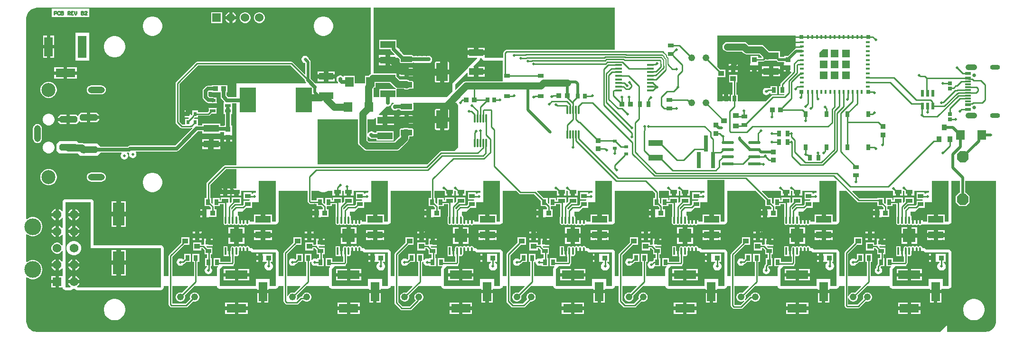
<source format=gtl>
G04*
G04 #@! TF.GenerationSoftware,Altium Limited,Altium Designer,24.5.2 (23)*
G04*
G04 Layer_Physical_Order=1*
G04 Layer_Color=255*
%FSLAX44Y44*%
%MOMM*%
G71*
G04*
G04 #@! TF.SameCoordinates,89E67EBC-8B33-4F8A-85E1-C4BFE03A709E*
G04*
G04*
G04 #@! TF.FilePolarity,Positive*
G04*
G01*
G75*
%ADD10C,0.5000*%
%ADD12C,0.2540*%
%ADD15C,0.2000*%
G04:AMPARAMS|DCode=21|XSize=1.45mm|YSize=0.3mm|CornerRadius=0.0495mm|HoleSize=0mm|Usage=FLASHONLY|Rotation=90.000|XOffset=0mm|YOffset=0mm|HoleType=Round|Shape=RoundedRectangle|*
%AMROUNDEDRECTD21*
21,1,1.4500,0.2010,0,0,90.0*
21,1,1.3510,0.3000,0,0,90.0*
1,1,0.0990,0.1005,0.6755*
1,1,0.0990,0.1005,-0.6755*
1,1,0.0990,-0.1005,-0.6755*
1,1,0.0990,-0.1005,0.6755*
%
%ADD21ROUNDEDRECTD21*%
%ADD22R,0.6500X3.0000*%
%ADD23R,0.9121X0.9581*%
%ADD24R,2.6000X1.0500*%
G04:AMPARAMS|DCode=25|XSize=2.1692mm|YSize=0.5821mm|CornerRadius=0.2911mm|HoleSize=0mm|Usage=FLASHONLY|Rotation=180.000|XOffset=0mm|YOffset=0mm|HoleType=Round|Shape=RoundedRectangle|*
%AMROUNDEDRECTD25*
21,1,2.1692,0.0000,0,0,180.0*
21,1,1.5870,0.5821,0,0,180.0*
1,1,0.5821,-0.7935,0.0000*
1,1,0.5821,0.7935,0.0000*
1,1,0.5821,0.7935,0.0000*
1,1,0.5821,-0.7935,0.0000*
%
%ADD25ROUNDEDRECTD25*%
%ADD26R,2.1692X0.5821*%
%ADD27R,2.5000X1.2500*%
%ADD28R,0.6000X0.8000*%
%ADD29R,0.8000X0.6000*%
%ADD30R,1.0000X0.7000*%
%ADD31R,1.5240X1.6764*%
%ADD32R,0.9652X1.0668*%
%ADD33R,0.7000X1.0000*%
%ADD34R,0.8000X1.0000*%
%ADD35R,2.7000X1.3000*%
%ADD36R,0.3408X1.3554*%
G04:AMPARAMS|DCode=37|XSize=1.3554mm|YSize=0.3408mm|CornerRadius=0.1704mm|HoleSize=0mm|Usage=FLASHONLY|Rotation=90.000|XOffset=0mm|YOffset=0mm|HoleType=Round|Shape=RoundedRectangle|*
%AMROUNDEDRECTD37*
21,1,1.3554,0.0000,0,0,90.0*
21,1,1.0147,0.3408,0,0,90.0*
1,1,0.3408,0.0000,0.5073*
1,1,0.3408,0.0000,-0.5073*
1,1,0.3408,0.0000,-0.5073*
1,1,0.3408,0.0000,0.5073*
%
%ADD37ROUNDEDRECTD37*%
%ADD38R,1.2500X0.8000*%
%ADD39R,1.0000X0.8000*%
%ADD40R,1.0668X0.9652*%
%ADD41R,0.9581X0.9121*%
G04:AMPARAMS|DCode=42|XSize=0.4mm|YSize=1.2mm|CornerRadius=0.05mm|HoleSize=0mm|Usage=FLASHONLY|Rotation=270.000|XOffset=0mm|YOffset=0mm|HoleType=Round|Shape=RoundedRectangle|*
%AMROUNDEDRECTD42*
21,1,0.4000,1.1000,0,0,270.0*
21,1,0.3000,1.2000,0,0,270.0*
1,1,0.1000,-0.5500,-0.1500*
1,1,0.1000,-0.5500,0.1500*
1,1,0.1000,0.5500,0.1500*
1,1,0.1000,0.5500,-0.1500*
%
%ADD42ROUNDEDRECTD42*%
%ADD43R,1.1400X0.6000*%
%ADD44R,1.1400X0.3000*%
%ADD45R,0.6000X1.2000*%
%ADD46R,0.6725X0.7154*%
G04:AMPARAMS|DCode=47|XSize=1mm|YSize=2.05mm|CornerRadius=0.05mm|HoleSize=0mm|Usage=FLASHONLY|Rotation=90.000|XOffset=0mm|YOffset=0mm|HoleType=Round|Shape=RoundedRectangle|*
%AMROUNDEDRECTD47*
21,1,1.0000,1.9500,0,0,90.0*
21,1,0.9000,2.0500,0,0,90.0*
1,1,0.1000,0.9750,0.4500*
1,1,0.1000,0.9750,-0.4500*
1,1,0.1000,-0.9750,-0.4500*
1,1,0.1000,-0.9750,0.4500*
%
%ADD47ROUNDEDRECTD47*%
G04:AMPARAMS|DCode=48|XSize=3.25mm|YSize=2.05mm|CornerRadius=0.0513mm|HoleSize=0mm|Usage=FLASHONLY|Rotation=90.000|XOffset=0mm|YOffset=0mm|HoleType=Round|Shape=RoundedRectangle|*
%AMROUNDEDRECTD48*
21,1,3.2500,1.9475,0,0,90.0*
21,1,3.1475,2.0500,0,0,90.0*
1,1,0.1025,0.9738,1.5738*
1,1,0.1025,0.9738,-1.5738*
1,1,0.1025,-0.9738,-1.5738*
1,1,0.1025,-0.9738,1.5738*
%
%ADD48ROUNDEDRECTD48*%
%ADD49R,2.0000X4.1000*%
%ADD50R,0.7581X0.8121*%
%ADD51R,1.0000X0.6000*%
%ADD52R,3.0000X4.5000*%
%ADD53R,0.8000X0.4000*%
%ADD54R,0.4000X0.8000*%
%ADD55R,1.4500X1.4500*%
%ADD56R,0.7000X0.7000*%
%ADD64R,2.3100X2.4600*%
%ADD79C,3.0000*%
%ADD80C,1.5700*%
%ADD81R,1.5700X1.5700*%
%ADD99R,0.6000X0.6000*%
%ADD100C,0.6350*%
%ADD101C,0.5080*%
%ADD102C,1.2700*%
%ADD103C,1.5240*%
%ADD104R,1.5240X1.5240*%
G04:AMPARAMS|DCode=105|XSize=2mm|YSize=2mm|CornerRadius=0mm|HoleSize=0mm|Usage=FLASHONLY|Rotation=0.000|XOffset=0mm|YOffset=0mm|HoleType=Round|Shape=Octagon|*
%AMOCTAGOND105*
4,1,8,1.0000,-0.5000,1.0000,0.5000,0.5000,1.0000,-0.5000,1.0000,-1.0000,0.5000,-1.0000,-0.5000,-0.5000,-1.0000,0.5000,-1.0000,1.0000,-0.5000,0.0*
%
%ADD105OCTAGOND105*%

%ADD106C,1.2192*%
%ADD107R,4.0000X1.5000*%
%ADD108R,3.5000X1.5000*%
%ADD109R,1.5000X3.5000*%
%ADD110O,2.1000X1.0500*%
%ADD111O,1.8000X0.9000*%
%ADD112C,0.6500*%
%ADD113C,2.5000*%
G04:AMPARAMS|DCode=114|XSize=1.2mm|YSize=3.2mm|CornerRadius=0mm|HoleSize=0mm|Usage=FLASHONLY|Rotation=90.000|XOffset=0mm|YOffset=0mm|HoleType=Round|Shape=Octagon|*
%AMOCTAGOND114*
4,1,8,-1.6000,-0.3000,-1.6000,0.3000,-1.3000,0.6000,1.3000,0.6000,1.6000,0.3000,1.6000,-0.3000,1.3000,-0.6000,-1.3000,-0.6000,-1.6000,-0.3000,0.0*
%
%ADD114OCTAGOND114*%

%ADD115O,1.2000X3.0000*%
%ADD116O,3.0000X1.2000*%
%ADD117R,1.5000X4.0000*%
%ADD118C,0.5000*%
G36*
X1382500Y516889D02*
X1381744Y516739D01*
X1380256Y515744D01*
X1368572Y504061D01*
X1361939D01*
Y501858D01*
X1354000D01*
Y512500D01*
X1334911D01*
X1326455Y520955D01*
X1324711Y522294D01*
X1322680Y523135D01*
X1320500Y523422D01*
X1298489D01*
X1295955Y525955D01*
X1294211Y527294D01*
X1292180Y528135D01*
X1290000Y528422D01*
X1260000D01*
X1257820Y528135D01*
X1255789Y527294D01*
X1254045Y525955D01*
X1252706Y524211D01*
X1251865Y522180D01*
X1251578Y520000D01*
X1251865Y517820D01*
X1252706Y515789D01*
X1254045Y514045D01*
X1255789Y512706D01*
X1257820Y511865D01*
X1260000Y511578D01*
X1286512D01*
X1289045Y509045D01*
X1290789Y507706D01*
X1292820Y506865D01*
X1295000Y506578D01*
X1317012D01*
X1321812Y501777D01*
X1321326Y500604D01*
X1315061D01*
Y504061D01*
X1301939D01*
Y491107D01*
X1301399Y490061D01*
X1301399Y489433D01*
Y486730D01*
X1308500D01*
Y482730D01*
D01*
Y486730D01*
X1315601D01*
Y490061D01*
X1315061Y491107D01*
Y493936D01*
X1324770D01*
X1326046Y494190D01*
X1327128Y494912D01*
X1327715Y495500D01*
X1348001D01*
X1348986Y494026D01*
X1350474Y493031D01*
X1352230Y492682D01*
X1361041D01*
X1361939Y491784D01*
Y491107D01*
X1361399Y490061D01*
X1361399Y489433D01*
Y486730D01*
X1368500D01*
Y482730D01*
X1372500D01*
Y475399D01*
X1373888D01*
X1374414Y474129D01*
X1355936Y455651D01*
X1355213Y454569D01*
X1354959Y453293D01*
Y449580D01*
X1352293D01*
Y435581D01*
X1361706D01*
X1362192Y434407D01*
X1361119Y433334D01*
X1341713D01*
X1340437Y433080D01*
X1339355Y432357D01*
X1329498Y422500D01*
X1279293D01*
Y434580D01*
X1276627D01*
Y456255D01*
X1278127D01*
Y469907D01*
X1263459D01*
Y456255D01*
X1269959D01*
Y434580D01*
X1267293D01*
Y422500D01*
X1264833D01*
Y423581D01*
X1258293D01*
X1251753D01*
Y422500D01*
X1242500D01*
Y465755D01*
X1256951D01*
Y479407D01*
X1246998D01*
X1242500Y483905D01*
Y540000D01*
X1382500D01*
Y516889D01*
D02*
G37*
G36*
X1439500Y501000D02*
X1425000D01*
Y509500D01*
X1431000Y515500D01*
X1439500D01*
Y501000D01*
D02*
G37*
G36*
X1060000Y514514D02*
X866616D01*
X865340Y514260D01*
X864258Y513537D01*
X861630Y510910D01*
X860908Y509828D01*
X860654Y508552D01*
Y500000D01*
X828516D01*
X827540Y500710D01*
X827540Y501270D01*
Y505500D01*
X812500D01*
X797460D01*
Y500710D01*
X813914D01*
X814440Y499440D01*
X798750Y483750D01*
X798000D01*
Y483000D01*
X770000Y455000D01*
Y440000D01*
X760000Y430000D01*
X670500D01*
Y443930D01*
X671532Y445075D01*
X672650Y444928D01*
X683750D01*
X684039Y444706D01*
X686070Y443865D01*
X688250Y443578D01*
X690430Y443865D01*
X692461Y444706D01*
X692780Y444951D01*
X698000D01*
X698975Y445145D01*
X699802Y445698D01*
X700355Y446525D01*
X700549Y447500D01*
Y456500D01*
X700355Y457475D01*
X699802Y458302D01*
X698975Y458855D01*
X698000Y459049D01*
X693112D01*
X692855Y459305D01*
X691111Y460644D01*
X689080Y461485D01*
X686900Y461772D01*
X676139D01*
X670500Y467411D01*
Y472500D01*
X639500D01*
Y472272D01*
X630000D01*
Y589752D01*
X1060000D01*
Y514514D01*
D02*
G37*
G36*
X822713Y499350D02*
X822830Y498759D01*
X823053Y498425D01*
X823192Y498049D01*
X823600Y497606D01*
X823935Y497105D01*
X824269Y496882D01*
X824541Y496588D01*
X825517Y495878D01*
X826064Y495625D01*
X826565Y495290D01*
X826958Y495212D01*
X827322Y495044D01*
X827925Y495020D01*
X828516Y494902D01*
X860000D01*
Y458422D01*
X809540D01*
X808520Y458288D01*
X807500Y458422D01*
X795000D01*
X792820Y458135D01*
X790789Y457294D01*
X789045Y455955D01*
X776271Y443182D01*
X775098Y443668D01*
Y452888D01*
X796287Y474077D01*
X797460Y473591D01*
Y466710D01*
X808500D01*
Y475500D01*
Y484290D01*
X808159D01*
X807673Y485463D01*
X818045Y495835D01*
X818045Y495835D01*
X819150Y497489D01*
X819538Y499440D01*
X822680D01*
X822713Y499350D01*
D02*
G37*
G36*
X624902Y472272D02*
X624998Y471791D01*
X623435Y471144D01*
X621691Y469805D01*
X620352Y468061D01*
X620278Y467882D01*
X614176D01*
Y456777D01*
X614104Y456230D01*
Y455000D01*
X595824D01*
Y467882D01*
X576584D01*
Y466636D01*
X575314Y466296D01*
X575201Y466491D01*
X573991Y467701D01*
X572509Y468557D01*
X570856Y469000D01*
X569144D01*
X567491Y468557D01*
X566009Y467701D01*
X564799Y466491D01*
X563943Y465009D01*
X563500Y463356D01*
Y461644D01*
X563943Y459991D01*
X564799Y458509D01*
X565075Y458232D01*
X565125Y457981D01*
X566269Y456269D01*
X566365Y456173D01*
X565879Y455000D01*
X525350D01*
X517129Y463221D01*
Y492500D01*
X517129Y492500D01*
X516777Y494271D01*
X515773Y495773D01*
X514000Y497546D01*
Y498356D01*
X513557Y500009D01*
X512701Y501491D01*
X511491Y502701D01*
X510009Y503557D01*
X508356Y504000D01*
X506644D01*
X504991Y503557D01*
X503509Y502701D01*
X502299Y501491D01*
X501443Y500009D01*
X501000Y498356D01*
Y496644D01*
X501443Y494991D01*
X502299Y493509D01*
X503509Y492299D01*
X504991Y491443D01*
X506644Y491000D01*
X507454D01*
X507871Y490583D01*
Y471391D01*
X506698Y470905D01*
X485246Y492357D01*
X484164Y493080D01*
X482888Y493334D01*
X315000D01*
X313724Y493080D01*
X312642Y492357D01*
X277642Y457357D01*
X276920Y456276D01*
X276666Y455000D01*
Y385000D01*
X276920Y383724D01*
X277642Y382643D01*
X284912Y375372D01*
X285994Y374650D01*
X287270Y374396D01*
X302854D01*
X304130Y374650D01*
X304843Y375126D01*
X305103D01*
X306058Y375316D01*
X306764Y374226D01*
X275989Y343451D01*
X195578D01*
X193559Y343050D01*
X191847Y341906D01*
X191218Y341276D01*
X142500D01*
Y341500D01*
X137000Y347000D01*
X112625D01*
X110730Y347785D01*
X108550Y348072D01*
X103428D01*
X100500Y351000D01*
X69500D01*
X64000Y345500D01*
Y334500D01*
X69500Y329000D01*
X100500D01*
X101250Y329750D01*
X106000Y325000D01*
X137000D01*
X142500Y330500D01*
Y330724D01*
X179735D01*
X180261Y329454D01*
X179799Y328991D01*
X178943Y327509D01*
X178500Y325856D01*
Y324144D01*
X178943Y322491D01*
X179799Y321009D01*
X181009Y319799D01*
X182491Y318943D01*
X184144Y318500D01*
X185856D01*
X187509Y318943D01*
X188991Y319799D01*
X190201Y321009D01*
X191057Y322491D01*
X191500Y324144D01*
Y325856D01*
X191057Y327509D01*
X190201Y328991D01*
X189739Y329454D01*
X190265Y330724D01*
X192889D01*
X193145Y330550D01*
X193708Y329813D01*
X193809Y329509D01*
X193500Y328356D01*
Y326644D01*
X193943Y324991D01*
X194799Y323509D01*
X196009Y322299D01*
X197491Y321443D01*
X199144Y321000D01*
X200856D01*
X202509Y321443D01*
X203991Y322299D01*
X205201Y323509D01*
X206057Y324991D01*
X206500Y326644D01*
Y328356D01*
X206057Y330009D01*
X205201Y331491D01*
X205064Y331629D01*
X205590Y332899D01*
X278175D01*
X280194Y333300D01*
X281906Y334444D01*
X316185Y368724D01*
X324000D01*
Y365000D01*
X356000D01*
Y367859D01*
X362939D01*
Y365061D01*
X362899D01*
Y361730D01*
X370000D01*
X377101D01*
Y365061D01*
X377061D01*
Y379561D01*
X375276D01*
Y400000D01*
X377500D01*
Y409500D01*
Y419224D01*
X385000D01*
Y307874D01*
X364540D01*
X363264Y307620D01*
X362183Y306898D01*
X332643Y277358D01*
X331920Y276276D01*
X331666Y275000D01*
Y249500D01*
X328000D01*
Y235500D01*
X336285D01*
X338936Y232849D01*
Y229061D01*
X336107D01*
X335061Y229601D01*
X334433Y229601D01*
X331730D01*
Y222500D01*
Y215399D01*
X335061D01*
X336107Y215939D01*
X336331D01*
X349061D01*
Y229061D01*
X345604D01*
Y234230D01*
X345547Y234518D01*
X346352Y235500D01*
X355000D01*
Y239166D01*
X356750D01*
Y238500D01*
X362166D01*
Y217004D01*
X362011Y216772D01*
X361724Y215327D01*
Y205180D01*
X362011Y203735D01*
X362830Y202510D01*
X364055Y201692D01*
X365500Y201404D01*
X366945Y201692D01*
X368155Y202500D01*
X369345D01*
X369584Y202340D01*
D01*
X370555Y201692D01*
X372000Y201404D01*
X373445Y201692D01*
X374131Y202150D01*
X374416Y202340D01*
D01*
X374655Y202500D01*
X375845D01*
X376508Y202057D01*
X377055Y201692D01*
X378500Y201404D01*
X379945Y201692D01*
X381155Y202500D01*
X382345D01*
X382584Y202340D01*
D01*
X383555Y201692D01*
X385000Y201404D01*
X386445Y201692D01*
X387655Y202500D01*
D01*
X387670Y202510D01*
X387690Y202500D01*
X388235D01*
X388469Y202150D01*
X388806Y201924D01*
D01*
X389860Y201221D01*
X391500Y200894D01*
X393140Y201221D01*
X393778Y201647D01*
X394750Y202057D01*
X395722Y201647D01*
X396360Y201221D01*
X398000Y200894D01*
X399640Y201221D01*
X401031Y202150D01*
X401469D01*
X402860Y201221D01*
X404500Y200894D01*
X406140Y201221D01*
X407531Y202150D01*
X407765Y202500D01*
X407890Y202687D01*
X408827Y202500D01*
X416460D01*
X416492Y202506D01*
X416500Y202500D01*
X448500D01*
X448508Y202506D01*
X448540Y202500D01*
X455000D01*
X456951Y202888D01*
X458605Y203993D01*
X459710Y205647D01*
X460098Y207598D01*
Y262500D01*
X511666D01*
Y243988D01*
X511920Y242712D01*
X512643Y241630D01*
X514130Y240142D01*
X515212Y239420D01*
X516488Y239166D01*
X528000D01*
Y235500D01*
X536285D01*
X538936Y232849D01*
Y229061D01*
X536107D01*
X535061Y229601D01*
X534433Y229601D01*
X531730D01*
Y222500D01*
X527730D01*
D01*
X531730D01*
Y215399D01*
X535061D01*
X536107Y215939D01*
X536331D01*
X549061D01*
Y229061D01*
X545604D01*
Y234230D01*
X545547Y234518D01*
X546352Y235500D01*
X555000D01*
Y239166D01*
X556750D01*
Y238500D01*
X562166D01*
Y217004D01*
X562011Y216772D01*
X561724Y215327D01*
Y205180D01*
X562011Y203735D01*
X562830Y202510D01*
X564055Y201692D01*
X565500Y201404D01*
X566945Y201692D01*
X568155Y202500D01*
X568170Y202510D01*
X569330D01*
X570555Y201692D01*
X572000Y201404D01*
X573445Y201692D01*
X574655Y202500D01*
X574670Y202510D01*
X575830D01*
X577055Y201692D01*
X578500Y201404D01*
X579945Y201692D01*
X581155Y202500D01*
X581170Y202510D01*
X582330D01*
X583555Y201692D01*
X585000Y201404D01*
X586445Y201692D01*
X587655Y202500D01*
D01*
X587670Y202510D01*
X587690Y202500D01*
X588235D01*
X588469Y202150D01*
X589222Y201647D01*
X589860Y201221D01*
X591500Y200894D01*
X593140Y201221D01*
X593778Y201647D01*
D01*
X594436Y201924D01*
X594750Y202057D01*
X595722Y201647D01*
D01*
X596360Y201221D01*
X598000Y200894D01*
X599640Y201221D01*
X601031Y202150D01*
X601469D01*
X602860Y201221D01*
X604500Y200894D01*
X606140Y201221D01*
X607531Y202150D01*
D01*
X607889Y202687D01*
X608827Y202500D01*
X616460D01*
X616492Y202506D01*
X616500Y202500D01*
X648500D01*
X648508Y202506D01*
X648540Y202500D01*
X655000D01*
X656951Y202888D01*
X658605Y203993D01*
X659710Y205647D01*
X660098Y207598D01*
Y262500D01*
X731666D01*
Y249500D01*
X728000D01*
Y235500D01*
X736285D01*
X738936Y232849D01*
Y229061D01*
X736107D01*
X735061Y229601D01*
X734433Y229601D01*
X731730D01*
Y222500D01*
Y215399D01*
X735061D01*
X736107Y215939D01*
X736331D01*
X749061D01*
Y229061D01*
X745604D01*
Y234230D01*
X745547Y234518D01*
X746352Y235500D01*
X755000D01*
Y239166D01*
X756750D01*
Y238500D01*
X762166D01*
Y217004D01*
X762011Y216772D01*
X761724Y215327D01*
Y205180D01*
X762011Y203735D01*
X762830Y202510D01*
X764055Y201692D01*
X765500Y201404D01*
X766945Y201692D01*
X768155Y202500D01*
X768170Y202510D01*
X769330D01*
X770555Y201692D01*
X772000Y201404D01*
X773445Y201692D01*
X774655Y202500D01*
X774670Y202510D01*
X775830D01*
X777055Y201692D01*
X778500Y201404D01*
X779945Y201692D01*
X781155Y202500D01*
X781170Y202510D01*
X782330D01*
X783555Y201692D01*
X785000Y201404D01*
X786445Y201692D01*
X787655Y202500D01*
D01*
X787670Y202510D01*
X787690Y202500D01*
X788235D01*
X788469Y202150D01*
X789222Y201647D01*
X789860Y201221D01*
X791500Y200894D01*
X793140Y201221D01*
X793778Y201647D01*
D01*
X794750Y202057D01*
X795722Y201647D01*
D01*
X796360Y201221D01*
X798000Y200894D01*
X799640Y201221D01*
X801031Y202150D01*
X801469D01*
X802860Y201221D01*
X804500Y200894D01*
X806140Y201221D01*
X807531Y202150D01*
D01*
X807889Y202687D01*
X808827Y202500D01*
X816460D01*
X816492Y202506D01*
X816500Y202500D01*
X848500D01*
X848508Y202506D01*
X848540Y202500D01*
X855000D01*
X856951Y202888D01*
X858605Y203993D01*
X859710Y205647D01*
X860098Y207598D01*
Y262500D01*
X884294D01*
X889151Y257642D01*
X890233Y256920D01*
X891509Y256666D01*
X891509Y256666D01*
X916119D01*
X928000Y244785D01*
Y235500D01*
X936285D01*
X938936Y232849D01*
Y229061D01*
X936107D01*
X935061Y229601D01*
X934433Y229601D01*
X931730D01*
Y222500D01*
Y215399D01*
X935061D01*
X936107Y215939D01*
X936331D01*
X949061D01*
Y229061D01*
X945604D01*
Y234230D01*
X945547Y234518D01*
X946352Y235500D01*
X955000D01*
Y239166D01*
X956750D01*
Y238500D01*
X962166D01*
Y217004D01*
X962011Y216772D01*
X961724Y215327D01*
Y205180D01*
X962011Y203735D01*
X962830Y202510D01*
X963706Y201924D01*
X964055Y201692D01*
X965500Y201404D01*
X966945Y201692D01*
X968170Y202510D01*
X969330D01*
X970206Y201924D01*
X970555Y201692D01*
X972000Y201404D01*
X973445Y201692D01*
X974670Y202510D01*
X975830D01*
X976706Y201924D01*
X977055Y201692D01*
X978500Y201404D01*
X979945Y201692D01*
X981170Y202510D01*
X982330D01*
X983206Y201924D01*
X983555Y201692D01*
X985000Y201404D01*
X986445Y201692D01*
X987655Y202500D01*
D01*
X987670Y202510D01*
X987690Y202500D01*
X988235D01*
X988469Y202150D01*
X989860Y201221D01*
X991500Y200894D01*
X993140Y201221D01*
X993415Y201404D01*
X993778Y201647D01*
D01*
X994750Y202057D01*
X995722Y201647D01*
X995722D01*
X996360Y201221D01*
X998000Y200894D01*
X999640Y201221D01*
X1001031Y202150D01*
X1001469D01*
X1002860Y201221D01*
X1004500Y200894D01*
X1006140Y201221D01*
X1007531Y202150D01*
X1007889Y202687D01*
X1008827Y202500D01*
X1016460D01*
X1016492Y202506D01*
X1016500Y202500D01*
X1048500D01*
X1048508Y202506D01*
X1048540Y202500D01*
X1055000D01*
X1056951Y202888D01*
X1058605Y203993D01*
X1059710Y205647D01*
X1060098Y207598D01*
Y262500D01*
X1127785D01*
X1131666Y258619D01*
Y249500D01*
X1128000D01*
Y235500D01*
X1136285D01*
X1138936Y232849D01*
Y229061D01*
X1136107D01*
X1135061Y229601D01*
X1134433Y229601D01*
X1131730D01*
Y222500D01*
Y215399D01*
X1135061D01*
X1136107Y215939D01*
X1136331D01*
X1149061D01*
Y229061D01*
X1145604D01*
Y234230D01*
X1145547Y234518D01*
X1146352Y235500D01*
X1155000D01*
Y239166D01*
X1156750D01*
Y238500D01*
X1162166D01*
Y217004D01*
X1162011Y216772D01*
X1161724Y215327D01*
Y205180D01*
X1162011Y203735D01*
X1162830Y202510D01*
X1163706Y201924D01*
X1164055Y201692D01*
X1165500Y201404D01*
X1166945Y201692D01*
X1168170Y202510D01*
X1169330D01*
X1170206Y201924D01*
X1170555Y201692D01*
X1172000Y201404D01*
X1173445Y201692D01*
X1174670Y202510D01*
X1175830D01*
X1176706Y201924D01*
X1177055Y201692D01*
X1178500Y201404D01*
X1179945Y201692D01*
X1181170Y202510D01*
X1182330D01*
X1183206Y201924D01*
X1183555Y201692D01*
X1185000Y201404D01*
X1186445Y201692D01*
X1187655Y202500D01*
D01*
X1187670Y202510D01*
X1187690Y202500D01*
X1188235D01*
X1188469Y202150D01*
X1189860Y201221D01*
X1191500Y200894D01*
X1193140Y201221D01*
X1193415Y201404D01*
X1193778Y201647D01*
D01*
X1194750Y202057D01*
X1195722Y201647D01*
X1195722D01*
X1196360Y201221D01*
X1198000Y200894D01*
X1199640Y201221D01*
X1200278Y201647D01*
X1201031Y202150D01*
X1201469D01*
X1202860Y201221D01*
X1204500Y200894D01*
X1206140Y201221D01*
X1207531Y202150D01*
X1207889Y202687D01*
X1208827Y202500D01*
X1216460D01*
X1216492Y202506D01*
X1216500Y202500D01*
X1248500D01*
X1248508Y202506D01*
X1248540Y202500D01*
X1255000D01*
X1256951Y202888D01*
X1258605Y203993D01*
X1259710Y205647D01*
X1260098Y207598D01*
Y262500D01*
X1311285D01*
X1328000Y245785D01*
Y235500D01*
X1336285D01*
X1338936Y232849D01*
Y229061D01*
X1336107D01*
X1335061Y229601D01*
X1334433Y229601D01*
X1331730D01*
Y222500D01*
Y215399D01*
X1335061D01*
X1336107Y215939D01*
X1336331D01*
X1349061D01*
Y229061D01*
X1345604D01*
Y234230D01*
X1345547Y234518D01*
X1346352Y235500D01*
X1355000D01*
Y239166D01*
X1356750D01*
Y238500D01*
X1362166D01*
Y217004D01*
X1362011Y216772D01*
X1361724Y215327D01*
Y205180D01*
X1362011Y203735D01*
X1362830Y202510D01*
X1362845Y202500D01*
X1364055Y201692D01*
X1365500Y201404D01*
X1366945Y201692D01*
X1368170Y202510D01*
X1369330D01*
X1370008Y202057D01*
X1370555Y201692D01*
X1372000Y201404D01*
X1373445Y201692D01*
X1374655Y202500D01*
X1375845D01*
X1377055Y201692D01*
X1378500Y201404D01*
X1379945Y201692D01*
X1381170Y202510D01*
X1382330D01*
X1383008Y202057D01*
X1383555Y201692D01*
X1385000Y201404D01*
X1386445Y201692D01*
X1387655Y202500D01*
D01*
X1387670Y202510D01*
X1387690Y202500D01*
X1388235D01*
X1388469Y202150D01*
X1389860Y201221D01*
X1391500Y200894D01*
X1393140Y201221D01*
X1393778Y201647D01*
X1394750Y202057D01*
D01*
X1395722Y201647D01*
X1396360Y201221D01*
X1398000Y200894D01*
X1399640Y201221D01*
X1401031Y202150D01*
X1401469D01*
X1402860Y201221D01*
X1404500Y200894D01*
X1406140Y201221D01*
X1407531Y202150D01*
X1407725Y202440D01*
X1407765Y202500D01*
X1407889Y202687D01*
X1408827Y202500D01*
X1416460D01*
X1416492Y202506D01*
X1416500Y202500D01*
X1448500D01*
X1448508Y202506D01*
X1448540Y202500D01*
X1455000D01*
X1456951Y202888D01*
X1458605Y203993D01*
X1459710Y205647D01*
X1460098Y207598D01*
Y262500D01*
X1472785D01*
X1492413Y242873D01*
X1493494Y242150D01*
X1494770Y241896D01*
X1528000D01*
Y235500D01*
X1536285D01*
X1538936Y232849D01*
Y229061D01*
X1536107D01*
X1535061Y229601D01*
X1534433Y229601D01*
X1531730D01*
Y222500D01*
Y215399D01*
X1535061D01*
X1536107Y215939D01*
X1536331D01*
X1549061D01*
Y229061D01*
X1545604D01*
Y234230D01*
X1545547Y234518D01*
X1546352Y235500D01*
X1555000D01*
Y239166D01*
X1556750D01*
Y238500D01*
X1562166D01*
Y217004D01*
X1562011Y216772D01*
X1561724Y215327D01*
Y205180D01*
X1562011Y203735D01*
X1562830Y202510D01*
X1562845Y202500D01*
X1564055Y201692D01*
X1565500Y201404D01*
X1566945Y201692D01*
X1568170Y202510D01*
X1569330D01*
X1570008Y202057D01*
X1570555Y201692D01*
X1572000Y201404D01*
X1573445Y201692D01*
X1574655Y202500D01*
X1575845D01*
X1577055Y201692D01*
X1578500Y201404D01*
X1579945Y201692D01*
X1581170Y202510D01*
X1582330D01*
X1583008Y202057D01*
X1583555Y201692D01*
X1585000Y201404D01*
X1586445Y201692D01*
X1587655Y202500D01*
D01*
X1587670Y202510D01*
X1587690Y202500D01*
X1588235D01*
X1588469Y202150D01*
X1589860Y201221D01*
X1591500Y200894D01*
X1593140Y201221D01*
X1593778Y201647D01*
D01*
X1593778D01*
D01*
X1593884Y201692D01*
X1594436Y201924D01*
D01*
D01*
X1594750Y202057D01*
D01*
D01*
X1595064Y201924D01*
X1595722Y201647D01*
X1596360Y201221D01*
X1598000Y200894D01*
X1599640Y201221D01*
X1601031Y202150D01*
X1601469D01*
X1602860Y201221D01*
X1604500Y200894D01*
X1606140Y201221D01*
X1607531Y202150D01*
X1607725Y202440D01*
X1607765Y202500D01*
X1607889Y202687D01*
X1608827Y202500D01*
X1616460D01*
X1616492Y202506D01*
X1616500Y202500D01*
X1648500D01*
X1648508Y202506D01*
X1648540Y202500D01*
X1655000D01*
X1656951Y202888D01*
X1658605Y203993D01*
X1659710Y205647D01*
X1660098Y207598D01*
Y280000D01*
X1675371D01*
Y259000D01*
X1674000D01*
X1668000Y253000D01*
Y241000D01*
X1674000Y235000D01*
X1686000D01*
X1692000Y241000D01*
Y253000D01*
X1686000Y259000D01*
X1684629D01*
Y280000D01*
X1739753D01*
Y30000D01*
X1739752Y28705D01*
X1739415Y26138D01*
X1738744Y23637D01*
X1737753Y21245D01*
X1736459Y19002D01*
X1734883Y16948D01*
X1733052Y15117D01*
X1730997Y13541D01*
X1728755Y12247D01*
X1726363Y11256D01*
X1723862Y10586D01*
X1721295Y10248D01*
X1652500D01*
Y22500D01*
X1640248Y10248D01*
X28705D01*
X26138Y10586D01*
X23637Y11256D01*
X21245Y12247D01*
X19003Y13541D01*
X16948Y15117D01*
X15117Y16948D01*
X13541Y19003D01*
X12247Y21245D01*
X11256Y23637D01*
X10586Y26138D01*
X10248Y28705D01*
Y30000D01*
Y107254D01*
X11518Y107925D01*
X13748Y106435D01*
X16841Y105153D01*
X20126Y104500D01*
X23474D01*
X26759Y105153D01*
X29852Y106435D01*
X32637Y108295D01*
X35005Y110663D01*
X36865Y113448D01*
X38147Y116541D01*
X38800Y119826D01*
Y123174D01*
X38147Y126459D01*
X36865Y129552D01*
X35005Y132337D01*
X32637Y134705D01*
X29852Y136565D01*
X26759Y137847D01*
X23474Y138500D01*
X20126D01*
X16841Y137847D01*
X13748Y136565D01*
X11518Y135075D01*
X10248Y135746D01*
Y184254D01*
X11518Y184925D01*
X13748Y183435D01*
X16841Y182153D01*
X20126Y181500D01*
X23474D01*
X26759Y182153D01*
X29852Y183435D01*
X32637Y185295D01*
X35005Y187663D01*
X36865Y190448D01*
X38147Y193541D01*
X38800Y196826D01*
Y200174D01*
X38147Y203459D01*
X36865Y206553D01*
X35005Y209337D01*
X32637Y211705D01*
X29852Y213565D01*
X26759Y214847D01*
X23474Y215500D01*
X20126D01*
X16841Y214847D01*
X13748Y213565D01*
X11518Y212075D01*
X10248Y212746D01*
Y570000D01*
Y571295D01*
X10586Y573862D01*
X11256Y576363D01*
X12247Y578755D01*
X13541Y580997D01*
X15117Y583051D01*
X16948Y584883D01*
X19003Y586459D01*
X21245Y587753D01*
X23637Y588744D01*
X26138Y589414D01*
X28705Y589752D01*
X624902D01*
Y472272D01*
D02*
G37*
G36*
X666695Y447395D02*
X668439Y446056D01*
X669280Y445708D01*
X668877Y444500D01*
X639500D01*
Y430000D01*
X630000D01*
Y446779D01*
X630140Y447118D01*
X633416D01*
Y455428D01*
X654850D01*
X655397Y455500D01*
X658589D01*
X666695Y447395D01*
D02*
G37*
G36*
X507317Y460856D02*
X507224Y460388D01*
X507625Y458369D01*
X508769Y456657D01*
X509253Y456173D01*
X508767Y455000D01*
X385000D01*
Y429776D01*
X370536D01*
X367546Y432766D01*
Y438439D01*
X369061D01*
Y451561D01*
X355479D01*
Y451561D01*
X354521D01*
Y451561D01*
X340939D01*
Y450276D01*
X333720D01*
X331701Y449875D01*
X329989Y448731D01*
X329989Y448731D01*
X326269Y445011D01*
X325125Y443299D01*
X324724Y441280D01*
Y430000D01*
X325125Y427981D01*
X326269Y426269D01*
X331594Y420944D01*
X333306Y419800D01*
X334960Y419471D01*
Y419000D01*
X342500D01*
X350040D01*
Y420540D01*
X349500D01*
Y429500D01*
X344419D01*
X344344Y429550D01*
X342325Y429951D01*
X337511D01*
X335276Y432186D01*
Y439095D01*
X335905Y439724D01*
X340939D01*
Y438439D01*
X354521D01*
Y438439D01*
X355479D01*
Y438439D01*
X356994D01*
Y430580D01*
X357395Y428561D01*
X358539Y426849D01*
X363000Y422388D01*
Y420500D01*
X362500D01*
Y409500D01*
Y400000D01*
X364724D01*
Y379561D01*
X362939D01*
Y378411D01*
X356000D01*
Y383000D01*
X324000D01*
Y379276D01*
X316500D01*
Y391000D01*
X309874D01*
X309388Y392173D01*
X310627Y393412D01*
X311020Y394000D01*
X316500D01*
Y396666D01*
X335000D01*
X336276Y396920D01*
X337357Y397642D01*
X340215Y400500D01*
X349500D01*
Y409460D01*
X350040D01*
Y411000D01*
X342500D01*
X334960D01*
Y409460D01*
X335500D01*
Y405215D01*
X333619Y403334D01*
X316500D01*
Y406000D01*
X306500D01*
Y399715D01*
X305912Y399128D01*
X305310Y398226D01*
X304568Y398257D01*
X304040Y398437D01*
Y406540D01*
X302500D01*
Y400000D01*
X298500D01*
Y396000D01*
X292960D01*
Y393460D01*
X299586D01*
X300072Y392287D01*
X298785Y391000D01*
X293500D01*
Y381064D01*
X288651D01*
X283334Y386381D01*
Y453619D01*
X316381Y486666D01*
X481507D01*
X507317Y460856D01*
D02*
G37*
G36*
X778156Y419488D02*
X778599Y417835D01*
X779455Y416353D01*
X780000Y415808D01*
Y340000D01*
X773334Y333334D01*
X750108D01*
X748832Y333080D01*
X747750Y332357D01*
X725393Y310000D01*
X530000D01*
Y390000D01*
X601578D01*
Y349939D01*
X601865Y347760D01*
X602706Y345728D01*
X604045Y343984D01*
X611484Y336545D01*
X613228Y335206D01*
X615260Y334365D01*
X617439Y334078D01*
X670000D01*
X672180Y334365D01*
X674211Y335206D01*
X675955Y336545D01*
X690305Y350895D01*
X691644Y352639D01*
X692485Y354670D01*
X692772Y356850D01*
Y359945D01*
X692780Y359951D01*
X698000D01*
X698975Y360145D01*
X699802Y360698D01*
X700355Y361525D01*
X700549Y362500D01*
Y371500D01*
X700355Y372475D01*
X699802Y373302D01*
X698975Y373855D01*
X698000Y374049D01*
X692780D01*
X692461Y374294D01*
X690430Y375135D01*
X688250Y375422D01*
X685700D01*
X683520Y375135D01*
X681489Y374294D01*
X681170Y374049D01*
X678500D01*
X677525Y373855D01*
X676698Y373302D01*
X676145Y372475D01*
X675951Y371500D01*
Y365826D01*
X675928Y365650D01*
Y360339D01*
X666512Y350922D01*
X620928D01*
X618422Y353428D01*
Y359875D01*
X619692Y360042D01*
X619738Y359871D01*
X620594Y358389D01*
X621804Y357179D01*
X623286Y356323D01*
X624939Y355880D01*
X626389D01*
X627175Y355723D01*
X627175Y355724D01*
X634500D01*
Y352500D01*
X665500D01*
Y369500D01*
X634500D01*
Y366276D01*
X631051D01*
X630996Y366371D01*
X629786Y367581D01*
X628304Y368437D01*
X626651Y368880D01*
X624939D01*
X623286Y368437D01*
X621804Y367581D01*
X620594Y366371D01*
X619738Y364889D01*
X619692Y364717D01*
X618422Y364885D01*
Y390000D01*
X630000D01*
X632787Y392787D01*
X633960Y392301D01*
Y379960D01*
X646000D01*
Y389000D01*
Y398040D01*
X639699D01*
X639213Y399213D01*
X653636Y413636D01*
X654144Y413500D01*
X655856D01*
X657509Y413943D01*
X658991Y414799D01*
X660201Y416009D01*
X661057Y417491D01*
X661500Y419144D01*
Y420000D01*
X665470D01*
X665637Y418730D01*
X664991Y418557D01*
X663509Y417701D01*
X662299Y416491D01*
X661443Y415009D01*
X661000Y413356D01*
Y411644D01*
X661443Y409991D01*
X662299Y408509D01*
X663509Y407299D01*
X664991Y406443D01*
X666644Y406000D01*
X668356D01*
X670009Y406443D01*
X671491Y407299D01*
X671916Y407724D01*
X676105D01*
X676145Y407525D01*
X676698Y406698D01*
X677525Y406145D01*
X678500Y405951D01*
X698000D01*
X698975Y406145D01*
X699802Y406698D01*
X700355Y407525D01*
X700549Y408500D01*
Y417500D01*
X700355Y418475D01*
X700185Y418730D01*
X700864Y420000D01*
X778156D01*
Y419488D01*
D02*
G37*
G36*
X385000Y267040D02*
X376210D01*
Y264500D01*
X385000D01*
Y260500D01*
X389000D01*
Y253960D01*
X393790D01*
Y262500D01*
X419902D01*
Y259629D01*
X418895Y258856D01*
X418356Y259000D01*
X416644D01*
X414991Y258557D01*
X413509Y257701D01*
X413270Y257462D01*
X412000Y257988D01*
Y259500D01*
X398000D01*
Y247500D01*
X408697D01*
X409083Y246230D01*
X408895Y246105D01*
Y246105D01*
X407823Y244500D01*
X398000D01*
Y238215D01*
X395619Y235834D01*
X383988D01*
X382712Y235580D01*
X381630Y234858D01*
X376604Y229831D01*
X375334Y230357D01*
Y232369D01*
X381465Y238500D01*
X393250D01*
Y250500D01*
X376750D01*
Y243215D01*
X374423Y240888D01*
X373250Y241374D01*
Y250500D01*
X356750D01*
Y245834D01*
X355000D01*
Y249500D01*
X343000D01*
Y239874D01*
X341827Y239388D01*
X340000Y241215D01*
Y249500D01*
X338334D01*
Y273619D01*
X365921Y301206D01*
X385000D01*
Y267040D01*
D02*
G37*
G36*
X1619902Y259629D02*
X1618895Y258856D01*
X1618356Y259000D01*
X1616644D01*
X1614991Y258557D01*
X1613509Y257701D01*
X1613270Y257462D01*
X1612000Y257988D01*
Y259500D01*
X1598000D01*
Y247500D01*
X1608697D01*
X1609083Y246230D01*
X1608895Y246105D01*
Y246105D01*
X1607823Y244500D01*
X1598000D01*
Y238215D01*
X1595619Y235834D01*
X1583988D01*
X1582712Y235580D01*
X1581630Y234858D01*
X1576604Y229831D01*
X1575334Y230357D01*
Y232369D01*
X1581465Y238500D01*
X1593250D01*
Y250500D01*
X1576750D01*
Y243215D01*
X1574423Y240888D01*
X1573250Y241374D01*
Y250500D01*
X1556750D01*
Y245834D01*
X1555000D01*
Y249500D01*
X1543000D01*
Y239874D01*
X1541827Y239388D01*
X1540000Y241215D01*
Y249500D01*
X1528000D01*
Y248564D01*
X1496151D01*
X1483388Y261327D01*
X1483874Y262500D01*
X1556210D01*
Y253960D01*
X1561000D01*
Y260500D01*
X1569000D01*
Y253960D01*
X1573790D01*
Y262500D01*
X1576210D01*
Y253960D01*
X1581000D01*
Y260500D01*
X1589000D01*
Y253960D01*
X1593790D01*
Y262500D01*
X1619902D01*
Y259629D01*
D02*
G37*
G36*
X1419902D02*
X1418895Y258856D01*
X1418356Y259000D01*
X1416644D01*
X1414991Y258557D01*
X1413509Y257701D01*
X1413270Y257462D01*
X1412000Y257988D01*
Y259500D01*
X1398000D01*
Y247500D01*
X1408697D01*
X1409083Y246230D01*
X1408895Y246105D01*
Y246105D01*
X1407823Y244500D01*
X1398000D01*
Y238215D01*
X1395619Y235834D01*
X1383988D01*
X1382712Y235580D01*
X1381630Y234858D01*
X1376604Y229831D01*
X1375334Y230357D01*
Y232369D01*
X1381465Y238500D01*
X1393250D01*
Y250500D01*
X1376750D01*
Y243215D01*
X1374423Y240888D01*
X1373250Y241374D01*
Y250500D01*
X1356750D01*
Y245834D01*
X1355000D01*
Y249500D01*
X1343000D01*
Y239874D01*
X1341827Y239388D01*
X1340000Y241215D01*
Y249500D01*
X1333715D01*
X1321888Y261327D01*
X1322374Y262500D01*
X1356210D01*
Y253960D01*
X1361000D01*
Y260500D01*
X1369000D01*
Y253960D01*
X1373790D01*
Y262500D01*
X1376210D01*
Y253960D01*
X1381000D01*
Y260500D01*
X1389000D01*
Y253960D01*
X1393790D01*
Y262500D01*
X1419902D01*
Y259629D01*
D02*
G37*
G36*
X1219902D02*
X1218895Y258856D01*
X1218356Y259000D01*
X1216644D01*
X1214991Y258557D01*
X1213509Y257701D01*
X1213270Y257462D01*
X1212000Y257988D01*
Y259500D01*
X1198000D01*
Y247500D01*
X1208697D01*
X1209083Y246230D01*
X1208895Y246105D01*
Y246105D01*
X1207823Y244500D01*
X1198000D01*
Y238215D01*
X1195619Y235834D01*
X1183988D01*
X1182712Y235580D01*
X1181630Y234858D01*
X1176604Y229831D01*
X1175334Y230357D01*
Y232369D01*
X1181465Y238500D01*
X1193250D01*
Y250500D01*
X1176750D01*
Y243215D01*
X1174423Y240888D01*
X1173250Y241374D01*
Y250500D01*
X1156750D01*
Y245834D01*
X1155000D01*
Y249500D01*
X1143000D01*
Y239874D01*
X1141827Y239388D01*
X1140000Y241215D01*
Y249500D01*
X1138334D01*
Y260000D01*
X1138089Y261230D01*
X1138083Y261281D01*
X1138790Y262500D01*
X1156210D01*
Y253960D01*
X1161000D01*
Y260500D01*
X1169000D01*
Y253960D01*
X1173790D01*
Y262500D01*
X1176210D01*
Y253960D01*
X1181000D01*
Y260500D01*
X1189000D01*
Y253960D01*
X1193790D01*
Y262500D01*
X1219902D01*
Y259629D01*
D02*
G37*
G36*
X1019902D02*
X1018895Y258856D01*
X1018356Y259000D01*
X1016644D01*
X1014991Y258557D01*
X1013509Y257701D01*
X1013270Y257462D01*
X1012000Y257988D01*
Y259500D01*
X998000D01*
Y247500D01*
X1008697D01*
X1009083Y246230D01*
X1008895Y246105D01*
Y246105D01*
X1007823Y244500D01*
X998000D01*
Y238215D01*
X995619Y235834D01*
X983988D01*
X982712Y235580D01*
X981630Y234858D01*
X976604Y229831D01*
X975334Y230357D01*
Y232369D01*
X981465Y238500D01*
X993250D01*
Y250500D01*
X976750D01*
Y243215D01*
X974423Y240888D01*
X973250Y241374D01*
Y250500D01*
X956750D01*
Y245834D01*
X955000D01*
Y249500D01*
X943000D01*
Y239874D01*
X941827Y239388D01*
X940000Y241215D01*
Y249500D01*
X932715D01*
X920985Y261230D01*
X921511Y262500D01*
X956210D01*
Y253960D01*
X961000D01*
Y260500D01*
X969000D01*
Y253960D01*
X973790D01*
Y262500D01*
X976210D01*
Y253960D01*
X981000D01*
Y260500D01*
X989000D01*
Y253960D01*
X993790D01*
Y262500D01*
X1019902D01*
Y259629D01*
D02*
G37*
G36*
X819902D02*
X818895Y258856D01*
X818356Y259000D01*
X816644D01*
X814991Y258557D01*
X813509Y257701D01*
X813270Y257462D01*
X812000Y257988D01*
Y259500D01*
X798000D01*
Y247500D01*
X808697D01*
X809083Y246230D01*
X808895Y246105D01*
Y246105D01*
X807823Y244500D01*
X798000D01*
Y238215D01*
X795619Y235834D01*
X783988D01*
X782712Y235580D01*
X781630Y234858D01*
X776604Y229831D01*
X775334Y230357D01*
Y232369D01*
X781465Y238500D01*
X793250D01*
Y250500D01*
X776750D01*
Y243215D01*
X774423Y240888D01*
X773250Y241374D01*
Y250500D01*
X756750D01*
Y245834D01*
X755000D01*
Y249500D01*
X743000D01*
Y239874D01*
X741827Y239388D01*
X740000Y241215D01*
Y249500D01*
X738334D01*
Y262500D01*
X756210D01*
Y253960D01*
X761000D01*
Y260500D01*
X769000D01*
Y253960D01*
X773790D01*
Y262500D01*
X776210D01*
Y253960D01*
X781000D01*
Y260500D01*
X789000D01*
Y253960D01*
X793790D01*
Y262500D01*
X819902D01*
Y259629D01*
D02*
G37*
G36*
X619902D02*
X618895Y258856D01*
X618356Y259000D01*
X616644D01*
X614991Y258557D01*
X613509Y257701D01*
X613270Y257462D01*
X612000Y257988D01*
Y259500D01*
X598000D01*
Y247500D01*
X608697D01*
X609083Y246230D01*
X608895Y246105D01*
Y246105D01*
X607823Y244500D01*
X598000D01*
Y238215D01*
X595619Y235834D01*
X583988D01*
X582712Y235580D01*
X581630Y234858D01*
X576604Y229831D01*
X575334Y230357D01*
Y232369D01*
X581465Y238500D01*
X593250D01*
Y250500D01*
X576750D01*
Y243215D01*
X574423Y240888D01*
X573250Y241374D01*
Y250500D01*
X556750D01*
Y245834D01*
X555000D01*
Y249500D01*
X543000D01*
Y239874D01*
X541827Y239388D01*
X540000Y241215D01*
Y249500D01*
X528000D01*
Y245834D01*
X518334D01*
Y262500D01*
X531418D01*
X531834Y262222D01*
X534971Y260923D01*
X538302Y260260D01*
X541698D01*
X545029Y260923D01*
X548166Y262222D01*
X548582Y262500D01*
X556210D01*
Y253960D01*
X561000D01*
Y260500D01*
X569000D01*
Y253960D01*
X573790D01*
Y262500D01*
X576210D01*
Y253960D01*
X581000D01*
Y260500D01*
X589000D01*
Y253960D01*
X593790D01*
Y262500D01*
X619902D01*
Y259629D01*
D02*
G37*
G36*
X1655000Y207598D02*
X1648540D01*
Y220540D01*
X1636500D01*
Y211500D01*
X1628500D01*
Y220540D01*
X1616460D01*
Y207598D01*
X1608827D01*
Y215327D01*
X1608500Y216971D01*
Y210254D01*
X1602000D01*
Y210254D01*
X1595500D01*
Y210254D01*
X1589287D01*
Y215327D01*
X1588961Y216968D01*
X1588031Y218358D01*
X1587500Y218713D01*
Y219170D01*
X1587500Y219170D01*
Y225000D01*
X1595000D01*
X1602000Y232000D01*
X1612500D01*
Y242500D01*
X1612500Y242500D01*
X1625000D01*
Y280000D01*
X1655000D01*
Y207598D01*
D02*
G37*
G36*
X1455000D02*
X1448540D01*
Y220540D01*
X1436500D01*
Y211500D01*
X1428500D01*
Y220540D01*
X1416460D01*
Y207598D01*
X1408827D01*
Y215327D01*
X1408500Y216971D01*
Y210254D01*
X1402000D01*
Y210254D01*
X1395500D01*
Y210254D01*
X1389287D01*
Y215327D01*
X1388961Y216968D01*
X1388031Y218358D01*
X1387500Y218713D01*
Y219170D01*
X1387500Y219170D01*
Y225000D01*
X1395000D01*
X1402000Y232000D01*
X1412500D01*
Y242500D01*
X1412500Y242500D01*
X1425000D01*
Y280000D01*
X1455000D01*
Y207598D01*
D02*
G37*
G36*
X1255000D02*
X1248540D01*
Y220540D01*
X1236500D01*
Y211500D01*
X1228500D01*
Y220540D01*
X1216460D01*
Y207598D01*
X1208827D01*
Y215327D01*
X1208500Y216971D01*
Y210254D01*
X1202000D01*
Y210254D01*
X1195500D01*
Y210254D01*
X1189287D01*
Y215327D01*
X1188960Y216968D01*
X1188031Y218358D01*
X1187500Y218713D01*
Y219170D01*
X1187500Y219170D01*
Y225000D01*
X1195000D01*
X1202000Y232000D01*
X1212500D01*
Y242500D01*
X1212500Y242500D01*
X1225000D01*
Y281666D01*
X1255000D01*
Y207598D01*
D02*
G37*
G36*
X1055000D02*
X1048540D01*
Y220540D01*
X1036500D01*
Y211500D01*
X1028500D01*
Y220540D01*
X1016460D01*
Y207598D01*
X1008827D01*
Y215327D01*
X1008500Y216971D01*
Y210254D01*
X1002000D01*
Y210254D01*
X995500D01*
Y210254D01*
X989287D01*
Y215327D01*
X988960Y216968D01*
X988031Y218358D01*
X987500Y218713D01*
Y219170D01*
X987500Y219170D01*
Y225000D01*
X995000D01*
X1002000Y232000D01*
X1012500D01*
Y242500D01*
X1012500Y242500D01*
X1025000D01*
Y280000D01*
X1055000D01*
Y207598D01*
D02*
G37*
G36*
X855000D02*
X848540D01*
Y220540D01*
X836500D01*
Y211500D01*
X828500D01*
Y220540D01*
X816460D01*
Y207598D01*
X808827D01*
Y215327D01*
X808500Y216971D01*
Y210254D01*
X802000D01*
Y210254D01*
X795500D01*
Y210254D01*
X789287D01*
Y215327D01*
X788960Y216968D01*
X788031Y218358D01*
X787500Y218713D01*
Y219170D01*
X787500Y219170D01*
Y225000D01*
X795000D01*
X802000Y232000D01*
X812500D01*
Y242500D01*
X812500Y242500D01*
X825000D01*
Y280000D01*
X855000D01*
Y207598D01*
D02*
G37*
G36*
X655000D02*
X648540D01*
Y220540D01*
X636500D01*
Y211500D01*
X628500D01*
Y220540D01*
X616460D01*
Y207598D01*
X608827D01*
Y215327D01*
X608500Y216971D01*
Y210254D01*
X602000D01*
Y210254D01*
X595500D01*
Y210254D01*
X589287D01*
Y215327D01*
X588960Y216968D01*
X588031Y218358D01*
X587500Y218713D01*
Y219170D01*
X587500Y219170D01*
Y225000D01*
X595000D01*
X602000Y232000D01*
X612500D01*
Y242500D01*
X612500Y242500D01*
X625000D01*
Y280000D01*
X655000D01*
Y207598D01*
D02*
G37*
G36*
X455000D02*
X448540D01*
Y220540D01*
X436500D01*
Y211500D01*
X428500D01*
Y220540D01*
X416460D01*
Y207598D01*
X408827D01*
Y215327D01*
X408500Y216971D01*
Y210254D01*
X400500D01*
D01*
X395500D01*
Y210254D01*
X389287D01*
Y215327D01*
X388960Y216968D01*
X388031Y218358D01*
X387500Y218713D01*
Y219170D01*
X387500Y219170D01*
Y225000D01*
X395000D01*
X402000Y232000D01*
X412500D01*
Y242500D01*
X412500Y242500D01*
X425000D01*
Y280000D01*
X455000D01*
Y207598D01*
D02*
G37*
%LPC*%
G36*
X1278667Y489599D02*
X1274793D01*
Y486233D01*
X1278667D01*
Y489599D01*
D02*
G37*
G36*
X1266793D02*
X1262919D01*
Y486233D01*
X1266793D01*
Y489599D01*
D02*
G37*
G36*
X1354540Y485040D02*
X1342500D01*
Y480000D01*
X1354540D01*
Y485040D01*
D02*
G37*
G36*
X1334500D02*
X1322460D01*
Y480000D01*
X1334500D01*
Y485040D01*
D02*
G37*
G36*
X1364500Y478730D02*
X1361399D01*
Y475399D01*
X1364500D01*
Y478730D01*
D02*
G37*
G36*
X1315601Y478730D02*
X1312500D01*
Y475399D01*
X1315601D01*
Y478730D01*
D02*
G37*
G36*
X1304500D02*
X1301399D01*
Y475399D01*
X1304500D01*
Y478730D01*
D02*
G37*
G36*
X1278667Y478233D02*
X1274793D01*
Y474867D01*
X1278667D01*
Y478233D01*
D02*
G37*
G36*
X1266793D02*
X1262919D01*
Y474867D01*
X1266793D01*
Y478233D01*
D02*
G37*
G36*
X1354540Y472000D02*
X1342500D01*
Y466960D01*
X1354540D01*
Y472000D01*
D02*
G37*
G36*
X1334500D02*
X1322460D01*
Y466960D01*
X1334500D01*
Y472000D01*
D02*
G37*
G36*
X1349293Y449580D02*
X1337293D01*
Y445915D01*
X1333246D01*
X1332881Y445842D01*
X1332509Y446057D01*
X1330856Y446500D01*
X1329144D01*
X1327491Y446057D01*
X1326009Y445201D01*
X1324799Y443991D01*
X1323943Y442509D01*
X1323500Y440856D01*
Y439144D01*
X1323943Y437491D01*
X1324799Y436009D01*
X1326009Y434799D01*
X1327491Y433943D01*
X1329144Y433500D01*
X1330856D01*
X1332509Y433943D01*
X1333991Y434799D01*
X1335201Y436009D01*
X1336057Y437491D01*
X1337293Y437198D01*
Y435581D01*
X1349293D01*
Y449580D01*
D02*
G37*
G36*
X1264833Y435121D02*
X1262293D01*
Y431581D01*
X1264833D01*
Y435121D01*
D02*
G37*
G36*
X1254293D02*
X1251753D01*
Y431581D01*
X1254293D01*
Y435121D01*
D02*
G37*
G36*
X827540Y518290D02*
X816500D01*
Y513500D01*
X827540D01*
Y518290D01*
D02*
G37*
G36*
X808500D02*
X797460D01*
Y513500D01*
X808500D01*
Y518290D01*
D02*
G37*
G36*
X651000Y505040D02*
X638960D01*
Y500000D01*
X651000D01*
Y505040D01*
D02*
G37*
G36*
X670500Y532500D02*
X639500D01*
Y515500D01*
X660083D01*
X660450Y513656D01*
X661594Y511944D01*
X664484Y509054D01*
X664799Y508509D01*
X666009Y507299D01*
X666554Y506984D01*
X667228Y506310D01*
X666702Y505040D01*
X659000D01*
Y500000D01*
X671387D01*
X672310Y500605D01*
X673162Y500376D01*
X675951Y497587D01*
Y493500D01*
X676145Y492524D01*
X676698Y491698D01*
X677525Y491145D01*
X678500Y490951D01*
X698000D01*
X698975Y491145D01*
X699802Y491698D01*
X700154Y492224D01*
X701139D01*
X702491Y491443D01*
X704144Y491000D01*
X705856D01*
X707509Y491443D01*
X708750Y492160D01*
X709991Y491443D01*
X711644Y491000D01*
X713356D01*
X715009Y491443D01*
X716250Y492160D01*
X717491Y491443D01*
X719144Y491000D01*
X720856D01*
X722509Y491443D01*
X723750Y492160D01*
X724991Y491443D01*
X726644Y491000D01*
X728356D01*
X730009Y491443D01*
X731491Y492299D01*
X732701Y493509D01*
X733557Y494991D01*
X734000Y496644D01*
Y498356D01*
X733557Y500009D01*
X732701Y501491D01*
X731491Y502701D01*
X730009Y503557D01*
X728356Y504000D01*
X726644D01*
X724991Y503557D01*
X723750Y502840D01*
X722509Y503557D01*
X720856Y504000D01*
X719144D01*
X717491Y503557D01*
X716250Y502840D01*
X715009Y503557D01*
X713356Y504000D01*
X711644D01*
X709991Y503557D01*
X708750Y502840D01*
X707509Y503557D01*
X705856Y504000D01*
X704144D01*
X702491Y503557D01*
X701722Y503113D01*
X700355Y503475D01*
X699802Y504302D01*
X698975Y504855D01*
X698000Y505049D01*
X683413D01*
X680624Y507838D01*
X680219Y509346D01*
X679364Y510829D01*
X678154Y512039D01*
X676671Y512895D01*
X676500Y512940D01*
Y513356D01*
X676057Y515009D01*
X675201Y516491D01*
X673991Y517701D01*
X672509Y518557D01*
X670856Y519000D01*
X670601D01*
Y520675D01*
X670500Y521185D01*
Y532500D01*
D02*
G37*
G36*
X671040Y492000D02*
X659000D01*
Y486960D01*
X671040D01*
Y492000D01*
D02*
G37*
G36*
X651000D02*
X638960D01*
Y486960D01*
X651000D01*
Y492000D01*
D02*
G37*
G36*
X761488Y493850D02*
X755750D01*
Y479000D01*
X764600D01*
Y490737D01*
X764363Y491928D01*
X763688Y492938D01*
X762679Y493613D01*
X761488Y493850D01*
D02*
G37*
G36*
X698000Y482599D02*
X692250D01*
Y479000D01*
X701100D01*
Y479500D01*
X700864Y480686D01*
X700192Y481692D01*
X699186Y482364D01*
X698000Y482599D01*
D02*
G37*
G36*
X684250D02*
X678500D01*
X677314Y482364D01*
X676308Y481692D01*
X675636Y480686D01*
X675400Y479500D01*
Y479000D01*
X684250D01*
Y482599D01*
D02*
G37*
G36*
X747750Y493850D02*
X742012D01*
X740822Y493613D01*
X739812Y492938D01*
X739137Y491928D01*
X738900Y490737D01*
Y479000D01*
X747750D01*
Y493850D01*
D02*
G37*
G36*
X701100Y471000D02*
X692250D01*
Y467400D01*
X698000D01*
X699186Y467636D01*
X700192Y468308D01*
X700864Y469314D01*
X701100Y470500D01*
Y471000D01*
D02*
G37*
G36*
X684250D02*
X675400D01*
Y470500D01*
X675636Y469314D01*
X676308Y468308D01*
X677314Y467636D01*
X678500Y467400D01*
X684250D01*
Y471000D01*
D02*
G37*
G36*
X764600D02*
X755750D01*
Y456150D01*
X761488D01*
X762679Y456387D01*
X763688Y457062D01*
X764363Y458071D01*
X764600Y459263D01*
Y471000D01*
D02*
G37*
G36*
X747750D02*
X738900D01*
Y459263D01*
X739137Y458071D01*
X739812Y457062D01*
X740822Y456387D01*
X742012Y456150D01*
X747750D01*
Y471000D01*
D02*
G37*
G36*
X827540Y484290D02*
X816500D01*
Y479500D01*
X827540D01*
Y484290D01*
D02*
G37*
G36*
Y471500D02*
X816500D01*
Y466710D01*
X827540D01*
Y471500D01*
D02*
G37*
G36*
X377900Y581855D02*
Y575140D01*
X384615D01*
X384368Y576062D01*
X383030Y578378D01*
X381138Y580270D01*
X378822Y581608D01*
X377900Y581855D01*
D02*
G37*
G36*
X371900D02*
X370978Y581608D01*
X368662Y580270D01*
X366770Y578378D01*
X365432Y576062D01*
X365185Y575140D01*
X371900D01*
Y581855D01*
D02*
G37*
G36*
X122561Y588078D02*
X55500D01*
Y573000D01*
X122561D01*
Y588078D01*
D02*
G37*
G36*
X426967Y581760D02*
X424434D01*
X421987Y581104D01*
X419793Y579838D01*
X418002Y578047D01*
X416736Y575853D01*
X416080Y573406D01*
Y570873D01*
X416736Y568427D01*
X418002Y566233D01*
X419793Y564442D01*
X421987Y563176D01*
X424434Y562520D01*
X426967D01*
X429413Y563176D01*
X431607Y564442D01*
X433398Y566233D01*
X434664Y568427D01*
X435320Y570873D01*
Y573406D01*
X434664Y575853D01*
X433398Y578047D01*
X431607Y579838D01*
X429413Y581104D01*
X426967Y581760D01*
D02*
G37*
G36*
X401567D02*
X399034D01*
X396587Y581104D01*
X394393Y579838D01*
X392602Y578047D01*
X391336Y575853D01*
X390680Y573406D01*
Y570873D01*
X391336Y568427D01*
X392602Y566233D01*
X394393Y564442D01*
X396587Y563176D01*
X399034Y562520D01*
X401567D01*
X404013Y563176D01*
X406207Y564442D01*
X407998Y566233D01*
X409264Y568427D01*
X409920Y570873D01*
Y573406D01*
X409264Y575853D01*
X407998Y578047D01*
X406207Y579838D01*
X404013Y581104D01*
X401567Y581760D01*
D02*
G37*
G36*
X359120D02*
X339880D01*
Y562520D01*
X359120D01*
Y569221D01*
Y581760D01*
D02*
G37*
G36*
X384615Y569140D02*
X377900D01*
Y562425D01*
X378822Y562672D01*
X381138Y564010D01*
X383030Y565902D01*
X384368Y568218D01*
X384615Y569140D01*
D02*
G37*
G36*
X371900D02*
X365186D01*
X365432Y568218D01*
X366770Y565902D01*
X368662Y564010D01*
X370978Y562672D01*
X371900Y562425D01*
Y569140D01*
D02*
G37*
G36*
X541698Y574140D02*
X538302D01*
X534971Y573478D01*
X531834Y572178D01*
X529010Y570291D01*
X526609Y567890D01*
X524722Y565066D01*
X523423Y561929D01*
X522760Y558598D01*
Y555202D01*
X523423Y551871D01*
X524722Y548734D01*
X526609Y545910D01*
X529010Y543509D01*
X531834Y541622D01*
X534971Y540322D01*
X538302Y539660D01*
X541698D01*
X545029Y540322D01*
X548166Y541622D01*
X550990Y543509D01*
X553391Y545910D01*
X555278Y548734D01*
X556577Y551871D01*
X557240Y555202D01*
Y558598D01*
X556577Y561929D01*
X555278Y565066D01*
X553391Y567890D01*
X550990Y570291D01*
X548166Y572178D01*
X545029Y573478D01*
X541698Y574140D01*
D02*
G37*
G36*
X236898D02*
X233502D01*
X230171Y573478D01*
X227034Y572178D01*
X224210Y570291D01*
X221809Y567890D01*
X219922Y565066D01*
X218622Y561929D01*
X217960Y558598D01*
Y555202D01*
X218622Y551871D01*
X219922Y548734D01*
X221809Y545910D01*
X224210Y543509D01*
X227034Y541622D01*
X230171Y540322D01*
X233502Y539660D01*
X236898D01*
X240229Y540322D01*
X243366Y541622D01*
X246190Y543509D01*
X248591Y545910D01*
X250478Y548734D01*
X251777Y551871D01*
X252440Y555202D01*
Y558598D01*
X251777Y561929D01*
X250478Y565066D01*
X248591Y567890D01*
X246190Y570291D01*
X243366Y572178D01*
X240229Y573478D01*
X236898Y574140D01*
D02*
G37*
G36*
X60040Y540040D02*
X53000D01*
Y523000D01*
X60040D01*
Y540040D01*
D02*
G37*
G36*
X47000D02*
X39960D01*
Y523000D01*
X47000D01*
Y540040D01*
D02*
G37*
G36*
X169371Y539000D02*
X165629D01*
X161958Y538270D01*
X158500Y536838D01*
X155388Y534758D01*
X152742Y532112D01*
X150662Y529000D01*
X149230Y525542D01*
X148500Y521871D01*
Y518129D01*
X149230Y514458D01*
X150662Y511000D01*
X152742Y507888D01*
X155388Y505242D01*
X158500Y503162D01*
X161958Y501730D01*
X165629Y501000D01*
X169371D01*
X173042Y501730D01*
X176500Y503162D01*
X179612Y505242D01*
X182258Y507888D01*
X184338Y511000D01*
X185770Y514458D01*
X186500Y518129D01*
Y521871D01*
X185770Y525542D01*
X184338Y529000D01*
X182258Y532112D01*
X179612Y534758D01*
X176500Y536838D01*
X173042Y538270D01*
X169371Y539000D01*
D02*
G37*
G36*
X60040Y517000D02*
X53000D01*
Y499960D01*
X60040D01*
Y517000D01*
D02*
G37*
G36*
X47000D02*
X39960D01*
Y499960D01*
X47000D01*
Y517000D01*
D02*
G37*
G36*
X122500Y545000D02*
X97500D01*
Y495000D01*
X122500D01*
Y545000D01*
D02*
G37*
G36*
X100040Y483040D02*
X83000D01*
Y476000D01*
X100040D01*
Y483040D01*
D02*
G37*
G36*
X77000D02*
X59960D01*
Y476000D01*
X77000D01*
Y483040D01*
D02*
G37*
G36*
X560040Y475790D02*
X549000D01*
Y471000D01*
X560040D01*
Y475790D01*
D02*
G37*
G36*
X541000D02*
X529960D01*
Y471000D01*
X541000D01*
Y475790D01*
D02*
G37*
G36*
X100040Y470000D02*
X83000D01*
Y462960D01*
X100040D01*
Y470000D01*
D02*
G37*
G36*
X77000D02*
X59960D01*
Y462960D01*
X77000D01*
Y470000D01*
D02*
G37*
G36*
X560040Y463000D02*
X549000D01*
Y458210D01*
X560040D01*
Y463000D01*
D02*
G37*
G36*
X541000D02*
X529960D01*
Y458210D01*
X541000D01*
Y463000D01*
D02*
G37*
G36*
X144000Y451069D02*
X126000D01*
X123912Y450794D01*
X121966Y449988D01*
X120294Y448706D01*
X119012Y447034D01*
X118206Y445088D01*
X117931Y443000D01*
X118206Y440912D01*
X119012Y438965D01*
X120294Y437294D01*
X121966Y436012D01*
X123912Y435206D01*
X126000Y434931D01*
X144000D01*
X146088Y435206D01*
X148034Y436012D01*
X149706Y437294D01*
X150988Y438965D01*
X151794Y440912D01*
X152069Y443000D01*
X151794Y445088D01*
X150988Y447034D01*
X149706Y448706D01*
X148034Y449988D01*
X146088Y450794D01*
X144000Y451069D01*
D02*
G37*
G36*
X51909Y457500D02*
X48091D01*
X44403Y456512D01*
X41097Y454603D01*
X38397Y451903D01*
X36488Y448597D01*
X35500Y444909D01*
Y441091D01*
X36488Y437403D01*
X38397Y434097D01*
X41097Y431397D01*
X44403Y429488D01*
X48091Y428500D01*
X51909D01*
X55597Y429488D01*
X58903Y431397D01*
X61603Y434097D01*
X63512Y437403D01*
X64500Y441091D01*
Y444909D01*
X63512Y448597D01*
X61603Y451903D01*
X58903Y454603D01*
X55597Y456512D01*
X51909Y457500D01*
D02*
G37*
G36*
X135770Y402540D02*
X124500D01*
Y397000D01*
X140040D01*
Y398270D01*
X135770Y402540D01*
D02*
G37*
G36*
X118500D02*
X107230D01*
X102960Y398270D01*
Y396509D01*
X101787Y396023D01*
X99270Y398540D01*
X88000D01*
Y390000D01*
Y381460D01*
X99270D01*
X103540Y385730D01*
Y387491D01*
X104713Y387977D01*
X107230Y385460D01*
X118500D01*
Y394000D01*
Y402540D01*
D02*
G37*
G36*
X82000Y398540D02*
X70730D01*
X66460Y394270D01*
Y393000D01*
X82000D01*
Y398540D01*
D02*
G37*
G36*
X140040Y391000D02*
X124500D01*
Y385460D01*
X135770D01*
X140040Y389730D01*
Y391000D01*
D02*
G37*
G36*
X82000Y387000D02*
X66460D01*
Y385730D01*
X70730Y381460D01*
X82000D01*
Y387000D01*
D02*
G37*
G36*
X51382Y400500D02*
X48618D01*
X45947Y399784D01*
X43553Y398402D01*
X41598Y396447D01*
X40216Y394053D01*
X39500Y391382D01*
Y388618D01*
X40216Y385947D01*
X41598Y383553D01*
X43553Y381598D01*
X45947Y380216D01*
X48618Y379500D01*
X51382D01*
X54053Y380216D01*
X56447Y381598D01*
X58402Y383553D01*
X59784Y385947D01*
X60500Y388618D01*
Y391382D01*
X59784Y394053D01*
X58402Y396447D01*
X56447Y398402D01*
X54053Y399784D01*
X51382Y400500D01*
D02*
G37*
G36*
X377101Y353730D02*
X374000D01*
Y350399D01*
X377101D01*
Y353730D01*
D02*
G37*
G36*
X366000D02*
X362899D01*
Y350399D01*
X366000D01*
Y353730D01*
D02*
G37*
G36*
X356040Y355040D02*
X344000D01*
Y350000D01*
X356040D01*
Y355040D01*
D02*
G37*
G36*
X336000D02*
X323960D01*
Y350000D01*
X336000D01*
Y355040D01*
D02*
G37*
G36*
X30000Y382069D02*
X27912Y381794D01*
X25965Y380988D01*
X24294Y379706D01*
X23012Y378035D01*
X22206Y376088D01*
X21931Y374000D01*
Y356000D01*
X22206Y353912D01*
X23012Y351965D01*
X24294Y350294D01*
X25965Y349012D01*
X27912Y348206D01*
X30000Y347931D01*
X32088Y348206D01*
X34035Y349012D01*
X35706Y350294D01*
X36988Y351965D01*
X37794Y353912D01*
X38069Y356000D01*
Y374000D01*
X37794Y376088D01*
X36988Y378035D01*
X35706Y379706D01*
X34035Y380988D01*
X32088Y381794D01*
X30000Y382069D01*
D02*
G37*
G36*
X356040Y342000D02*
X344000D01*
Y336960D01*
X356040D01*
Y342000D01*
D02*
G37*
G36*
X336000D02*
X323960D01*
Y336960D01*
X336000D01*
Y342000D01*
D02*
G37*
G36*
X51382Y350500D02*
X48618D01*
X45947Y349784D01*
X43553Y348402D01*
X41598Y346447D01*
X40216Y344053D01*
X39500Y341382D01*
Y338618D01*
X40216Y335947D01*
X41598Y333553D01*
X43553Y331598D01*
X45947Y330216D01*
X48618Y329500D01*
X51382D01*
X54053Y330216D01*
X56447Y331598D01*
X58402Y333553D01*
X59784Y335947D01*
X60500Y338618D01*
Y341382D01*
X59784Y344053D01*
X58402Y346447D01*
X56447Y348402D01*
X54053Y349784D01*
X51382Y350500D01*
D02*
G37*
G36*
X144000Y295069D02*
X126000D01*
X123912Y294794D01*
X121966Y293988D01*
X120294Y292706D01*
X119012Y291035D01*
X118206Y289088D01*
X117931Y287000D01*
X118206Y284912D01*
X119012Y282966D01*
X120294Y281294D01*
X121966Y280012D01*
X123912Y279206D01*
X126000Y278931D01*
X144000D01*
X146088Y279206D01*
X148034Y280012D01*
X149706Y281294D01*
X150988Y282966D01*
X151794Y284912D01*
X152069Y287000D01*
X151794Y289088D01*
X150988Y291035D01*
X149706Y292706D01*
X148034Y293988D01*
X146088Y294794D01*
X144000Y295069D01*
D02*
G37*
G36*
X51909Y301500D02*
X48091D01*
X44403Y300512D01*
X41097Y298603D01*
X38397Y295903D01*
X36488Y292597D01*
X35500Y288909D01*
Y285091D01*
X36488Y281403D01*
X38397Y278097D01*
X41097Y275397D01*
X44403Y273488D01*
X48091Y272500D01*
X51909D01*
X55597Y273488D01*
X58903Y275397D01*
X61603Y278097D01*
X63512Y281403D01*
X64500Y285091D01*
Y288909D01*
X63512Y292597D01*
X61603Y295903D01*
X58903Y298603D01*
X55597Y300512D01*
X51909Y301500D01*
D02*
G37*
G36*
X236898Y294740D02*
X233502D01*
X230171Y294077D01*
X227034Y292778D01*
X224210Y290891D01*
X221809Y288490D01*
X219922Y285666D01*
X218622Y282529D01*
X217960Y279198D01*
Y275802D01*
X218622Y272471D01*
X219922Y269334D01*
X221809Y266510D01*
X224210Y264109D01*
X227034Y262222D01*
X230171Y260923D01*
X233502Y260260D01*
X236898D01*
X240229Y260923D01*
X243366Y262222D01*
X246190Y264109D01*
X248591Y266510D01*
X250478Y269334D01*
X251777Y272471D01*
X252440Y275802D01*
Y279198D01*
X251777Y282529D01*
X250478Y285666D01*
X248591Y288490D01*
X246190Y290891D01*
X243366Y292778D01*
X240229Y294077D01*
X236898Y294740D01*
D02*
G37*
G36*
X523730Y229601D02*
X520399D01*
Y226500D01*
X523730D01*
Y229601D01*
D02*
G37*
G36*
X1123730D02*
X1120399D01*
Y226500D01*
X1123730D01*
Y229601D01*
D02*
G37*
G36*
X923730D02*
X920399D01*
Y226500D01*
X923730D01*
Y229601D01*
D02*
G37*
G36*
X723730D02*
X720399D01*
Y226500D01*
X723730D01*
Y229601D01*
D02*
G37*
G36*
X1523730D02*
X1520399D01*
Y226500D01*
X1523730D01*
Y229601D01*
D02*
G37*
G36*
X1323730D02*
X1320399D01*
Y226500D01*
X1323730D01*
Y229601D01*
D02*
G37*
G36*
X323730D02*
X320399D01*
Y226500D01*
X323730D01*
Y229601D01*
D02*
G37*
G36*
X125000Y247598D02*
X80000D01*
X78049Y247210D01*
X76395Y246105D01*
X75290Y244451D01*
X74902Y242500D01*
Y226169D01*
X73632Y225829D01*
X73314Y226380D01*
X71380Y228314D01*
X69010Y229682D01*
X68000Y229953D01*
Y220000D01*
Y210047D01*
X69010Y210318D01*
X71380Y211686D01*
X73314Y213620D01*
X73632Y214171D01*
X74902Y213831D01*
Y196169D01*
X73632Y195829D01*
X73314Y196380D01*
X71380Y198314D01*
X69010Y199682D01*
X68000Y199953D01*
Y190000D01*
Y180047D01*
X69010Y180318D01*
X71380Y181686D01*
X73314Y183620D01*
X73632Y184171D01*
X74902Y183831D01*
Y165089D01*
X73632Y164749D01*
X72882Y166048D01*
X71048Y167882D01*
X68802Y169179D01*
X66297Y169850D01*
X63703D01*
X61198Y169179D01*
X58952Y167882D01*
X57118Y166048D01*
X55821Y163802D01*
X55150Y161297D01*
Y158703D01*
X55821Y156198D01*
X57118Y153952D01*
X58952Y152118D01*
X61198Y150821D01*
X63703Y150150D01*
X66297D01*
X68802Y150821D01*
X71048Y152118D01*
X72882Y153952D01*
X73632Y155251D01*
X74902Y154911D01*
Y150000D01*
Y136169D01*
X73632Y135829D01*
X73314Y136380D01*
X71380Y138314D01*
X69010Y139682D01*
X68000Y139953D01*
Y130000D01*
Y120047D01*
X69010Y120318D01*
X71380Y121686D01*
X73314Y123620D01*
X73632Y124171D01*
X74902Y123831D01*
Y110390D01*
X68000D01*
Y100000D01*
Y89610D01*
X74980D01*
X75290Y88049D01*
X76395Y86395D01*
X78049Y85290D01*
X80000Y84902D01*
X89001D01*
X89330Y84968D01*
X89666Y84946D01*
X90297Y85160D01*
X90951Y85290D01*
X91231Y85477D01*
X91549Y85585D01*
X92051Y86025D01*
X92605Y86395D01*
X92792Y86675D01*
X93045Y86896D01*
X93186Y87183D01*
X93308Y87150D01*
X96692D01*
X96814Y87183D01*
X96955Y86896D01*
X97208Y86675D01*
X97395Y86395D01*
X97949Y86025D01*
X98450Y85585D01*
X98769Y85477D01*
X99049Y85290D01*
X99703Y85160D01*
X100334Y84946D01*
X100670Y84968D01*
X100999Y84902D01*
X250000Y84902D01*
X251951Y85290D01*
X253605Y86395D01*
X254710Y88049D01*
X255098Y90000D01*
Y92500D01*
X264166D01*
Y58988D01*
X264420Y57712D01*
X265142Y56630D01*
X266630Y55142D01*
X267712Y54420D01*
X268988Y54166D01*
X295400D01*
X296676Y54420D01*
X297758Y55142D01*
X307508Y64893D01*
X309334Y64404D01*
X311466D01*
X313525Y64956D01*
X315371Y66022D01*
X316878Y67529D01*
X317944Y69375D01*
X318496Y71434D01*
Y73566D01*
X317944Y75625D01*
X316878Y77471D01*
X315371Y78978D01*
X313525Y80044D01*
X311466Y80596D01*
X309334D01*
X307275Y80044D01*
X305429Y78978D01*
X303922Y77471D01*
X302856Y75625D01*
X302304Y73566D01*
Y71434D01*
X302793Y69608D01*
X294019Y60834D01*
X270834D01*
Y92500D01*
X298626D01*
X299112Y91327D01*
X287892Y80107D01*
X286066Y80596D01*
X283934D01*
X281875Y80044D01*
X280029Y78978D01*
X278522Y77471D01*
X277456Y75625D01*
X276904Y73566D01*
Y71434D01*
X277456Y69375D01*
X278522Y67529D01*
X280029Y66022D01*
X281875Y64956D01*
X283934Y64404D01*
X286066D01*
X288125Y64956D01*
X289971Y66022D01*
X291478Y67529D01*
X292544Y69375D01*
X293096Y71434D01*
Y73566D01*
X292607Y75392D01*
X309715Y92500D01*
X349902D01*
X350290Y90549D01*
X351395Y88895D01*
X353049Y87790D01*
X355000Y87402D01*
X419500D01*
X420690Y87639D01*
X421960Y86719D01*
Y85500D01*
X442040D01*
Y86719D01*
X443310Y87639D01*
X444500Y87402D01*
X455000D01*
X456951Y87790D01*
X458605Y88895D01*
X459710Y90549D01*
X460098Y92500D01*
X469166D01*
Y65000D01*
X469420Y63724D01*
X470143Y62642D01*
X472643Y60142D01*
X473724Y59420D01*
X475000Y59166D01*
X492644D01*
X493920Y59420D01*
X495002Y60142D01*
X501525Y66666D01*
X504086D01*
X504669Y66782D01*
X505429Y66022D01*
X507275Y64956D01*
X509334Y64404D01*
X511466D01*
X513525Y64956D01*
X515371Y66022D01*
X516878Y67529D01*
X517944Y69375D01*
X518496Y71434D01*
Y73566D01*
X517944Y75625D01*
X516878Y77471D01*
X515371Y78978D01*
X513525Y80044D01*
X511466Y80596D01*
X509334D01*
X507275Y80044D01*
X505429Y78978D01*
X503922Y77471D01*
X502856Y75625D01*
X502304Y73566D01*
Y73334D01*
X500144D01*
X498868Y73080D01*
X497786Y72358D01*
X492927Y67498D01*
X491911Y68278D01*
X492544Y69375D01*
X493096Y71434D01*
Y73566D01*
X492607Y75392D01*
X509715Y92500D01*
X549902D01*
X550290Y90549D01*
X551395Y88895D01*
X553049Y87790D01*
X555000Y87402D01*
X619500D01*
X620690Y87639D01*
X621960Y86719D01*
Y85500D01*
X642040D01*
Y86719D01*
X643310Y87639D01*
X644500Y87402D01*
X655000D01*
X656951Y87790D01*
X658605Y88895D01*
X659710Y90549D01*
X660098Y92500D01*
X666666D01*
Y62500D01*
X666920Y61224D01*
X667643Y60142D01*
X677643Y50142D01*
X678724Y49420D01*
X680000Y49166D01*
X695000D01*
X696276Y49420D01*
X697357Y50142D01*
X710911Y63696D01*
X711384Y64404D01*
X711466D01*
X713525Y64956D01*
X715371Y66022D01*
X716878Y67529D01*
X717944Y69375D01*
X718496Y71434D01*
Y73566D01*
X717944Y75625D01*
X716878Y77471D01*
X715371Y78978D01*
X713525Y80044D01*
X711466Y80596D01*
X709334D01*
X707275Y80044D01*
X705429Y78978D01*
X703922Y77471D01*
X702856Y75625D01*
X702304Y73566D01*
Y71434D01*
X702856Y69375D01*
X703922Y67529D01*
X704618Y66833D01*
X693619Y55834D01*
X681381D01*
X673334Y63881D01*
Y92500D01*
X698626D01*
X699112Y91327D01*
X687892Y80107D01*
X686066Y80596D01*
X683934D01*
X681875Y80044D01*
X680029Y78978D01*
X678522Y77471D01*
X677456Y75625D01*
X676904Y73566D01*
Y71434D01*
X677456Y69375D01*
X678522Y67529D01*
X680029Y66022D01*
X681875Y64956D01*
X683934Y64404D01*
X686066D01*
X688125Y64956D01*
X689971Y66022D01*
X691478Y67529D01*
X692544Y69375D01*
X693096Y71434D01*
Y73566D01*
X692607Y75392D01*
X709715Y92500D01*
X749902D01*
X750290Y90549D01*
X751395Y88895D01*
X753049Y87790D01*
X755000Y87402D01*
X819500D01*
X820690Y87639D01*
X821960Y86719D01*
Y85500D01*
X842040D01*
Y86719D01*
X843310Y87639D01*
X844500Y87402D01*
X855000D01*
X856951Y87790D01*
X858605Y88895D01*
X859710Y90549D01*
X860098Y92500D01*
X866666D01*
Y65000D01*
X866666Y65000D01*
X866920Y63724D01*
X867643Y62642D01*
X875142Y55142D01*
X876224Y54420D01*
X877500Y54166D01*
X897500D01*
X898776Y54420D01*
X899857Y55142D01*
X909165Y64450D01*
X909334Y64404D01*
X911466D01*
X913525Y64956D01*
X915371Y66022D01*
X916878Y67529D01*
X917944Y69375D01*
X918496Y71434D01*
Y73566D01*
X917944Y75625D01*
X916878Y77471D01*
X915371Y78978D01*
X913525Y80044D01*
X911466Y80596D01*
X909334D01*
X907275Y80044D01*
X905429Y78978D01*
X903922Y77471D01*
X902856Y75625D01*
X902304Y73566D01*
Y71434D01*
X902856Y69375D01*
X903516Y68231D01*
X896119Y60834D01*
X878881D01*
X873334Y66381D01*
Y92500D01*
X898626D01*
X899112Y91327D01*
X887892Y80107D01*
X886066Y80596D01*
X883934D01*
X881875Y80044D01*
X880029Y78978D01*
X878522Y77471D01*
X877456Y75625D01*
X876904Y73566D01*
Y71434D01*
X877456Y69375D01*
X878522Y67529D01*
X880029Y66022D01*
X881875Y64956D01*
X883934Y64404D01*
X886066D01*
X888125Y64956D01*
X889971Y66022D01*
X891478Y67529D01*
X892544Y69375D01*
X893096Y71434D01*
Y73566D01*
X892607Y75392D01*
X909715Y92500D01*
X949902D01*
X950290Y90549D01*
X951395Y88895D01*
X953049Y87790D01*
X955000Y87402D01*
X1019500D01*
X1020690Y87639D01*
X1021960Y86719D01*
Y85500D01*
X1042040D01*
Y86719D01*
X1043310Y87639D01*
X1044500Y87402D01*
X1055000D01*
X1056951Y87790D01*
X1058605Y88895D01*
X1059710Y90549D01*
X1060098Y92500D01*
X1066666D01*
Y65000D01*
X1066920Y63724D01*
X1067643Y62642D01*
X1075143Y55142D01*
X1076224Y54420D01*
X1077500Y54166D01*
X1095400D01*
X1096676Y54420D01*
X1097758Y55142D01*
X1107508Y64893D01*
X1109334Y64404D01*
X1111466D01*
X1113525Y64956D01*
X1115371Y66022D01*
X1116878Y67529D01*
X1117944Y69375D01*
X1118496Y71434D01*
Y73566D01*
X1117944Y75625D01*
X1116878Y77471D01*
X1115371Y78978D01*
X1113525Y80044D01*
X1111466Y80596D01*
X1109334D01*
X1107275Y80044D01*
X1105429Y78978D01*
X1103922Y77471D01*
X1102856Y75625D01*
X1102304Y73566D01*
Y71434D01*
X1102793Y69608D01*
X1094019Y60834D01*
X1078881D01*
X1073334Y66381D01*
Y92500D01*
X1098626D01*
X1099112Y91327D01*
X1087892Y80107D01*
X1086066Y80596D01*
X1083934D01*
X1081875Y80044D01*
X1080029Y78978D01*
X1078522Y77471D01*
X1077456Y75625D01*
X1076904Y73566D01*
Y71434D01*
X1077456Y69375D01*
X1078522Y67529D01*
X1080029Y66022D01*
X1081875Y64956D01*
X1083934Y64404D01*
X1086066D01*
X1088125Y64956D01*
X1089971Y66022D01*
X1091478Y67529D01*
X1092544Y69375D01*
X1093096Y71434D01*
Y73566D01*
X1092607Y75392D01*
X1109715Y92500D01*
X1149902D01*
X1150290Y90549D01*
X1151395Y88895D01*
X1153049Y87790D01*
X1155000Y87402D01*
X1219500D01*
X1220690Y87639D01*
X1221960Y86719D01*
Y85500D01*
X1242040D01*
Y86719D01*
X1243310Y87639D01*
X1244500Y87402D01*
X1255000D01*
X1256951Y87790D01*
X1258605Y88895D01*
X1259710Y90549D01*
X1260098Y92500D01*
X1266666D01*
Y57500D01*
X1266666Y57500D01*
X1266920Y56224D01*
X1267642Y55142D01*
X1270143Y52642D01*
X1271224Y51920D01*
X1272500Y51666D01*
X1285356D01*
X1286632Y51920D01*
X1287713Y52642D01*
X1302754Y67683D01*
X1303922Y67529D01*
X1305429Y66022D01*
X1307275Y64956D01*
X1309334Y64404D01*
X1311466D01*
X1313525Y64956D01*
X1315371Y66022D01*
X1316878Y67529D01*
X1317944Y69375D01*
X1318496Y71434D01*
Y73566D01*
X1317944Y75625D01*
X1316878Y77471D01*
X1315371Y78978D01*
X1313525Y80044D01*
X1311466Y80596D01*
X1309334D01*
X1307275Y80044D01*
X1305429Y78978D01*
X1303922Y77471D01*
X1302856Y75625D01*
X1302726Y75142D01*
X1302163D01*
X1300887Y74888D01*
X1299806Y74165D01*
X1292638Y66997D01*
X1291622Y67777D01*
X1292544Y69375D01*
X1293096Y71434D01*
Y73566D01*
X1292607Y75392D01*
X1309715Y92500D01*
X1349902D01*
X1350290Y90549D01*
X1351395Y88895D01*
X1353049Y87790D01*
X1355000Y87402D01*
X1419500D01*
X1420690Y87639D01*
X1421960Y86719D01*
Y85500D01*
X1442040D01*
Y86719D01*
X1443310Y87639D01*
X1444500Y87402D01*
X1455000D01*
X1456951Y87790D01*
X1458605Y88895D01*
X1459710Y90549D01*
X1460098Y92500D01*
X1469166D01*
Y57589D01*
X1469420Y56313D01*
X1470143Y55231D01*
X1471630Y53743D01*
X1472712Y53021D01*
X1473988Y52767D01*
X1494001D01*
X1495277Y53021D01*
X1496358Y53743D01*
X1507508Y64893D01*
X1509334Y64404D01*
X1511466D01*
X1513525Y64956D01*
X1515371Y66022D01*
X1516878Y67529D01*
X1517944Y69375D01*
X1518496Y71434D01*
Y73566D01*
X1517944Y75625D01*
X1516878Y77471D01*
X1515371Y78978D01*
X1513525Y80044D01*
X1511466Y80596D01*
X1509334D01*
X1507275Y80044D01*
X1505429Y78978D01*
X1503922Y77471D01*
X1502856Y75625D01*
X1502304Y73566D01*
Y71434D01*
X1502793Y69608D01*
X1492620Y59435D01*
X1475834D01*
Y70520D01*
X1477104Y70687D01*
X1477456Y69375D01*
X1478522Y67529D01*
X1480029Y66022D01*
X1481875Y64956D01*
X1483934Y64404D01*
X1486066D01*
X1488125Y64956D01*
X1489971Y66022D01*
X1491478Y67529D01*
X1492544Y69375D01*
X1493096Y71434D01*
Y73566D01*
X1492607Y75392D01*
X1509715Y92500D01*
X1549902D01*
X1550290Y90549D01*
X1551395Y88895D01*
X1553049Y87790D01*
X1555000Y87402D01*
X1619500D01*
X1620690Y87639D01*
X1621960Y86719D01*
Y85500D01*
X1642040D01*
Y86719D01*
X1643310Y87639D01*
X1644500Y87402D01*
X1655000D01*
X1656951Y87790D01*
X1658605Y88895D01*
X1659710Y90549D01*
X1660098Y92500D01*
Y110000D01*
Y152402D01*
X1659710Y154353D01*
X1658605Y156007D01*
X1656951Y157112D01*
X1655000Y157500D01*
X1615000D01*
X1613605Y158895D01*
X1611951Y160000D01*
X1610000Y160388D01*
X1610000D01*
X1609604Y160309D01*
X1608548Y161015D01*
X1608460Y161460D01*
X1607765Y162500D01*
X1607531Y162850D01*
X1606140Y163779D01*
X1604500Y164106D01*
X1602860Y163779D01*
X1601469Y162850D01*
X1601031D01*
X1599640Y163779D01*
X1598000Y164106D01*
X1596360Y163779D01*
X1594969Y162850D01*
X1594531D01*
X1593140Y163779D01*
X1591500Y164106D01*
X1589860Y163779D01*
X1588806Y163076D01*
D01*
X1588469Y162850D01*
X1588235Y162500D01*
X1587690D01*
X1587670Y162490D01*
X1587655Y162500D01*
X1586445Y163308D01*
X1585000Y163596D01*
X1583555Y163308D01*
X1582913Y162880D01*
X1582345Y162500D01*
X1581155D01*
X1580587Y162880D01*
X1579945Y163308D01*
X1578500Y163596D01*
X1577055Y163308D01*
X1575845Y162500D01*
D01*
X1575830Y162490D01*
X1575811Y162500D01*
X1575314D01*
X1575575Y162109D01*
X1575011Y161265D01*
X1574723Y159819D01*
Y154746D01*
X1569204D01*
Y163056D01*
X1570343Y163817D01*
X1569204Y163523D01*
X1569204Y163523D01*
X1569204Y163523D01*
X1561796D01*
Y162500D01*
Y145969D01*
X1569204D01*
X1569204Y145969D01*
X1570340Y145677D01*
X1570344Y145675D01*
X1570344Y145675D01*
X1572000Y145346D01*
X1573656Y145675D01*
X1573896Y145836D01*
X1575166Y145157D01*
Y135834D01*
X1556000D01*
Y142000D01*
X1544000D01*
Y128000D01*
X1551631D01*
X1552117Y126827D01*
X1551395Y126105D01*
X1550290Y124451D01*
X1549902Y122500D01*
Y110000D01*
X1515834D01*
Y135500D01*
X1518500D01*
Y149500D01*
X1506500D01*
Y135500D01*
X1509166D01*
Y110000D01*
X1475834D01*
Y149795D01*
X1491713Y165674D01*
X1501158D01*
Y179326D01*
X1486490D01*
Y169881D01*
X1470143Y153533D01*
X1469420Y152452D01*
X1469166Y151176D01*
Y110000D01*
X1460098D01*
Y152402D01*
X1459710Y154353D01*
X1458605Y156007D01*
X1456951Y157112D01*
X1455000Y157500D01*
X1415000D01*
X1413605Y158895D01*
X1411951Y160000D01*
X1410000Y160388D01*
X1410000D01*
X1409604Y160309D01*
X1408548Y161015D01*
X1408460Y161460D01*
X1407765Y162500D01*
X1407531Y162850D01*
X1406140Y163779D01*
X1404500Y164106D01*
X1402860Y163779D01*
X1401469Y162850D01*
X1401031D01*
X1399640Y163779D01*
X1398000Y164106D01*
X1396360Y163779D01*
X1394969Y162850D01*
X1394531D01*
X1393140Y163779D01*
X1391500Y164106D01*
X1389860Y163779D01*
X1388806Y163076D01*
D01*
X1388469Y162850D01*
X1388235Y162500D01*
X1387690D01*
X1387670Y162490D01*
X1387655Y162500D01*
X1386445Y163308D01*
X1385000Y163596D01*
X1383555Y163308D01*
X1382913Y162880D01*
X1382345Y162500D01*
X1381155D01*
X1380587Y162880D01*
X1379945Y163308D01*
X1378500Y163596D01*
X1377055Y163308D01*
X1375845Y162500D01*
D01*
X1375830Y162490D01*
X1375811Y162500D01*
X1375314D01*
X1375575Y162109D01*
X1375011Y161265D01*
X1374723Y159819D01*
Y154746D01*
X1369204D01*
Y163056D01*
X1370343Y163817D01*
X1369204Y163523D01*
X1369204Y163523D01*
X1369204Y163523D01*
X1361796D01*
Y162500D01*
Y145969D01*
X1369204D01*
X1369204Y145969D01*
X1370340Y145677D01*
X1370344Y145675D01*
X1370344Y145675D01*
X1372000Y145346D01*
X1373656Y145675D01*
X1373896Y145836D01*
X1375166Y145157D01*
Y135419D01*
X1356000D01*
Y142000D01*
X1344000D01*
Y128000D01*
X1351631D01*
X1352117Y126827D01*
X1351395Y126105D01*
X1350290Y124451D01*
X1349902Y122500D01*
Y110000D01*
X1315834D01*
Y135500D01*
X1318500D01*
Y149500D01*
X1306500D01*
Y135500D01*
X1309166D01*
Y110000D01*
X1273334D01*
Y147295D01*
X1291713Y165674D01*
X1301158D01*
Y179326D01*
X1286490D01*
Y169881D01*
X1267643Y151033D01*
X1266920Y149952D01*
X1266666Y148676D01*
Y110000D01*
X1260098D01*
Y152402D01*
X1259710Y154353D01*
X1258605Y156007D01*
X1256951Y157112D01*
X1255000Y157500D01*
X1215000D01*
X1213605Y158895D01*
X1211951Y160000D01*
X1210000Y160388D01*
X1210000D01*
X1209604Y160309D01*
X1208548Y161015D01*
X1208460Y161460D01*
X1207765Y162500D01*
X1207531Y162850D01*
X1206140Y163779D01*
X1204500Y164106D01*
X1202860Y163779D01*
X1201469Y162850D01*
X1201031D01*
X1199640Y163779D01*
X1198000Y164106D01*
X1196360Y163779D01*
X1195976Y163523D01*
X1195722Y163353D01*
X1194750Y162943D01*
X1193778Y163353D01*
D01*
X1193140Y163779D01*
X1191500Y164106D01*
X1189860Y163779D01*
X1188469Y162850D01*
X1188235Y162500D01*
X1187690D01*
X1187670Y162490D01*
X1187655Y162500D01*
X1186445Y163308D01*
X1185000Y163596D01*
X1183555Y163308D01*
X1183177Y163056D01*
X1182345Y162500D01*
X1182330Y162490D01*
X1181170D01*
X1179945Y163308D01*
X1178500Y163596D01*
X1177055Y163308D01*
X1175845Y162500D01*
D01*
X1175830Y162490D01*
X1175811Y162500D01*
X1175314D01*
X1175575Y162109D01*
X1175011Y161265D01*
X1174723Y159819D01*
Y154746D01*
X1169204D01*
Y163056D01*
X1170342Y163817D01*
X1169204Y163523D01*
X1169204Y163523D01*
X1169204Y163523D01*
X1161796D01*
Y162500D01*
Y145969D01*
X1169204D01*
X1169204Y145969D01*
X1170340Y145677D01*
X1170344Y145675D01*
X1170344Y145675D01*
X1172000Y145346D01*
X1173656Y145675D01*
X1173896Y145836D01*
X1175166Y145157D01*
Y135834D01*
X1156000D01*
Y142000D01*
X1144000D01*
Y128000D01*
X1151631D01*
X1152117Y126827D01*
X1151395Y126105D01*
X1150290Y124451D01*
X1149902Y122500D01*
Y110000D01*
X1115834D01*
Y135500D01*
X1118500D01*
Y149500D01*
X1106500D01*
Y135500D01*
X1109166D01*
Y110000D01*
X1073334D01*
Y147295D01*
X1091713Y165674D01*
X1101158D01*
Y179326D01*
X1086490D01*
Y169881D01*
X1067643Y151033D01*
X1066920Y149952D01*
X1066666Y148676D01*
Y110000D01*
X1060098D01*
Y152402D01*
X1059710Y154353D01*
X1058605Y156007D01*
X1056951Y157112D01*
X1055000Y157500D01*
X1015000D01*
X1013605Y158895D01*
X1011951Y160000D01*
X1010000Y160388D01*
X1010000D01*
X1009604Y160309D01*
X1008548Y161015D01*
X1008460Y161460D01*
X1007765Y162500D01*
X1007531Y162850D01*
X1006140Y163779D01*
X1004500Y164106D01*
X1002860Y163779D01*
X1001469Y162850D01*
X1001031D01*
X999640Y163779D01*
X998000Y164106D01*
X996360Y163779D01*
X995976Y163523D01*
X995722Y163353D01*
X994750Y162943D01*
X993778Y163353D01*
D01*
X993140Y163779D01*
X991500Y164106D01*
X989860Y163779D01*
X988469Y162850D01*
X988235Y162500D01*
X987690D01*
X987670Y162490D01*
X987655Y162500D01*
X986445Y163308D01*
X985000Y163596D01*
X983555Y163308D01*
X983177Y163056D01*
X982345Y162500D01*
X982330Y162490D01*
X981170D01*
X979945Y163308D01*
X978500Y163596D01*
X977055Y163308D01*
X975845Y162500D01*
D01*
X975830Y162490D01*
X975811Y162500D01*
X975314D01*
X975575Y162109D01*
X975011Y161265D01*
X974723Y159819D01*
Y154746D01*
X969204D01*
Y163056D01*
X970342Y163817D01*
X969204Y163523D01*
X969204Y163523D01*
X969204Y163523D01*
X961796D01*
Y162500D01*
Y145969D01*
X969204D01*
X969204Y145969D01*
X970340Y145677D01*
X970344Y145675D01*
X970344Y145675D01*
X972000Y145346D01*
X973656Y145675D01*
X973896Y145836D01*
X975166Y145157D01*
Y135834D01*
X956000D01*
Y142000D01*
X944000D01*
Y128000D01*
X951631D01*
X952117Y126827D01*
X951395Y126105D01*
X950290Y124451D01*
X949902Y122500D01*
Y110000D01*
X915834D01*
Y134602D01*
X916732Y135500D01*
X918500Y135500D01*
Y134144D01*
X918943Y132491D01*
X919799Y131009D01*
X921009Y129799D01*
X922491Y128943D01*
X924144Y128500D01*
X925856D01*
X927509Y128943D01*
X927730Y129071D01*
X929000Y128337D01*
Y128000D01*
X941000D01*
Y142000D01*
X939334D01*
Y149000D01*
X942000D01*
Y161000D01*
X932715D01*
X931428Y162287D01*
X931914Y163460D01*
X942540D01*
Y166000D01*
X935000D01*
Y170000D01*
X931000D01*
Y176540D01*
X927460D01*
Y167339D01*
X926190Y166296D01*
X926000Y166334D01*
X922334D01*
Y169826D01*
X907666D01*
Y156174D01*
X922334D01*
Y159666D01*
X924619D01*
X928000Y156285D01*
Y149000D01*
X932666D01*
Y142000D01*
X929000D01*
Y141663D01*
X927730Y140929D01*
X927509Y141057D01*
X925856Y141500D01*
X924144D01*
X922491Y141057D01*
X921009Y140201D01*
X919799Y138991D01*
X919770Y138941D01*
X918500Y139282D01*
Y149500D01*
X906500D01*
Y135500D01*
X909166D01*
Y110000D01*
X873334D01*
Y147295D01*
X891713Y165674D01*
X901158D01*
Y179326D01*
X886490D01*
Y169881D01*
X867643Y151033D01*
X866920Y149952D01*
X866666Y148676D01*
Y110000D01*
X860098D01*
Y152402D01*
X859710Y154353D01*
X858605Y156007D01*
X856951Y157112D01*
X855000Y157500D01*
X815000D01*
X813605Y158895D01*
X811951Y160000D01*
X810000Y160388D01*
X810000D01*
X809604Y160309D01*
X808548Y161015D01*
X808460Y161460D01*
X807765Y162500D01*
X807531Y162850D01*
X806140Y163779D01*
X804500Y164106D01*
X802860Y163779D01*
X801469Y162850D01*
X801031D01*
X799640Y163779D01*
X798000Y164106D01*
X796360Y163779D01*
X795976Y163523D01*
X795722Y163353D01*
X794750Y162943D01*
X793778Y163353D01*
D01*
X793140Y163779D01*
X791500Y164106D01*
X789860Y163779D01*
X788469Y162850D01*
X788235Y162500D01*
X787690D01*
X787670Y162490D01*
X786992Y162943D01*
X786445Y163308D01*
X785000Y163596D01*
X783555Y163308D01*
X783177Y163056D01*
X782345Y162500D01*
X782330Y162490D01*
X781170D01*
X779945Y163308D01*
X778500Y163596D01*
X777055Y163308D01*
X775845Y162500D01*
D01*
X775830Y162490D01*
X775811Y162500D01*
X775314D01*
X775575Y162109D01*
X775011Y161265D01*
X774723Y159819D01*
Y154746D01*
X769204D01*
Y163056D01*
X770342Y163817D01*
X769204Y163523D01*
X769204Y163523D01*
X769204Y163523D01*
X761796D01*
Y162500D01*
Y145969D01*
X769204D01*
X769204Y145969D01*
X770340Y145677D01*
X770344Y145675D01*
X770344Y145675D01*
X772000Y145346D01*
X773656Y145675D01*
X773896Y145836D01*
X775166Y145157D01*
Y135834D01*
X756000D01*
Y142000D01*
X744000D01*
Y128000D01*
X751631D01*
X752117Y126827D01*
X751395Y126105D01*
X750290Y124451D01*
X749902Y122500D01*
Y110000D01*
X715834D01*
Y134602D01*
X716732Y135500D01*
X718500Y135500D01*
Y134144D01*
X718943Y132491D01*
X719799Y131009D01*
X721009Y129799D01*
X722491Y128943D01*
X724144Y128500D01*
X725856D01*
X727509Y128943D01*
X727730Y129071D01*
X729000Y128337D01*
Y128000D01*
X741000D01*
Y142000D01*
X739334D01*
Y149000D01*
X742000D01*
Y161000D01*
X732715D01*
X731428Y162287D01*
X731914Y163460D01*
X742540D01*
Y166000D01*
X735000D01*
Y170000D01*
X731000D01*
Y176540D01*
X727460D01*
Y167339D01*
X726190Y166296D01*
X726000Y166334D01*
X722334D01*
Y169826D01*
X707666D01*
Y156174D01*
X722334D01*
Y159666D01*
X724619D01*
X728000Y156285D01*
Y149000D01*
X732666D01*
Y142000D01*
X729000D01*
Y141663D01*
X727730Y140929D01*
X727509Y141057D01*
X725856Y141500D01*
X724144D01*
X722491Y141057D01*
X721009Y140201D01*
X719799Y138991D01*
X719770Y138941D01*
X718500Y139282D01*
Y149500D01*
X706500D01*
Y135500D01*
X709166D01*
Y110000D01*
X673334D01*
Y147295D01*
X691713Y165674D01*
X701158D01*
Y179326D01*
X686490D01*
Y169881D01*
X667643Y151033D01*
X666920Y149952D01*
X666666Y148676D01*
Y110000D01*
X660098D01*
Y152402D01*
X659710Y154353D01*
X658605Y156007D01*
X656951Y157112D01*
X655000Y157500D01*
X615000D01*
X613605Y158895D01*
X611951Y160000D01*
X610000Y160388D01*
X610000D01*
X609604Y160309D01*
X608548Y161015D01*
X608460Y161460D01*
X607765Y162500D01*
X607531Y162850D01*
X606140Y163779D01*
X604500Y164106D01*
X602860Y163779D01*
X601469Y162850D01*
X601031D01*
X599640Y163779D01*
X598000Y164106D01*
X596360Y163779D01*
X595976Y163523D01*
X595722Y163353D01*
X594750Y162943D01*
X593778Y163353D01*
D01*
X593140Y163779D01*
X591500Y164106D01*
X589860Y163779D01*
X588469Y162850D01*
X588235Y162500D01*
X587690D01*
X587670Y162490D01*
X586992Y162943D01*
X586445Y163308D01*
X585000Y163596D01*
X583555Y163308D01*
X583177Y163056D01*
X582345Y162500D01*
X582330Y162490D01*
X581170D01*
X579945Y163308D01*
X578500Y163596D01*
X577055Y163308D01*
X575845Y162500D01*
D01*
X575830Y162490D01*
X575811Y162500D01*
X575314D01*
X575575Y162109D01*
X575011Y161265D01*
X574723Y159819D01*
Y154746D01*
X569204D01*
Y163056D01*
X570342Y163817D01*
X569204Y163523D01*
X569204Y163523D01*
X569204Y163523D01*
X561796D01*
Y162500D01*
Y145969D01*
X569204D01*
X569204Y145969D01*
X570340Y145677D01*
X570344Y145675D01*
X570344Y145675D01*
X572000Y145346D01*
X573656Y145675D01*
X573896Y145836D01*
X575166Y145157D01*
Y135834D01*
X556000D01*
Y142000D01*
X544000D01*
Y128000D01*
X551631D01*
X552117Y126827D01*
X551395Y126105D01*
X550290Y124451D01*
X549902Y122500D01*
Y110000D01*
X515834D01*
Y134602D01*
X516732Y135500D01*
X518500Y135500D01*
X518500Y134144D01*
X518943Y132491D01*
X519799Y131009D01*
X521009Y129799D01*
X522491Y128943D01*
X524144Y128500D01*
X525856D01*
X527509Y128943D01*
X527730Y129071D01*
X529000Y128337D01*
Y128000D01*
X541000D01*
Y142000D01*
X539334D01*
Y149000D01*
X542000D01*
Y161000D01*
X532715D01*
X531428Y162287D01*
X531914Y163460D01*
X542540D01*
Y166000D01*
X535000D01*
Y170000D01*
X531000D01*
Y176540D01*
X527460D01*
Y167339D01*
X526190Y166296D01*
X526000Y166334D01*
X522334D01*
Y169826D01*
X507666D01*
Y156174D01*
X522334D01*
Y159666D01*
X524619D01*
X528000Y156285D01*
Y149000D01*
X532666D01*
Y142000D01*
X529000D01*
Y141663D01*
X527730Y140929D01*
X527509Y141057D01*
X525856Y141500D01*
X524144D01*
X522491Y141057D01*
X521009Y140201D01*
X519799Y138991D01*
X519770Y138941D01*
X518500Y139282D01*
Y149500D01*
X506500D01*
Y135500D01*
X509166D01*
Y110000D01*
X475834D01*
Y149795D01*
X491713Y165674D01*
X501158D01*
Y179326D01*
X486490D01*
Y169881D01*
X470143Y153533D01*
X469420Y152452D01*
X469166Y151176D01*
Y110000D01*
X460098D01*
Y152402D01*
X459710Y154353D01*
X458605Y156007D01*
X456951Y157112D01*
X455000Y157500D01*
X415000D01*
X413605Y158895D01*
X411951Y160000D01*
X410000Y160388D01*
X410000D01*
X409604Y160309D01*
X408548Y161015D01*
X408460Y161460D01*
X407765Y162500D01*
X407531Y162850D01*
X406140Y163779D01*
X404500Y164106D01*
X402860Y163779D01*
X401469Y162850D01*
X401031D01*
X399640Y163779D01*
X398000Y164106D01*
X396360Y163779D01*
X395722Y163353D01*
X394750Y162943D01*
X393778Y163353D01*
X393140Y163779D01*
X391500Y164106D01*
X389860Y163779D01*
X388469Y162850D01*
X388235Y162500D01*
X387690D01*
X387670Y162490D01*
X387655Y162500D01*
D01*
X386445Y163308D01*
X385000Y163596D01*
X383555Y163308D01*
X382869Y162850D01*
X382345Y162500D01*
X382330Y162490D01*
X381170D01*
X381155Y162500D01*
X380631Y162850D01*
X379945Y163308D01*
X378500Y163596D01*
X377055Y163308D01*
X375845Y162500D01*
D01*
X375830Y162490D01*
X375811Y162500D01*
X375314D01*
X375575Y162109D01*
X375011Y161265D01*
X374723Y159819D01*
Y154746D01*
X369204D01*
Y163056D01*
X370343Y163817D01*
X369204Y163523D01*
X369204Y163523D01*
X369204Y163523D01*
X361796D01*
Y162500D01*
Y145969D01*
X369204D01*
X369204Y145969D01*
X370340Y145677D01*
X370344Y145675D01*
X370344Y145675D01*
X372000Y145346D01*
X373656Y145675D01*
X373896Y145836D01*
X375166Y145157D01*
Y135834D01*
X356000D01*
Y142000D01*
X344000D01*
Y128000D01*
X351631D01*
X352117Y126827D01*
X351395Y126105D01*
X350290Y124451D01*
X349902Y122500D01*
Y110000D01*
X315834D01*
Y135500D01*
X318500D01*
Y149500D01*
X306500D01*
Y135500D01*
X309166D01*
Y110000D01*
X270834D01*
Y144795D01*
X291713Y165674D01*
X301158D01*
Y179326D01*
X286490D01*
Y169881D01*
X265142Y148533D01*
X264420Y147452D01*
X264166Y146176D01*
Y110000D01*
X255098D01*
X255098Y160000D01*
X254710Y161951D01*
X253605Y163605D01*
X251951Y164710D01*
X250000Y165098D01*
X130098D01*
Y242500D01*
X129710Y244451D01*
X128605Y246105D01*
X126951Y247210D01*
X125000Y247598D01*
D02*
G37*
G36*
X187540Y244040D02*
X179000D01*
Y225000D01*
X187540D01*
Y244040D01*
D02*
G37*
G36*
X171000D02*
X162460D01*
Y225000D01*
X171000D01*
Y244040D01*
D02*
G37*
G36*
X62000Y229953D02*
X60990Y229682D01*
X58620Y228314D01*
X56686Y226380D01*
X55318Y224010D01*
X55047Y223000D01*
X62000D01*
Y229953D01*
D02*
G37*
G36*
X1123730Y218500D02*
X1120399D01*
Y215399D01*
X1123730D01*
Y218500D01*
D02*
G37*
G36*
X923730D02*
X920399D01*
Y215399D01*
X923730D01*
Y218500D01*
D02*
G37*
G36*
X723730D02*
X720399D01*
Y215399D01*
X723730D01*
Y218500D01*
D02*
G37*
G36*
X523730D02*
X520399D01*
Y215399D01*
X523730D01*
Y218500D01*
D02*
G37*
G36*
X1523730D02*
X1520399D01*
Y215399D01*
X1523730D01*
Y218500D01*
D02*
G37*
G36*
X1323730D02*
X1320399D01*
Y215399D01*
X1323730D01*
Y218500D01*
D02*
G37*
G36*
X323730D02*
X320399D01*
Y215399D01*
X323730D01*
Y218500D01*
D02*
G37*
G36*
X62000Y217000D02*
X55047D01*
X55318Y215990D01*
X56686Y213620D01*
X58620Y211686D01*
X60990Y210318D01*
X62000Y210047D01*
Y217000D01*
D02*
G37*
G36*
X187540D02*
X179000D01*
Y197960D01*
X187540D01*
Y217000D01*
D02*
G37*
G36*
X171000D02*
X162460D01*
Y197960D01*
X171000D01*
Y217000D01*
D02*
G37*
G36*
X62000Y199953D02*
X60990Y199682D01*
X58620Y198314D01*
X56686Y196380D01*
X55318Y194010D01*
X55047Y193000D01*
X62000D01*
Y199953D01*
D02*
G37*
G36*
X1048540Y192540D02*
X1036500D01*
Y187500D01*
X1048540D01*
Y192540D01*
D02*
G37*
G36*
X848540D02*
X836500D01*
Y187500D01*
X848540D01*
Y192540D01*
D02*
G37*
G36*
X648540D02*
X636500D01*
Y187500D01*
X648540D01*
Y192540D01*
D02*
G37*
G36*
X1248540D02*
X1236500D01*
Y187500D01*
X1248540D01*
Y192540D01*
D02*
G37*
G36*
X448540D02*
X436500D01*
Y187500D01*
X448540D01*
Y192540D01*
D02*
G37*
G36*
X1648540D02*
X1636500D01*
Y187500D01*
X1648540D01*
Y192540D01*
D02*
G37*
G36*
X1448540D02*
X1436500D01*
Y187500D01*
X1448540D01*
Y192540D01*
D02*
G37*
G36*
X1628500D02*
X1616460D01*
Y187500D01*
X1628500D01*
Y192540D01*
D02*
G37*
G36*
X1428500D02*
X1416460D01*
Y187500D01*
X1428500D01*
Y192540D01*
D02*
G37*
G36*
X428500D02*
X416460D01*
Y187500D01*
X428500D01*
Y192540D01*
D02*
G37*
G36*
X1028500D02*
X1016460D01*
Y187500D01*
X1028500D01*
Y192540D01*
D02*
G37*
G36*
X828500D02*
X816460D01*
Y187500D01*
X828500D01*
Y192540D01*
D02*
G37*
G36*
X628500D02*
X616460D01*
Y187500D01*
X628500D01*
Y192540D01*
D02*
G37*
G36*
X1228500D02*
X1216460D01*
Y187500D01*
X1228500D01*
Y192540D01*
D02*
G37*
G36*
X1599090Y197340D02*
X1589000D01*
Y186500D01*
X1599090D01*
Y197340D01*
D02*
G37*
G36*
X1399090D02*
X1389000D01*
Y186500D01*
X1399090D01*
Y197340D01*
D02*
G37*
G36*
X1581000D02*
X1570910D01*
Y186500D01*
X1581000D01*
Y197340D01*
D02*
G37*
G36*
X1381000D02*
X1370910D01*
Y186500D01*
X1381000D01*
Y197340D01*
D02*
G37*
G36*
X399090D02*
X389000D01*
Y186500D01*
X399090D01*
Y197340D01*
D02*
G37*
G36*
X381000D02*
X370910D01*
Y186500D01*
X381000D01*
Y197340D01*
D02*
G37*
G36*
X1199090D02*
X1189000D01*
Y186500D01*
X1199090D01*
Y197340D01*
D02*
G37*
G36*
X999090D02*
X989000D01*
Y186500D01*
X999090D01*
Y197340D01*
D02*
G37*
G36*
X799090D02*
X789000D01*
Y186500D01*
X799090D01*
Y197340D01*
D02*
G37*
G36*
X599090D02*
X589000D01*
Y186500D01*
X599090D01*
Y197340D01*
D02*
G37*
G36*
X1181000D02*
X1170910D01*
Y186500D01*
X1181000D01*
Y197340D01*
D02*
G37*
G36*
X981000D02*
X970910D01*
Y186500D01*
X981000D01*
Y197340D01*
D02*
G37*
G36*
X781000D02*
X770910D01*
Y186500D01*
X781000D01*
Y197340D01*
D02*
G37*
G36*
X581000D02*
X570910D01*
Y186500D01*
X581000D01*
Y197340D01*
D02*
G37*
G36*
X1522874Y189518D02*
X1519000D01*
Y186152D01*
X1522874D01*
Y189518D01*
D02*
G37*
G36*
X1322874D02*
X1319000D01*
Y186152D01*
X1322874D01*
Y189518D01*
D02*
G37*
G36*
X1511000D02*
X1507126D01*
Y186152D01*
X1511000D01*
Y189518D01*
D02*
G37*
G36*
X1311000D02*
X1307126D01*
Y186152D01*
X1311000D01*
Y189518D01*
D02*
G37*
G36*
X322874D02*
X319000D01*
Y186152D01*
X322874D01*
Y189518D01*
D02*
G37*
G36*
X311000D02*
X307126D01*
Y186152D01*
X311000D01*
Y189518D01*
D02*
G37*
G36*
X1122874D02*
X1119000D01*
Y186152D01*
X1122874D01*
Y189518D01*
D02*
G37*
G36*
X922874D02*
X919000D01*
Y186152D01*
X922874D01*
Y189518D01*
D02*
G37*
G36*
X722874D02*
X719000D01*
Y186152D01*
X722874D01*
Y189518D01*
D02*
G37*
G36*
X522874D02*
X519000D01*
Y186152D01*
X522874D01*
Y189518D01*
D02*
G37*
G36*
X1111000D02*
X1107126D01*
Y186152D01*
X1111000D01*
Y189518D01*
D02*
G37*
G36*
X911000D02*
X907126D01*
Y186152D01*
X911000D01*
Y189518D01*
D02*
G37*
G36*
X711000D02*
X707126D01*
Y186152D01*
X711000D01*
Y189518D01*
D02*
G37*
G36*
X511000D02*
X507126D01*
Y186152D01*
X511000D01*
Y189518D01*
D02*
G37*
G36*
X62000Y187000D02*
X55047D01*
X55318Y185990D01*
X56686Y183620D01*
X58620Y181686D01*
X60990Y180318D01*
X62000Y180047D01*
Y187000D01*
D02*
G37*
G36*
X1522874Y178152D02*
X1519000D01*
Y174786D01*
X1522874D01*
Y178152D01*
D02*
G37*
G36*
X1511000D02*
X1507126D01*
Y174786D01*
X1511000D01*
Y178152D01*
D02*
G37*
G36*
X1322874D02*
X1319000D01*
Y174786D01*
X1322874D01*
Y178152D01*
D02*
G37*
G36*
X1311000D02*
X1307126D01*
Y174786D01*
X1311000D01*
Y178152D01*
D02*
G37*
G36*
X1122874Y178152D02*
X1119000D01*
Y174786D01*
X1122874D01*
Y178152D01*
D02*
G37*
G36*
X1111000D02*
X1107126D01*
Y174786D01*
X1111000D01*
Y178152D01*
D02*
G37*
G36*
X922874D02*
X919000D01*
Y174786D01*
X922874D01*
Y178152D01*
D02*
G37*
G36*
X911000D02*
X907126D01*
Y174786D01*
X911000D01*
Y178152D01*
D02*
G37*
G36*
X722874D02*
X719000D01*
Y174786D01*
X722874D01*
Y178152D01*
D02*
G37*
G36*
X711000D02*
X707126D01*
Y174786D01*
X711000D01*
Y178152D01*
D02*
G37*
G36*
X522874D02*
X519000D01*
Y174786D01*
X522874D01*
Y178152D01*
D02*
G37*
G36*
X511000D02*
X507126D01*
Y174786D01*
X511000D01*
Y178152D01*
D02*
G37*
G36*
X322874Y178152D02*
X319000D01*
Y174786D01*
X322874D01*
Y178152D01*
D02*
G37*
G36*
X311000D02*
X307126D01*
Y174786D01*
X311000D01*
Y178152D01*
D02*
G37*
G36*
X1648540Y179500D02*
X1636500D01*
Y174460D01*
X1648540D01*
Y179500D01*
D02*
G37*
G36*
X1628500D02*
X1616460D01*
Y174460D01*
X1628500D01*
Y179500D01*
D02*
G37*
G36*
X1448540D02*
X1436500D01*
Y174460D01*
X1448540D01*
Y179500D01*
D02*
G37*
G36*
X1428500D02*
X1416460D01*
Y174460D01*
X1428500D01*
Y179500D01*
D02*
G37*
G36*
X1248540D02*
X1236500D01*
Y174460D01*
X1248540D01*
Y179500D01*
D02*
G37*
G36*
X1228500D02*
X1216460D01*
Y174460D01*
X1228500D01*
Y179500D01*
D02*
G37*
G36*
X1048540D02*
X1036500D01*
Y174460D01*
X1048540D01*
Y179500D01*
D02*
G37*
G36*
X1028500D02*
X1016460D01*
Y174460D01*
X1028500D01*
Y179500D01*
D02*
G37*
G36*
X848540D02*
X836500D01*
Y174460D01*
X848540D01*
Y179500D01*
D02*
G37*
G36*
X828500D02*
X816460D01*
Y174460D01*
X828500D01*
Y179500D01*
D02*
G37*
G36*
X648540D02*
X636500D01*
Y174460D01*
X648540D01*
Y179500D01*
D02*
G37*
G36*
X628500D02*
X616460D01*
Y174460D01*
X628500D01*
Y179500D01*
D02*
G37*
G36*
X448540D02*
X436500D01*
Y174460D01*
X448540D01*
Y179500D01*
D02*
G37*
G36*
X428500D02*
X416460D01*
Y174460D01*
X428500D01*
Y179500D01*
D02*
G37*
G36*
X1342540Y176540D02*
X1339000D01*
Y174000D01*
X1342540D01*
Y176540D01*
D02*
G37*
G36*
X1142540D02*
X1139000D01*
Y174000D01*
X1142540D01*
Y176540D01*
D02*
G37*
G36*
X742540D02*
X739000D01*
Y174000D01*
X742540D01*
Y176540D01*
D02*
G37*
G36*
X542540D02*
X539000D01*
Y174000D01*
X542540D01*
Y176540D01*
D02*
G37*
G36*
X942540D02*
X939000D01*
Y174000D01*
X942540D01*
Y176540D01*
D02*
G37*
G36*
X342540D02*
X339000D01*
Y174000D01*
X342540D01*
Y176540D01*
D02*
G37*
G36*
X1542540D02*
X1539000D01*
Y174000D01*
X1542540D01*
Y176540D01*
D02*
G37*
G36*
X1599090Y178500D02*
X1589000D01*
Y167660D01*
X1599090D01*
Y178500D01*
D02*
G37*
G36*
X1581000D02*
X1570910D01*
Y167660D01*
X1581000D01*
Y178500D01*
D02*
G37*
G36*
X1399090D02*
X1389000D01*
Y167660D01*
X1399090D01*
Y178500D01*
D02*
G37*
G36*
X1381000D02*
X1370910D01*
Y167660D01*
X1381000D01*
Y178500D01*
D02*
G37*
G36*
X1199090Y178500D02*
X1189000D01*
Y167660D01*
X1199090D01*
Y178500D01*
D02*
G37*
G36*
X1181000D02*
X1170910D01*
Y167660D01*
X1181000D01*
Y178500D01*
D02*
G37*
G36*
X999090D02*
X989000D01*
Y167660D01*
X999090D01*
Y178500D01*
D02*
G37*
G36*
X981000D02*
X970910D01*
Y167660D01*
X981000D01*
Y178500D01*
D02*
G37*
G36*
X799090D02*
X789000D01*
Y167660D01*
X799090D01*
Y178500D01*
D02*
G37*
G36*
X781000D02*
X770910D01*
Y167660D01*
X781000D01*
Y178500D01*
D02*
G37*
G36*
X599090D02*
X589000D01*
Y167660D01*
X599090D01*
Y178500D01*
D02*
G37*
G36*
X581000D02*
X570910D01*
Y167660D01*
X581000D01*
Y178500D01*
D02*
G37*
G36*
X399090Y178500D02*
X389000D01*
Y167660D01*
X399090D01*
Y178500D01*
D02*
G37*
G36*
X381000D02*
X370910D01*
Y167660D01*
X381000D01*
Y178500D01*
D02*
G37*
G36*
X1531000Y176540D02*
X1527460D01*
Y167339D01*
X1526190Y166296D01*
X1526000Y166334D01*
X1522334D01*
Y169826D01*
X1507666D01*
Y156174D01*
X1522334D01*
Y159666D01*
X1524619D01*
X1528000Y156285D01*
Y149000D01*
X1532666D01*
Y142000D01*
X1529000D01*
Y131715D01*
X1527643Y130358D01*
X1526920Y129276D01*
X1526666Y128000D01*
Y125581D01*
X1526009Y125201D01*
X1524799Y123991D01*
X1523943Y122509D01*
X1523500Y120856D01*
Y119144D01*
X1523943Y117491D01*
X1524799Y116009D01*
X1526009Y114799D01*
X1527491Y113943D01*
X1529144Y113500D01*
X1530856D01*
X1532509Y113943D01*
X1533991Y114799D01*
X1535201Y116009D01*
X1536057Y117491D01*
X1536500Y119144D01*
Y120856D01*
X1536057Y122509D01*
X1535201Y123991D01*
X1533991Y125201D01*
X1533568Y125446D01*
X1533462Y126747D01*
X1534715Y128000D01*
X1541000D01*
Y142000D01*
X1539334D01*
Y149000D01*
X1542000D01*
Y161000D01*
X1532715D01*
X1531428Y162287D01*
X1531914Y163460D01*
X1542540D01*
Y166000D01*
X1535000D01*
Y170000D01*
X1531000D01*
Y176540D01*
D02*
G37*
G36*
X1331000D02*
X1327460D01*
Y167339D01*
X1326190Y166296D01*
X1326000Y166334D01*
X1322334D01*
Y169826D01*
X1307666D01*
Y156174D01*
X1322334D01*
Y159666D01*
X1324619D01*
X1328000Y156285D01*
Y149000D01*
X1332666D01*
Y142000D01*
X1329000D01*
Y131715D01*
X1327643Y130358D01*
X1326920Y129276D01*
X1326666Y128000D01*
Y125581D01*
X1326009Y125201D01*
X1324799Y123991D01*
X1323943Y122509D01*
X1323500Y120856D01*
Y119144D01*
X1323943Y117491D01*
X1324799Y116009D01*
X1326009Y114799D01*
X1327491Y113943D01*
X1329144Y113500D01*
X1330856D01*
X1332509Y113943D01*
X1333991Y114799D01*
X1335201Y116009D01*
X1336057Y117491D01*
X1336500Y119144D01*
Y120856D01*
X1336057Y122509D01*
X1335201Y123991D01*
X1333991Y125201D01*
X1333568Y125446D01*
X1333462Y126747D01*
X1334715Y128000D01*
X1341000D01*
Y142000D01*
X1339334D01*
Y149000D01*
X1342000D01*
Y161000D01*
X1332715D01*
X1331428Y162287D01*
X1331914Y163460D01*
X1342540D01*
Y166000D01*
X1335000D01*
Y170000D01*
X1331000D01*
Y176540D01*
D02*
G37*
G36*
X1131000D02*
X1127460D01*
Y167339D01*
X1126190Y166296D01*
X1126000Y166334D01*
X1122334D01*
Y169826D01*
X1107666D01*
Y156174D01*
X1122334D01*
Y159666D01*
X1124619D01*
X1128000Y156285D01*
Y149000D01*
X1132666D01*
Y142000D01*
X1129000D01*
Y138135D01*
X1128724Y138080D01*
X1127643Y137358D01*
X1126589Y136304D01*
X1125856Y136500D01*
X1124144D01*
X1122491Y136057D01*
X1121009Y135201D01*
X1119799Y133991D01*
X1118943Y132509D01*
X1118500Y130856D01*
Y129144D01*
X1118943Y127491D01*
X1119799Y126009D01*
X1121009Y124799D01*
X1122491Y123943D01*
X1124144Y123500D01*
X1125856D01*
X1127509Y123943D01*
X1128991Y124799D01*
X1130201Y126009D01*
X1131057Y127491D01*
X1131193Y128000D01*
X1141000D01*
Y142000D01*
X1139334D01*
Y149000D01*
X1142000D01*
Y161000D01*
X1132715D01*
X1131428Y162287D01*
X1131914Y163460D01*
X1142540D01*
Y166000D01*
X1135000D01*
Y170000D01*
X1131000D01*
Y176540D01*
D02*
G37*
G36*
X331000D02*
X327460D01*
Y167339D01*
X326190Y166296D01*
X326000Y166334D01*
X322334D01*
Y169826D01*
X307666D01*
Y156174D01*
X322334D01*
Y159666D01*
X324619D01*
X328000Y156285D01*
Y149000D01*
X332666D01*
Y142000D01*
X329000D01*
Y128000D01*
X332137D01*
Y125852D01*
X331009Y125201D01*
X329799Y123991D01*
X328943Y122509D01*
X328500Y120856D01*
Y119144D01*
X328943Y117491D01*
X329799Y116009D01*
X331009Y114799D01*
X332491Y113943D01*
X334144Y113500D01*
X335856D01*
X337509Y113943D01*
X338991Y114799D01*
X340201Y116009D01*
X341057Y117491D01*
X341500Y119144D01*
Y120856D01*
X341057Y122509D01*
X340201Y123991D01*
X338991Y125201D01*
X338805Y125309D01*
Y128000D01*
X341000D01*
Y142000D01*
X339334D01*
Y149000D01*
X342000D01*
Y161000D01*
X332715D01*
X331428Y162287D01*
X331914Y163460D01*
X342540D01*
Y166000D01*
X335000D01*
Y170000D01*
X331000D01*
Y176540D01*
D02*
G37*
G36*
X1503500Y149500D02*
X1491500D01*
Y141186D01*
X1491413Y141128D01*
X1489739Y139454D01*
X1488991Y140201D01*
X1487509Y141057D01*
X1485856Y141500D01*
X1484144D01*
X1482491Y141057D01*
X1481009Y140201D01*
X1479799Y138991D01*
X1478943Y137509D01*
X1478500Y135856D01*
Y134144D01*
X1478943Y132491D01*
X1479799Y131009D01*
X1481009Y129799D01*
X1482491Y128943D01*
X1484144Y128500D01*
X1485856D01*
X1487509Y128943D01*
X1488991Y129799D01*
X1490201Y131009D01*
X1490902Y132222D01*
X1491747Y132390D01*
X1492828Y133113D01*
X1495215Y135500D01*
X1503500D01*
Y149500D01*
D02*
G37*
G36*
X1303500D02*
X1291500D01*
Y141186D01*
X1291413Y141128D01*
X1289739Y139454D01*
X1288991Y140201D01*
X1287509Y141057D01*
X1285856Y141500D01*
X1284144D01*
X1282491Y141057D01*
X1281009Y140201D01*
X1279799Y138991D01*
X1278943Y137509D01*
X1278500Y135856D01*
Y134144D01*
X1278943Y132491D01*
X1279799Y131009D01*
X1281009Y129799D01*
X1282491Y128943D01*
X1284144Y128500D01*
X1285856D01*
X1287509Y128943D01*
X1288991Y129799D01*
X1290201Y131009D01*
X1290902Y132222D01*
X1291747Y132390D01*
X1292828Y133113D01*
X1295215Y135500D01*
X1303500D01*
Y149500D01*
D02*
G37*
G36*
X1103500D02*
X1091500D01*
Y141186D01*
X1091413Y141128D01*
X1089739Y139454D01*
X1088991Y140201D01*
X1087509Y141057D01*
X1085856Y141500D01*
X1084144D01*
X1082491Y141057D01*
X1081009Y140201D01*
X1079799Y138991D01*
X1078943Y137509D01*
X1078500Y135856D01*
Y134144D01*
X1078943Y132491D01*
X1079799Y131009D01*
X1081009Y129799D01*
X1082491Y128943D01*
X1084144Y128500D01*
X1085856D01*
X1087509Y128943D01*
X1088991Y129799D01*
X1090201Y131009D01*
X1090902Y132222D01*
X1091747Y132390D01*
X1092828Y133113D01*
X1095215Y135500D01*
X1103500D01*
Y149500D01*
D02*
G37*
G36*
X903500D02*
X891500D01*
Y141186D01*
X891413Y141128D01*
X889739Y139454D01*
X888991Y140201D01*
X887509Y141057D01*
X885856Y141500D01*
X884144D01*
X882491Y141057D01*
X881009Y140201D01*
X879799Y138991D01*
X878943Y137509D01*
X878500Y135856D01*
Y134144D01*
X878943Y132491D01*
X879799Y131009D01*
X881009Y129799D01*
X882491Y128943D01*
X884144Y128500D01*
X885856D01*
X887509Y128943D01*
X888991Y129799D01*
X890201Y131009D01*
X890902Y132222D01*
X891747Y132390D01*
X892828Y133113D01*
X895215Y135500D01*
X903500D01*
Y149500D01*
D02*
G37*
G36*
X703500D02*
X691500D01*
Y141186D01*
X691413Y141128D01*
X689739Y139454D01*
X688991Y140201D01*
X687509Y141057D01*
X685856Y141500D01*
X684144D01*
X682491Y141057D01*
X681009Y140201D01*
X679799Y138991D01*
X678943Y137509D01*
X678500Y135856D01*
Y134144D01*
X678943Y132491D01*
X679799Y131009D01*
X681009Y129799D01*
X682491Y128943D01*
X684144Y128500D01*
X685856D01*
X687509Y128943D01*
X688991Y129799D01*
X690201Y131009D01*
X690902Y132222D01*
X691747Y132390D01*
X692828Y133113D01*
X695215Y135500D01*
X703500D01*
Y149500D01*
D02*
G37*
G36*
X503500D02*
X491500D01*
Y141186D01*
X491413Y141128D01*
X489739Y139454D01*
X488991Y140201D01*
X487509Y141057D01*
X485856Y141500D01*
X484144D01*
X482491Y141057D01*
X481009Y140201D01*
X479799Y138991D01*
X478943Y137509D01*
X478500Y135856D01*
Y134144D01*
X478943Y132491D01*
X479799Y131009D01*
X481009Y129799D01*
X482491Y128943D01*
X484144Y128500D01*
X485856D01*
X487509Y128943D01*
X488991Y129799D01*
X490201Y131009D01*
X490902Y132222D01*
X491747Y132390D01*
X492828Y133113D01*
X495215Y135500D01*
X503500D01*
Y149500D01*
D02*
G37*
G36*
X303500D02*
X291500D01*
Y141186D01*
X291413Y141128D01*
X289739Y139454D01*
X288991Y140201D01*
X287509Y141057D01*
X285856Y141500D01*
X284144D01*
X282491Y141057D01*
X281009Y140201D01*
X279799Y138991D01*
X278943Y137509D01*
X278500Y135856D01*
Y134144D01*
X278943Y132491D01*
X279799Y131009D01*
X281009Y129799D01*
X282491Y128943D01*
X284144Y128500D01*
X285856D01*
X287509Y128943D01*
X288991Y129799D01*
X290201Y131009D01*
X290902Y132222D01*
X291747Y132390D01*
X292828Y133113D01*
X295215Y135500D01*
X303500D01*
Y149500D01*
D02*
G37*
G36*
X62000Y139953D02*
X60990Y139682D01*
X58620Y138314D01*
X56686Y136380D01*
X55318Y134010D01*
X55047Y133000D01*
X62000D01*
Y139953D01*
D02*
G37*
G36*
Y127000D02*
X55047D01*
X55318Y125990D01*
X56686Y123620D01*
X58620Y121686D01*
X60990Y120318D01*
X62000Y120047D01*
Y127000D01*
D02*
G37*
G36*
X62000Y110390D02*
X54610D01*
Y110000D01*
Y103000D01*
X62000D01*
Y110390D01*
D02*
G37*
G36*
Y97000D02*
X54610D01*
Y89610D01*
X62000D01*
Y97000D01*
D02*
G37*
G36*
X1642040Y79500D02*
X1635000D01*
Y62460D01*
X1642040D01*
Y79500D01*
D02*
G37*
G36*
X1629000D02*
X1621960D01*
Y62460D01*
X1629000D01*
Y79500D01*
D02*
G37*
G36*
X1442040D02*
X1435000D01*
Y62460D01*
X1442040D01*
Y79500D01*
D02*
G37*
G36*
X1429000D02*
X1421960D01*
Y62460D01*
X1429000D01*
Y79500D01*
D02*
G37*
G36*
X1242040D02*
X1235000D01*
Y62460D01*
X1242040D01*
Y79500D01*
D02*
G37*
G36*
X1229000D02*
X1221960D01*
Y62460D01*
X1229000D01*
Y79500D01*
D02*
G37*
G36*
X1042040D02*
X1035000D01*
Y62460D01*
X1042040D01*
Y79500D01*
D02*
G37*
G36*
X1029000D02*
X1021960D01*
Y62460D01*
X1029000D01*
Y79500D01*
D02*
G37*
G36*
X842040D02*
X835000D01*
Y62460D01*
X842040D01*
Y79500D01*
D02*
G37*
G36*
X829000D02*
X821960D01*
Y62460D01*
X829000D01*
Y79500D01*
D02*
G37*
G36*
X642040D02*
X635000D01*
Y62460D01*
X642040D01*
Y79500D01*
D02*
G37*
G36*
X629000D02*
X621960D01*
Y62460D01*
X629000D01*
Y79500D01*
D02*
G37*
G36*
X442040D02*
X435000D01*
Y62460D01*
X442040D01*
Y79500D01*
D02*
G37*
G36*
X429000D02*
X421960D01*
Y62460D01*
X429000D01*
Y79500D01*
D02*
G37*
G36*
X1205040Y62540D02*
X1188000D01*
Y55500D01*
X1205040D01*
Y62540D01*
D02*
G37*
G36*
X1005040D02*
X988000D01*
Y55500D01*
X1005040D01*
Y62540D01*
D02*
G37*
G36*
X805040D02*
X788000D01*
Y55500D01*
X805040D01*
Y62540D01*
D02*
G37*
G36*
X605040D02*
X588000D01*
Y55500D01*
X605040D01*
Y62540D01*
D02*
G37*
G36*
X1182000D02*
X1164960D01*
Y55500D01*
X1182000D01*
Y62540D01*
D02*
G37*
G36*
X982000D02*
X964960D01*
Y55500D01*
X982000D01*
Y62540D01*
D02*
G37*
G36*
X782000D02*
X764960D01*
Y55500D01*
X782000D01*
Y62540D01*
D02*
G37*
G36*
X582000D02*
X564960D01*
Y55500D01*
X582000D01*
Y62540D01*
D02*
G37*
G36*
X405040D02*
X388000D01*
Y55500D01*
X405040D01*
Y62540D01*
D02*
G37*
G36*
X382000D02*
X364960D01*
Y55500D01*
X382000D01*
Y62540D01*
D02*
G37*
G36*
X1605040D02*
X1588000D01*
Y55500D01*
X1605040D01*
Y62540D01*
D02*
G37*
G36*
X1405040D02*
X1388000D01*
Y55500D01*
X1405040D01*
Y62540D01*
D02*
G37*
G36*
X1582000D02*
X1564960D01*
Y55500D01*
X1582000D01*
Y62540D01*
D02*
G37*
G36*
X1382000D02*
X1364960D01*
Y55500D01*
X1382000D01*
Y62540D01*
D02*
G37*
G36*
X1605040Y49500D02*
X1588000D01*
Y42460D01*
X1605040D01*
Y49500D01*
D02*
G37*
G36*
X1582000D02*
X1564960D01*
Y42460D01*
X1582000D01*
Y49500D01*
D02*
G37*
G36*
X1405040D02*
X1388000D01*
Y42460D01*
X1405040D01*
Y49500D01*
D02*
G37*
G36*
X1382000D02*
X1364960D01*
Y42460D01*
X1382000D01*
Y49500D01*
D02*
G37*
G36*
X1205040Y49500D02*
X1188000D01*
Y42460D01*
X1205040D01*
Y49500D01*
D02*
G37*
G36*
X1182000D02*
X1164960D01*
Y42460D01*
X1182000D01*
Y49500D01*
D02*
G37*
G36*
X1005040D02*
X988000D01*
Y42460D01*
X1005040D01*
Y49500D01*
D02*
G37*
G36*
X982000D02*
X964960D01*
Y42460D01*
X982000D01*
Y49500D01*
D02*
G37*
G36*
X805040D02*
X788000D01*
Y42460D01*
X805040D01*
Y49500D01*
D02*
G37*
G36*
X782000D02*
X764960D01*
Y42460D01*
X782000D01*
Y49500D01*
D02*
G37*
G36*
X605040D02*
X588000D01*
Y42460D01*
X605040D01*
Y49500D01*
D02*
G37*
G36*
X582000D02*
X564960D01*
Y42460D01*
X582000D01*
Y49500D01*
D02*
G37*
G36*
X405040Y49500D02*
X388000D01*
Y42460D01*
X405040D01*
Y49500D01*
D02*
G37*
G36*
X382000D02*
X364960D01*
Y42460D01*
X382000D01*
Y49500D01*
D02*
G37*
G36*
X1701871Y69000D02*
X1698129D01*
X1694458Y68270D01*
X1691000Y66838D01*
X1687888Y64758D01*
X1685242Y62112D01*
X1683162Y59000D01*
X1681730Y55542D01*
X1681000Y51871D01*
Y48129D01*
X1681730Y44458D01*
X1683162Y41000D01*
X1685242Y37888D01*
X1687888Y35242D01*
X1691000Y33162D01*
X1694458Y31730D01*
X1698129Y31000D01*
X1701871D01*
X1705542Y31730D01*
X1709000Y33162D01*
X1712112Y35242D01*
X1714758Y37888D01*
X1716838Y41000D01*
X1718270Y44458D01*
X1719000Y48129D01*
Y51871D01*
X1718270Y55542D01*
X1716838Y59000D01*
X1714758Y62112D01*
X1712112Y64758D01*
X1709000Y66838D01*
X1705542Y68270D01*
X1701871Y69000D01*
D02*
G37*
G36*
X169371D02*
X165629D01*
X161958Y68270D01*
X158500Y66838D01*
X155388Y64758D01*
X152742Y62112D01*
X150662Y59000D01*
X149230Y55542D01*
X148500Y51871D01*
Y48129D01*
X149230Y44458D01*
X150662Y41000D01*
X152742Y37888D01*
X155388Y35242D01*
X158500Y33162D01*
X161958Y31730D01*
X165629Y31000D01*
X169371D01*
X173042Y31730D01*
X176500Y33162D01*
X179612Y35242D01*
X182258Y37888D01*
X184338Y41000D01*
X185770Y44458D01*
X186500Y48129D01*
Y51871D01*
X185770Y55542D01*
X184338Y59000D01*
X182258Y62112D01*
X179612Y64758D01*
X176500Y66838D01*
X173042Y68270D01*
X169371Y69000D01*
D02*
G37*
%LPD*%
G36*
X1611395Y153895D02*
X1613049Y152790D01*
X1615000Y152402D01*
X1655000D01*
Y92500D01*
X1644500D01*
Y105000D01*
X1619500D01*
Y92500D01*
X1555000D01*
Y122500D01*
X1560000Y127500D01*
X1580000D01*
Y130773D01*
X1580858Y131630D01*
X1581580Y132712D01*
X1581834Y133988D01*
Y145205D01*
X1583104Y145884D01*
X1583360Y145713D01*
X1585000Y145387D01*
X1586640Y145713D01*
X1587245Y146117D01*
X1587500Y146223D01*
Y146287D01*
X1588031Y146642D01*
X1588961Y148032D01*
X1589287Y149673D01*
Y154746D01*
X1594000D01*
Y154746D01*
X1600500D01*
Y154746D01*
X1608500D01*
Y148029D01*
X1608827Y149673D01*
Y154804D01*
X1610000Y155290D01*
X1611395Y153895D01*
D02*
G37*
G36*
X1411395D02*
X1413049Y152790D01*
X1415000Y152402D01*
X1455000D01*
Y92500D01*
X1444500D01*
Y105000D01*
X1419500D01*
Y92500D01*
X1355000D01*
Y122500D01*
X1360000Y127500D01*
X1380000D01*
Y130773D01*
X1380858Y131630D01*
X1381580Y132712D01*
X1381834Y133988D01*
Y145205D01*
X1383104Y145884D01*
X1383360Y145713D01*
X1385000Y145387D01*
X1386640Y145713D01*
X1387245Y146117D01*
X1387500Y146223D01*
Y146287D01*
X1388031Y146642D01*
X1388961Y148032D01*
X1389287Y149673D01*
Y154746D01*
X1394000D01*
Y154746D01*
X1400500D01*
Y154746D01*
X1408500D01*
Y148029D01*
X1408827Y149673D01*
Y154804D01*
X1410000Y155290D01*
X1411395Y153895D01*
D02*
G37*
G36*
X411395D02*
X413049Y152790D01*
X415000Y152402D01*
X455000D01*
Y92500D01*
X444500D01*
Y105000D01*
X419500D01*
Y92500D01*
X355000D01*
Y122500D01*
X360000Y127500D01*
X380000D01*
Y130773D01*
X380858Y131630D01*
X381580Y132712D01*
X381834Y133988D01*
Y145205D01*
X383104Y145884D01*
X383360Y145713D01*
X385000Y145387D01*
X386640Y145713D01*
X387245Y146117D01*
X387500Y146223D01*
Y146287D01*
X388031Y146642D01*
X388960Y148032D01*
X389287Y149673D01*
Y154746D01*
X394000D01*
Y154746D01*
X402000D01*
D01*
X408500D01*
Y148029D01*
X408827Y149673D01*
Y154804D01*
X410000Y155290D01*
X411395Y153895D01*
D02*
G37*
G36*
X1011395D02*
X1013049Y152790D01*
X1015000Y152402D01*
X1055000D01*
Y92500D01*
X1044500D01*
Y105000D01*
X1019500D01*
Y92500D01*
X955000D01*
Y122500D01*
X960000Y127500D01*
X980000D01*
Y130773D01*
X980857Y131630D01*
X981580Y132712D01*
X981834Y133988D01*
Y145205D01*
X983104Y145884D01*
X983360Y145713D01*
X985000Y145387D01*
X986640Y145713D01*
X987245Y146117D01*
X987500Y146223D01*
Y146287D01*
X988031Y146642D01*
X988960Y148032D01*
X989287Y149673D01*
Y154746D01*
X994000D01*
Y154746D01*
X1000500D01*
Y154746D01*
X1008500D01*
Y148029D01*
X1008827Y149673D01*
Y154804D01*
X1010000Y155290D01*
X1011395Y153895D01*
D02*
G37*
G36*
X1211395D02*
X1213049Y152790D01*
X1215000Y152402D01*
X1255000D01*
Y92500D01*
X1244500D01*
Y105000D01*
X1219500D01*
Y92500D01*
X1155000D01*
Y122500D01*
X1160000Y127500D01*
X1180000D01*
Y130773D01*
X1180857Y131630D01*
X1181580Y132712D01*
X1181834Y133988D01*
Y145205D01*
X1183104Y145884D01*
X1183360Y145713D01*
X1185000Y145387D01*
X1186640Y145713D01*
X1187245Y146117D01*
X1187500Y146223D01*
Y146287D01*
X1188031Y146642D01*
X1188960Y148032D01*
X1189287Y149673D01*
Y154746D01*
X1194000D01*
Y154746D01*
X1200500D01*
Y154746D01*
X1208500D01*
Y148029D01*
X1208827Y149673D01*
Y154804D01*
X1210000Y155290D01*
X1211395Y153895D01*
D02*
G37*
G36*
X811395D02*
X813049Y152790D01*
X815000Y152402D01*
X855000D01*
Y92500D01*
X844500D01*
Y105000D01*
X819500D01*
Y92500D01*
X755000D01*
Y122500D01*
X760000Y127500D01*
X780000D01*
Y130773D01*
X780857Y131630D01*
X781580Y132712D01*
X781834Y133988D01*
Y145205D01*
X783104Y145884D01*
X783360Y145713D01*
X785000Y145387D01*
X786640Y145713D01*
X787245Y146117D01*
X787500Y146223D01*
Y146287D01*
X788031Y146642D01*
X788960Y148032D01*
X789287Y149673D01*
Y154746D01*
X794000D01*
Y154746D01*
X800500D01*
Y154746D01*
X808500D01*
Y148029D01*
X808827Y149673D01*
Y154804D01*
X810000Y155290D01*
X811395Y153895D01*
D02*
G37*
G36*
X611395D02*
X613049Y152790D01*
X615000Y152402D01*
X655000D01*
Y92500D01*
X644500D01*
Y105000D01*
X619500D01*
Y92500D01*
X555000D01*
Y122500D01*
X560000Y127500D01*
X580000D01*
Y130773D01*
X580858Y131630D01*
X581580Y132712D01*
X581834Y133988D01*
Y145205D01*
X583104Y145884D01*
X583360Y145713D01*
X585000Y145387D01*
X586640Y145713D01*
X587245Y146117D01*
X587500Y146223D01*
Y146287D01*
X588031Y146642D01*
X588960Y148032D01*
X589287Y149673D01*
Y154746D01*
X594000D01*
Y154746D01*
X600500D01*
Y154746D01*
X608500D01*
Y148029D01*
X608827Y149673D01*
Y154804D01*
X610000Y155290D01*
X611395Y153895D01*
D02*
G37*
G36*
X125000Y160000D02*
X250000D01*
X250000Y90000D01*
X100999Y90000D01*
X100659Y91270D01*
X101380Y91686D01*
X103314Y93620D01*
X104682Y95990D01*
X104953Y97000D01*
X95000D01*
X85047D01*
X85318Y95990D01*
X86686Y93620D01*
X88620Y91686D01*
X89341Y91270D01*
X89001Y90000D01*
X80000D01*
Y150000D01*
Y242500D01*
X125000D01*
Y160000D01*
D02*
G37*
G36*
X1499112Y91327D02*
X1487892Y80107D01*
X1486066Y80596D01*
X1483934D01*
X1481875Y80044D01*
X1480029Y78978D01*
X1478522Y77471D01*
X1477456Y75625D01*
X1477104Y74312D01*
X1475834Y74480D01*
Y92500D01*
X1498626D01*
X1499112Y91327D01*
D02*
G37*
G36*
X1299112D02*
X1287892Y80107D01*
X1286066Y80596D01*
X1283934D01*
X1281875Y80044D01*
X1280029Y78978D01*
X1278522Y77471D01*
X1277456Y75625D01*
X1276904Y73566D01*
Y71434D01*
X1277456Y69375D01*
X1278522Y67529D01*
X1280029Y66022D01*
X1281875Y64956D01*
X1283934Y64404D01*
X1286066D01*
X1288125Y64956D01*
X1289723Y65878D01*
X1290503Y64862D01*
X1283975Y58334D01*
X1273881D01*
X1273334Y58881D01*
Y92500D01*
X1298626D01*
X1299112Y91327D01*
D02*
G37*
G36*
X499112D02*
X487892Y80107D01*
X486066Y80596D01*
X483934D01*
X481875Y80044D01*
X480029Y78978D01*
X478522Y77471D01*
X477456Y75625D01*
X477104Y74313D01*
X475834Y74480D01*
Y92500D01*
X498626D01*
X499112Y91327D01*
D02*
G37*
%LPC*%
G36*
X1623730Y149601D02*
X1620399D01*
Y146500D01*
X1623730D01*
Y149601D01*
D02*
G37*
G36*
Y138500D02*
X1620399D01*
Y135399D01*
X1623730D01*
Y138500D01*
D02*
G37*
G36*
X1635061Y149601D02*
X1631730D01*
Y142500D01*
Y135399D01*
X1635061D01*
Y135439D01*
X1639166D01*
Y134235D01*
X1637895Y133502D01*
X1636499Y132105D01*
X1635511Y130395D01*
X1635000Y128487D01*
Y126513D01*
X1635511Y124605D01*
X1636499Y122895D01*
X1637895Y121498D01*
X1639605Y120511D01*
X1641513Y120000D01*
X1643487D01*
X1645395Y120511D01*
X1647105Y121498D01*
X1648501Y122895D01*
X1649489Y124605D01*
X1650000Y126513D01*
Y128487D01*
X1649489Y130395D01*
X1648501Y132105D01*
X1647105Y133502D01*
X1645834Y134235D01*
Y135439D01*
X1649561D01*
Y149561D01*
X1635061D01*
Y149601D01*
D02*
G37*
G36*
X1607540Y122540D02*
X1588000D01*
Y115500D01*
X1607540D01*
Y122540D01*
D02*
G37*
G36*
X1582000D02*
X1562460D01*
Y115500D01*
X1582000D01*
Y122540D01*
D02*
G37*
G36*
X1607540Y109500D02*
X1588000D01*
Y102460D01*
X1607540D01*
Y109500D01*
D02*
G37*
G36*
X1582000D02*
X1562460D01*
Y102460D01*
X1582000D01*
Y109500D01*
D02*
G37*
G36*
X1423730Y149601D02*
X1420399D01*
Y146500D01*
X1423730D01*
Y149601D01*
D02*
G37*
G36*
Y138500D02*
X1420399D01*
Y135399D01*
X1423730D01*
Y138500D01*
D02*
G37*
G36*
X1435061Y149601D02*
X1431730D01*
Y142500D01*
Y135399D01*
X1435061D01*
Y135439D01*
X1438333D01*
X1438674Y134169D01*
X1438411Y134018D01*
X1437015Y132621D01*
X1436027Y130911D01*
X1435516Y129004D01*
Y127029D01*
X1436027Y125121D01*
X1437015Y123411D01*
X1438411Y122015D01*
X1440121Y121027D01*
X1442029Y120516D01*
X1444004D01*
X1445911Y121027D01*
X1447621Y122015D01*
X1449018Y123411D01*
X1450005Y125121D01*
X1450516Y127029D01*
Y129004D01*
X1450005Y130911D01*
X1449018Y132621D01*
X1447621Y134018D01*
X1447359Y134169D01*
X1447699Y135439D01*
X1449561D01*
Y149561D01*
X1435061D01*
Y149601D01*
D02*
G37*
G36*
X1407540Y122540D02*
X1388000D01*
Y115500D01*
X1407540D01*
Y122540D01*
D02*
G37*
G36*
X1382000D02*
X1362460D01*
Y115500D01*
X1382000D01*
Y122540D01*
D02*
G37*
G36*
X1407540Y109500D02*
X1388000D01*
Y102460D01*
X1407540D01*
Y109500D01*
D02*
G37*
G36*
X1382000D02*
X1362460D01*
Y102460D01*
X1382000D01*
Y109500D01*
D02*
G37*
G36*
X423730Y149601D02*
X420399D01*
Y146500D01*
X423730D01*
Y149601D01*
D02*
G37*
G36*
Y138500D02*
X420399D01*
Y135399D01*
X423730D01*
Y138500D01*
D02*
G37*
G36*
X435061Y149601D02*
X431730D01*
Y142500D01*
Y135399D01*
X435061D01*
Y135439D01*
X439166D01*
Y134235D01*
X437895Y133502D01*
X436498Y132105D01*
X435511Y130395D01*
X435000Y128487D01*
Y126513D01*
X435511Y124605D01*
X436498Y122895D01*
X437895Y121498D01*
X439605Y120511D01*
X441513Y120000D01*
X443487D01*
X445395Y120511D01*
X447105Y121498D01*
X448502Y122895D01*
X449489Y124605D01*
X450000Y126513D01*
Y128487D01*
X449489Y130395D01*
X448502Y132105D01*
X447105Y133502D01*
X445834Y134235D01*
Y135439D01*
X449561D01*
Y149561D01*
X435061D01*
Y149601D01*
D02*
G37*
G36*
X407540Y122540D02*
X388000D01*
Y115500D01*
X407540D01*
Y122540D01*
D02*
G37*
G36*
X382000D02*
X362460D01*
Y115500D01*
X382000D01*
Y122540D01*
D02*
G37*
G36*
X407540Y109500D02*
X388000D01*
Y102460D01*
X407540D01*
Y109500D01*
D02*
G37*
G36*
X382000D02*
X362460D01*
Y102460D01*
X382000D01*
Y109500D01*
D02*
G37*
G36*
X1023730Y149601D02*
X1020399D01*
Y146500D01*
X1023730D01*
Y149601D01*
D02*
G37*
G36*
Y138500D02*
X1020399D01*
Y135399D01*
X1023730D01*
Y138500D01*
D02*
G37*
G36*
X1035061Y149601D02*
X1031730D01*
Y142500D01*
Y135399D01*
X1035061D01*
Y135439D01*
X1039166D01*
Y134235D01*
X1037895Y133502D01*
X1036498Y132105D01*
X1035511Y130395D01*
X1035000Y128487D01*
Y126513D01*
X1035511Y124605D01*
X1036498Y122895D01*
X1037895Y121498D01*
X1039605Y120511D01*
X1041513Y120000D01*
X1043487D01*
X1045395Y120511D01*
X1047105Y121498D01*
X1048502Y122895D01*
X1049489Y124605D01*
X1050000Y126513D01*
Y128487D01*
X1049489Y130395D01*
X1048502Y132105D01*
X1047105Y133502D01*
X1045834Y134235D01*
Y135439D01*
X1049561D01*
Y149561D01*
X1035061D01*
Y149601D01*
D02*
G37*
G36*
X1007540Y122540D02*
X988000D01*
Y115500D01*
X1007540D01*
Y122540D01*
D02*
G37*
G36*
X982000D02*
X962460D01*
Y115500D01*
X982000D01*
Y122540D01*
D02*
G37*
G36*
X1007540Y109500D02*
X988000D01*
Y102460D01*
X1007540D01*
Y109500D01*
D02*
G37*
G36*
X982000D02*
X962460D01*
Y102460D01*
X982000D01*
Y109500D01*
D02*
G37*
G36*
X1223730Y149601D02*
X1220399D01*
Y146500D01*
X1223730D01*
Y149601D01*
D02*
G37*
G36*
Y138500D02*
X1220399D01*
Y135399D01*
X1223730D01*
Y138500D01*
D02*
G37*
G36*
X1235061Y149601D02*
X1231730D01*
Y142500D01*
Y135399D01*
X1235061D01*
Y135439D01*
X1239166D01*
Y134235D01*
X1237895Y133502D01*
X1236498Y132105D01*
X1235511Y130395D01*
X1235000Y128487D01*
Y126513D01*
X1235511Y124605D01*
X1236498Y122895D01*
X1237895Y121498D01*
X1239605Y120511D01*
X1241513Y120000D01*
X1243487D01*
X1245395Y120511D01*
X1247105Y121498D01*
X1248502Y122895D01*
X1249489Y124605D01*
X1250000Y126513D01*
Y128487D01*
X1249489Y130395D01*
X1248502Y132105D01*
X1247105Y133502D01*
X1245834Y134235D01*
Y135439D01*
X1249561D01*
Y149561D01*
X1235061D01*
Y149601D01*
D02*
G37*
G36*
X1207540Y122540D02*
X1188000D01*
Y115500D01*
X1207540D01*
Y122540D01*
D02*
G37*
G36*
X1182000D02*
X1162460D01*
Y115500D01*
X1182000D01*
Y122540D01*
D02*
G37*
G36*
X1207540Y109500D02*
X1188000D01*
Y102460D01*
X1207540D01*
Y109500D01*
D02*
G37*
G36*
X1182000D02*
X1162460D01*
Y102460D01*
X1182000D01*
Y109500D01*
D02*
G37*
G36*
X823730Y149601D02*
X820399D01*
Y146500D01*
X823730D01*
Y149601D01*
D02*
G37*
G36*
Y138500D02*
X820399D01*
Y135399D01*
X823730D01*
Y138500D01*
D02*
G37*
G36*
X835061Y149601D02*
X831730D01*
Y142500D01*
Y135399D01*
X835061D01*
Y135439D01*
X839166D01*
Y134235D01*
X837895Y133502D01*
X836498Y132105D01*
X835511Y130395D01*
X835000Y128487D01*
Y126513D01*
X835511Y124605D01*
X836498Y122895D01*
X837895Y121498D01*
X839605Y120511D01*
X841513Y120000D01*
X843487D01*
X845395Y120511D01*
X847105Y121498D01*
X848502Y122895D01*
X849489Y124605D01*
X850000Y126513D01*
Y128487D01*
X849489Y130395D01*
X848502Y132105D01*
X847105Y133502D01*
X845834Y134235D01*
Y135439D01*
X849561D01*
Y149561D01*
X835061D01*
Y149601D01*
D02*
G37*
G36*
X807540Y122540D02*
X788000D01*
Y115500D01*
X807540D01*
Y122540D01*
D02*
G37*
G36*
X782000D02*
X762460D01*
Y115500D01*
X782000D01*
Y122540D01*
D02*
G37*
G36*
X807540Y109500D02*
X788000D01*
Y102460D01*
X807540D01*
Y109500D01*
D02*
G37*
G36*
X782000D02*
X762460D01*
Y102460D01*
X782000D01*
Y109500D01*
D02*
G37*
G36*
X623730Y149601D02*
X620399D01*
Y146500D01*
X623730D01*
Y149601D01*
D02*
G37*
G36*
Y138500D02*
X620399D01*
Y135399D01*
X623730D01*
Y138500D01*
D02*
G37*
G36*
X635061Y149601D02*
X631730D01*
Y142500D01*
Y135399D01*
X635061D01*
Y135439D01*
X639166D01*
Y134235D01*
X637895Y133502D01*
X636498Y132105D01*
X635511Y130395D01*
X635000Y128487D01*
Y126513D01*
X635511Y124605D01*
X636498Y122895D01*
X637895Y121498D01*
X639605Y120511D01*
X641513Y120000D01*
X643487D01*
X645395Y120511D01*
X647105Y121498D01*
X648502Y122895D01*
X649489Y124605D01*
X650000Y126513D01*
Y128487D01*
X649489Y130395D01*
X648502Y132105D01*
X647105Y133502D01*
X645834Y134235D01*
Y135439D01*
X649561D01*
Y149561D01*
X635061D01*
Y149601D01*
D02*
G37*
G36*
X607540Y122540D02*
X588000D01*
Y115500D01*
X607540D01*
Y122540D01*
D02*
G37*
G36*
X582000D02*
X562460D01*
Y115500D01*
X582000D01*
Y122540D01*
D02*
G37*
G36*
X607540Y109500D02*
X588000D01*
Y102460D01*
X607540D01*
Y109500D01*
D02*
G37*
G36*
X582000D02*
X562460D01*
Y102460D01*
X582000D01*
Y109500D01*
D02*
G37*
G36*
X98000Y229953D02*
Y223000D01*
X104953D01*
X104682Y224010D01*
X103314Y226380D01*
X101380Y228314D01*
X99010Y229682D01*
X98000Y229953D01*
D02*
G37*
G36*
X92000Y229953D02*
X90990Y229682D01*
X88620Y228314D01*
X86686Y226380D01*
X85318Y224010D01*
X85047Y223000D01*
X92000D01*
Y229953D01*
D02*
G37*
G36*
Y217000D02*
X85047D01*
X85318Y215990D01*
X86686Y213620D01*
X88620Y211686D01*
X90990Y210318D01*
X92000Y210047D01*
Y217000D01*
D02*
G37*
G36*
X104953D02*
X98000D01*
Y210047D01*
X99010Y210318D01*
X101380Y211686D01*
X103314Y213620D01*
X104682Y215990D01*
X104953Y217000D01*
D02*
G37*
G36*
X98000Y199953D02*
Y193000D01*
X104953D01*
X104682Y194010D01*
X103314Y196380D01*
X101380Y198314D01*
X99010Y199682D01*
X98000Y199953D01*
D02*
G37*
G36*
X92000Y199953D02*
X90990Y199682D01*
X88620Y198314D01*
X86686Y196380D01*
X85318Y194010D01*
X85047Y193000D01*
X92000D01*
Y199953D01*
D02*
G37*
G36*
Y187000D02*
X85047D01*
X85318Y185990D01*
X86686Y183620D01*
X88620Y181686D01*
X90990Y180318D01*
X92000Y180047D01*
Y187000D01*
D02*
G37*
G36*
X104953D02*
X98000D01*
Y180047D01*
X99010Y180318D01*
X101380Y181686D01*
X103314Y183620D01*
X104682Y185990D01*
X104953Y187000D01*
D02*
G37*
G36*
X96692Y172850D02*
X93308D01*
X90040Y171974D01*
X87110Y170282D01*
X84718Y167890D01*
X83026Y164960D01*
X82150Y161692D01*
Y160000D01*
Y158308D01*
X83026Y155040D01*
X84718Y152110D01*
X87110Y149718D01*
X90040Y148026D01*
X93308Y147150D01*
X96692D01*
X99960Y148026D01*
X102890Y149718D01*
X104346Y151173D01*
X105282Y152110D01*
X106974Y155040D01*
X107850Y158308D01*
Y161692D01*
X106974Y164960D01*
X105282Y167890D01*
X102890Y170282D01*
X99960Y171974D01*
X96692Y172850D01*
D02*
G37*
G36*
X187540Y157040D02*
X179000D01*
Y138000D01*
X187540D01*
Y157040D01*
D02*
G37*
G36*
X171000D02*
X162460D01*
Y138000D01*
X171000D01*
Y157040D01*
D02*
G37*
G36*
X98000Y139953D02*
Y133000D01*
X104953D01*
X104682Y134010D01*
X103314Y136380D01*
X101380Y138314D01*
X99010Y139682D01*
X98000Y139953D01*
D02*
G37*
G36*
X92000Y139953D02*
X90990Y139682D01*
X88620Y138314D01*
X86686Y136380D01*
X85318Y134010D01*
X85047Y133000D01*
X92000D01*
Y139953D01*
D02*
G37*
G36*
Y127000D02*
X85047D01*
X85318Y125990D01*
X86686Y123620D01*
X88620Y121686D01*
X90990Y120318D01*
X92000Y120047D01*
Y127000D01*
D02*
G37*
G36*
X104953D02*
X98000D01*
Y120047D01*
X99010Y120318D01*
X101380Y121686D01*
X103314Y123620D01*
X104682Y125990D01*
X104953Y127000D01*
D02*
G37*
G36*
X187540Y130000D02*
X179000D01*
Y110960D01*
X187540D01*
Y130000D01*
D02*
G37*
G36*
X171000D02*
X162460D01*
Y110960D01*
X171000D01*
Y130000D01*
D02*
G37*
G36*
X98000Y109953D02*
Y103000D01*
X104953D01*
X104682Y104010D01*
X103314Y106380D01*
X101380Y108314D01*
X99010Y109682D01*
X98000Y109953D01*
D02*
G37*
G36*
X92000Y109953D02*
X90990Y109682D01*
X88620Y108314D01*
X86686Y106380D01*
X85318Y104010D01*
X85047Y103000D01*
X92000D01*
Y109953D01*
D02*
G37*
G36*
X294500Y406540D02*
X292960D01*
Y404000D01*
X294500D01*
Y406540D01*
D02*
G37*
G36*
X761488Y408850D02*
X755750D01*
Y394000D01*
X764600D01*
Y405737D01*
X764363Y406928D01*
X763688Y407938D01*
X762679Y408613D01*
X761488Y408850D01*
D02*
G37*
G36*
X698000Y397599D02*
X692250D01*
Y394000D01*
X701100D01*
Y394500D01*
X700864Y395686D01*
X700192Y396692D01*
X699186Y397364D01*
X698000Y397599D01*
D02*
G37*
G36*
X684250D02*
X678500D01*
X677314Y397364D01*
X676308Y396692D01*
X675636Y395686D01*
X675400Y394500D01*
Y394000D01*
X684250D01*
Y397599D01*
D02*
G37*
G36*
X747750Y408850D02*
X742012D01*
X740822Y408613D01*
X739812Y407938D01*
X739137Y406928D01*
X738900Y405737D01*
Y394000D01*
X747750D01*
Y408850D01*
D02*
G37*
G36*
X666040Y398040D02*
X654000D01*
Y393000D01*
X666040D01*
Y398040D01*
D02*
G37*
G36*
X701100Y386000D02*
X692250D01*
Y382400D01*
X698000D01*
X699186Y382636D01*
X700192Y383308D01*
X700864Y384314D01*
X701100Y385500D01*
Y386000D01*
D02*
G37*
G36*
X684250D02*
X675400D01*
Y385500D01*
X675636Y384314D01*
X676308Y383308D01*
X677314Y382636D01*
X678500Y382400D01*
X684250D01*
Y386000D01*
D02*
G37*
G36*
X666040Y385000D02*
X654000D01*
Y379960D01*
X666040D01*
Y385000D01*
D02*
G37*
G36*
X764600Y386000D02*
X755750D01*
Y371150D01*
X761488D01*
X762679Y371387D01*
X763688Y372062D01*
X764363Y373071D01*
X764600Y374263D01*
Y386000D01*
D02*
G37*
G36*
X747750D02*
X738900D01*
Y374263D01*
X739137Y373071D01*
X739812Y372062D01*
X740822Y371387D01*
X742012Y371150D01*
X747750D01*
Y386000D01*
D02*
G37*
G36*
X373790Y267040D02*
X369000D01*
Y264500D01*
X373790D01*
Y267040D01*
D02*
G37*
G36*
X361000D02*
X356210D01*
Y264500D01*
X361000D01*
Y267040D01*
D02*
G37*
G36*
X381000Y256500D02*
X376210D01*
Y253960D01*
X381000D01*
Y256500D01*
D02*
G37*
G36*
X373790D02*
X369000D01*
Y253960D01*
X373790D01*
Y256500D01*
D02*
G37*
G36*
X361000D02*
X356210D01*
Y253960D01*
X361000D01*
Y256500D01*
D02*
G37*
%LPD*%
D10*
X1352230Y497270D02*
X1368500D01*
Y497500D02*
X1383500Y512500D01*
X1393000D01*
D12*
X1062221Y280460D02*
X1114540D01*
X1135000Y260000D01*
X1062841Y299855D02*
X1063506D01*
X1065959Y285000D02*
X1293500D01*
X1060527Y302169D02*
X1062841Y299855D01*
X1060000Y302169D02*
X1060527D01*
X995314Y355645D02*
X1065959Y285000D01*
X990230Y352451D02*
X1062221Y280460D01*
X990230Y352451D02*
Y356106D01*
X990230Y356106D02*
X990230Y356106D01*
X990230Y356106D02*
Y363261D01*
X990000Y363491D02*
X990230Y363261D01*
X1130460Y289540D02*
X1450460D01*
X1455920Y294080D02*
X1480000Y270000D01*
X1450460Y289540D02*
X1494770Y245230D01*
X1095730Y331770D02*
X1133420Y294080D01*
X1091190Y328810D02*
X1130460Y289540D01*
X1133420Y294080D02*
X1455920D01*
X1293500Y285000D02*
X1335000Y243500D01*
X915508Y182152D02*
X922874Y189518D01*
X1121834Y427500D02*
X1123585Y429250D01*
X1124250D01*
X1120000Y417500D02*
Y426012D01*
X1121488Y427500D01*
X1121834D01*
X1112500Y334000D02*
Y370230D01*
Y334000D02*
X1124750Y321750D01*
X287270Y377730D02*
X302854D01*
X280000Y385000D02*
X287270Y377730D01*
X302854D02*
X303584Y378460D01*
X280000Y385000D02*
Y455000D01*
X303584Y378460D02*
X305103D01*
X1349000Y134230D02*
X1351145Y132085D01*
X1376597D01*
X1368862Y137854D02*
Y138262D01*
X1443016Y128016D02*
Y141754D01*
X1442270Y142500D02*
X1443016Y141754D01*
X1368862Y138262D02*
X1372000Y141400D01*
X1376597Y132085D02*
X1378500Y133988D01*
X1321688Y236833D02*
Y237499D01*
Y236833D02*
X1324209Y234312D01*
Y225791D02*
X1327500Y222500D01*
X1320383Y187027D02*
X1321246D01*
X1315000Y182152D02*
X1315508D01*
X1321246Y187027D02*
X1321717Y187498D01*
X1315508Y182152D02*
X1320383Y187027D01*
X1327500Y222500D02*
X1327730D01*
X1324209Y225791D02*
Y234312D01*
X1112500Y370230D02*
X1112802Y370532D01*
X1219690Y377810D02*
X1230399Y367101D01*
X1112802Y370532D02*
Y377810D01*
X1120000D02*
X1219690D01*
X1135000Y170000D02*
Y178674D01*
X1136580Y180254D01*
Y180920D01*
X1122542Y185708D02*
X1124334Y187500D01*
X1125000D01*
X915000Y182152D02*
X915508D01*
X722949Y188609D02*
X723420Y189080D01*
X721965Y188609D02*
X722949D01*
X715000Y182152D02*
X715508D01*
X721965Y188609D01*
X735000Y170000D02*
Y182500D01*
X535144Y170144D02*
Y182356D01*
X522542Y185708D02*
X524484Y187649D01*
X535000Y170000D02*
X535144Y170144D01*
X524484Y187649D02*
Y188016D01*
X1044540Y420420D02*
Y472040D01*
Y420420D02*
X1089960Y375000D01*
X1065331Y409669D02*
X1072831D01*
X1082500Y400000D01*
X1290000Y395874D02*
Y405730D01*
X1325771Y323650D02*
X1327350Y325230D01*
X1308636Y323650D02*
X1325771D01*
X1327350Y325230D02*
X1328016D01*
X1456190Y401489D02*
X1468000Y413299D01*
Y439500D01*
X1428452Y313265D02*
X1451650Y336463D01*
Y405570D01*
X1380770Y331730D02*
Y353422D01*
X1399235Y313265D02*
X1428452D01*
X1380770Y331730D02*
X1399235Y313265D01*
X1390887Y308725D02*
X1430332D01*
X1375310Y324302D02*
X1390887Y308725D01*
X1430332D02*
X1456190Y334582D01*
Y401489D01*
X1367500Y350000D02*
X1375000D01*
X1375310Y349690D01*
Y324302D02*
Y349690D01*
X1375000Y359192D02*
X1380770Y353422D01*
X1375000Y359192D02*
Y365000D01*
X1409270Y410000D02*
X1409334D01*
X1412000Y412666D01*
X1400000Y413540D02*
Y414206D01*
X1404000Y418206D02*
Y439500D01*
X1340056Y394310D02*
Y406843D01*
X1400000Y414206D02*
X1404000Y418206D01*
X1392164Y429590D02*
Y438665D01*
X1392500Y439000D01*
X1391829Y429254D02*
X1392164Y429590D01*
X1420000Y429593D02*
X1421984Y427609D01*
X1420000Y429593D02*
Y439500D01*
X1421984Y426944D02*
Y427609D01*
X1383011Y445296D02*
Y446321D01*
X1385190Y448500D02*
X1393000D01*
X1383011Y446321D02*
X1385190Y448500D01*
X1382540Y444825D02*
X1383011Y445296D01*
X1475471Y438971D02*
X1476000Y439500D01*
X1475471Y426201D02*
Y438971D01*
X1475000Y425730D02*
X1475471Y426201D01*
X1617500Y403270D02*
Y413714D01*
X1615786Y438429D02*
X1617500Y436714D01*
X1615786Y438429D02*
Y464214D01*
X1547500Y270000D02*
X1628436Y350936D01*
X1634444D01*
X1480000Y270000D02*
X1547500D01*
X1715000Y420000D02*
X1720000Y425000D01*
X1690000Y416214D02*
X1691730Y417944D01*
X1695918D02*
X1695918Y417944D01*
X1699110Y420000D02*
X1715000D01*
X1691730Y417944D02*
X1695918D01*
X1695918Y417944D02*
X1697054D01*
X1699110Y420000D01*
X1691730Y462484D02*
X1695918D01*
X1712500Y460000D02*
X1720000Y452500D01*
X1690000Y464214D02*
X1691730Y462484D01*
X1695918D02*
X1695918Y462484D01*
X1697054D01*
X1699539Y460000D01*
X1712500D01*
X1666984Y441984D02*
X1670564D01*
X1642971Y420471D02*
X1645471D01*
X1642500Y420000D02*
X1642971Y420471D01*
X1645471D02*
X1666984Y441984D01*
X1607500Y397500D02*
X1607718D01*
X1610218Y395000D01*
X1635000D02*
X1672714Y432714D01*
X1610218Y395000D02*
X1635000D01*
X1625000Y422500D02*
Y422592D01*
X1625739Y414976D02*
Y421761D01*
Y414976D02*
X1627000Y413714D01*
X1622592Y425000D02*
X1625000Y422592D01*
X1597122Y425000D02*
X1622592D01*
X1625000Y422500D02*
X1625739Y421761D01*
X1551000Y456500D02*
X1589056Y418444D01*
X1607750Y397750D02*
Y416964D01*
X1606270Y418444D02*
X1607750Y416964D01*
X1557622Y464500D02*
X1597122Y425000D01*
X1589056Y418444D02*
X1606270D01*
X1612476Y467524D02*
X1615786Y464214D01*
X1690000D01*
X1375000Y427247D02*
Y457159D01*
X1362500Y430000D02*
X1370460Y437960D01*
X1358854Y411101D02*
X1375000Y427247D01*
Y457159D02*
X1387611Y469770D01*
X1370460Y459039D02*
X1384540Y473120D01*
X1370460Y437960D02*
Y459039D01*
X1390270Y471770D02*
X1392270D01*
X1393000Y472500D01*
X1387611Y469770D02*
X1388270D01*
X1384540Y473120D02*
Y487012D01*
X1388270Y469770D02*
X1390270Y471770D01*
X1358293Y453293D02*
X1380000Y475000D01*
Y490000D01*
X1358293Y442580D02*
Y453293D01*
X1265000Y405000D02*
X1273293Y413293D01*
X1265000Y368988D02*
Y405000D01*
X1273293Y413293D02*
Y427581D01*
X1265000Y368988D02*
X1266488Y367500D01*
X1295372D01*
X1305372Y377500D01*
X1140250Y321750D02*
X1162770Y299230D01*
X1239805D01*
X1246152Y305577D01*
Y316373D01*
X1230399Y359387D02*
Y367101D01*
X1251834Y360000D02*
X1252500D01*
X1252971Y350566D02*
X1254699D01*
X1252971D02*
Y359529D01*
X1246604Y365230D02*
X1251834Y360000D01*
X1252500D02*
X1252971Y359529D01*
X1254699Y350566D02*
X1256215Y349050D01*
X1237500Y365230D02*
X1246604D01*
X1256215Y349050D02*
X1261364D01*
X1171000Y317500D02*
X1182500D01*
X1202020Y337020D02*
X1220520D01*
X1182500Y317500D02*
X1202020Y337020D01*
X1220520D02*
X1222500Y339000D01*
Y347500D01*
X1310000Y471730D02*
Y472396D01*
X1308500Y473896D02*
Y482730D01*
Y473896D02*
X1310000Y472396D01*
X1163730Y503770D02*
X1180000Y487500D01*
X1172500Y469320D02*
X1180000Y476820D01*
Y487500D01*
X1155120Y487380D02*
Y488570D01*
Y487380D02*
X1162500Y480000D01*
X1146580Y482659D02*
Y486310D01*
X1124230Y475480D02*
X1132980D01*
X1142040Y484540D01*
Y488951D01*
X1132900Y468980D02*
X1146580Y482659D01*
X1124230Y468980D02*
X1132900D01*
X1161000Y507500D02*
X1168029Y514529D01*
X1160000Y507500D02*
X1161000D01*
X1168029Y514529D02*
X1169529D01*
X1161750Y506750D02*
X1163730Y504770D01*
X1169529Y514529D02*
X1170000Y515000D01*
X1161000Y507500D02*
X1161750Y506750D01*
X1160000Y507500D02*
X1161000D01*
X1049080Y425920D02*
Y469080D01*
Y425920D02*
X1065331Y409669D01*
X1055000Y475000D02*
X1066250D01*
X1066500Y474750D01*
X1536000Y134000D02*
Y154000D01*
X1530000Y128000D02*
X1536000Y134000D01*
X1049080Y469080D02*
X1055000Y475000D01*
X1081718Y450049D02*
X1082037D01*
X1084945Y444279D02*
X1089119Y448453D01*
X1085655Y455632D02*
X1089119Y452168D01*
X1085655Y455632D02*
Y456298D01*
X1076517Y455250D02*
X1081718Y450049D01*
X1089119Y448453D02*
Y452168D01*
X1075176Y448750D02*
X1079647Y444279D01*
X1066500Y448750D02*
X1075176D01*
X1079647Y444279D02*
X1084945D01*
X1066500Y455250D02*
X1076517D01*
X974770Y406739D02*
Y413512D01*
X973282Y415000D02*
X974770Y413512D01*
X955666Y416730D02*
X957396Y415000D01*
X973282D01*
X974770Y406739D02*
X974816Y406692D01*
X955000Y416730D02*
X955666D01*
X942500Y417500D02*
X947500Y422500D01*
X973921D02*
X979816Y416604D01*
X947500Y422500D02*
X973921D01*
X902610Y500000D02*
X1040739D01*
X892500Y499270D02*
X901880D01*
X880000Y505000D02*
X880040Y505040D01*
X900222D01*
X901880Y499270D02*
X902610Y500000D01*
X863988Y508552D02*
X866616Y511180D01*
X1145561D01*
X1146895Y509847D01*
X1079203Y506640D02*
X1080398Y505445D01*
X1043270Y489690D02*
X1046600Y493020D01*
X1075442Y497560D02*
X1076637Y496365D01*
X1044719Y497560D02*
X1075442D01*
X901822Y506640D02*
X1079203D01*
X1073562Y493020D02*
X1085332Y481250D01*
X1042839Y502100D02*
X1077323D01*
X1040739Y500000D02*
X1042839Y502100D01*
X1080398Y505445D02*
X1144494D01*
X900222Y505040D02*
X901822Y506640D01*
X1042619Y495460D02*
X1044719Y497560D01*
X1140540Y496365D02*
X1141338Y495568D01*
X1078517Y500905D02*
X1142590D01*
X1077323Y502100D02*
X1078517Y500905D01*
X1076637Y496365D02*
X1140540D01*
X1046600Y493020D02*
X1073562D01*
X905000Y494230D02*
X911380D01*
X912610Y495460D01*
X915000Y489690D02*
X1043270D01*
X912610Y495460D02*
X1042619D01*
X1085332Y481250D02*
X1123500D01*
Y487750D02*
X1124230Y488480D01*
X1132314D01*
X1134334Y490500D01*
X1135000D01*
X825000Y391509D02*
Y406012D01*
X826488Y407500D01*
X838512D01*
X840000Y376509D02*
Y406012D01*
X838512Y407500D02*
X840000Y406012D01*
X830000Y362091D02*
X837500Y354591D01*
Y331079D02*
Y354591D01*
X826421Y320000D02*
X837500Y331079D01*
X569529Y272029D02*
X570000Y272500D01*
X565000Y268310D02*
X568719Y272029D01*
X569529D01*
X364540Y304540D02*
X724648D01*
X750108Y330000D01*
X515000Y287500D02*
X527500Y300000D01*
X726529D02*
X751529Y325000D01*
X527500Y300000D02*
X726529D01*
X335000Y275000D02*
X364540Y304540D01*
X515000Y243988D02*
Y287500D01*
Y243988D02*
X516488Y242500D01*
X534000D01*
X525000Y225230D02*
Y236730D01*
X979816Y406692D02*
Y416604D01*
X973139Y430869D02*
X985000Y419008D01*
Y422509D01*
X1372000Y141400D02*
Y154746D01*
X1338810Y181834D02*
Y182500D01*
X1335000Y170000D02*
Y178024D01*
X1338810Y181834D01*
X1511000Y456500D02*
X1551000D01*
X1627000Y413714D02*
X1647294D01*
X1670834Y437254D01*
X1672714Y432714D02*
X1690000D01*
X1670834Y437254D02*
X1672254D01*
X1672714Y437714D01*
X1664024Y446524D02*
X1667500Y450000D01*
X1669856D02*
X1677571Y457714D01*
X1658596Y446524D02*
X1664024D01*
X1670564Y441984D02*
X1671294Y442714D01*
X1667500Y450000D02*
X1669856D01*
X1671294Y442714D02*
X1690000D01*
X1447110Y384610D02*
Y408245D01*
X1440000Y377500D02*
X1447110Y384610D01*
X1451650Y405570D02*
X1460000Y413921D01*
X1462500Y401379D02*
X1484000Y422879D01*
X1460000Y413921D02*
Y439500D01*
X1462500Y332500D02*
Y401379D01*
Y332500D02*
X1490000Y305000D01*
X1447110Y408245D02*
X1452000Y413135D01*
X1384540Y487012D02*
X1386028Y488500D01*
X1393000D01*
X1123500Y468250D02*
X1124230Y468980D01*
X1123500Y474750D02*
X1124230Y475480D01*
X1162500Y480000D02*
X1170000D01*
X1172500Y448055D02*
X1172500Y448055D01*
X1172500Y448055D02*
Y469320D01*
X1091190Y328810D02*
Y348810D01*
X1060000Y302169D02*
Y308500D01*
X985000Y406509D02*
Y419008D01*
Y390110D02*
Y406509D01*
X1095730Y331770D02*
Y384248D01*
X1102500Y391018D01*
X1020000Y420000D02*
X1091190Y348810D01*
X1000959Y420000D02*
X1020000D01*
X1044540Y472040D02*
X1053750Y481250D01*
X1040000Y415372D02*
Y480000D01*
Y415372D02*
X1089960Y365412D01*
X1040000Y480000D02*
X1047750Y487750D01*
X805000Y415040D02*
X814816Y405224D01*
Y391692D02*
Y405224D01*
X800000Y405000D02*
X804041D01*
X810000Y399041D01*
Y391509D02*
Y399041D01*
X751529Y325000D02*
X825000D01*
X771495Y320000D02*
X826421D01*
X829816Y329816D02*
Y348308D01*
X825000Y325000D02*
X829816Y329816D01*
X840000Y376509D02*
X845000Y371509D01*
X311500Y384857D02*
Y385000D01*
X305103Y378460D02*
X311500Y384857D01*
X1124750Y321750D02*
X1132500D01*
X1235200Y329250D02*
Y354587D01*
Y317500D02*
Y329250D01*
X1230399Y359387D02*
X1235200Y354587D01*
Y329250D02*
X1237180Y331230D01*
X1248309D01*
X1253429Y336350D01*
X1261364D01*
X1140250Y348250D02*
X1171000Y317500D01*
X1132500Y348250D02*
X1140250D01*
X1253429Y323650D02*
X1261364D01*
X1132500Y321750D02*
X1140250D01*
X1246152Y316373D02*
X1253429Y323650D01*
X1089960Y358956D02*
Y365412D01*
X1102500Y391018D02*
Y391018D01*
X1102500D02*
Y415000D01*
X1105000Y417500D01*
X1327500Y325000D02*
X1334770Y317730D01*
X1342500D01*
X1324529Y310471D02*
X1325000Y310000D01*
X1308636Y310950D02*
X1309115Y310471D01*
X1324529D01*
X1300701Y323650D02*
X1308636D01*
X1133638Y319250D02*
X1135250D01*
X915000Y430000D02*
X915666D01*
X917166Y431500D02*
X927500D01*
X915666Y430000D02*
X917166Y431500D01*
X878334D02*
X879334Y432500D01*
X867500Y431500D02*
X878334D01*
X879334Y432500D02*
X880000D01*
X810000Y366794D02*
X812540Y369334D01*
X810000Y348492D02*
Y366794D01*
X805000Y252500D02*
X817500D01*
X820000Y348492D02*
Y370000D01*
X866218Y468500D02*
X927500D01*
X863988Y470730D02*
X866218Y468500D01*
X863988Y470730D02*
Y508552D01*
X582500Y263000D02*
Y270000D01*
Y263000D02*
X585000Y260500D01*
X985000Y340000D02*
Y363491D01*
X1044334Y335000D02*
X1045000D01*
X1041604Y337730D02*
X1044334Y335000D01*
X1030000Y337730D02*
X1041604D01*
X1059954Y329672D02*
Y338454D01*
X1060000Y338500D01*
X1372750Y520250D02*
X1392750D01*
X1372500Y520000D02*
X1372750Y520250D01*
X1372971Y527971D02*
X1373716D01*
X1374246Y528500D01*
X1372500Y527500D02*
X1372971Y527971D01*
X1374246Y528500D02*
X1393000D01*
X1270793Y482233D02*
X1271301D01*
X1274857Y485789D02*
Y487357D01*
X1280000Y492500D01*
X1271301Y482233D02*
X1274857Y485789D01*
X482888Y490000D02*
X512500Y460388D01*
X1605000Y252500D02*
X1617500D01*
X1405000D02*
X1417500D01*
X1205000D02*
X1217500D01*
X1005000D02*
X1017500D01*
X405000D02*
X417500D01*
X605000D02*
X617500D01*
X1657500Y344939D02*
Y352500D01*
Y344939D02*
X1657668Y344772D01*
X1645000Y330000D02*
X1657668Y342668D01*
Y344772D01*
X1637500Y353992D02*
Y355000D01*
X1634444Y350936D02*
X1637500Y353992D01*
X1556940Y266310D02*
X1556940D01*
X1562750Y260500D01*
X845000Y425000D02*
X855040D01*
X330310Y182500D02*
X335000Y177810D01*
X329960Y182500D02*
X330310D01*
X335000Y170000D02*
Y177810D01*
X355000Y267500D02*
X355471Y267029D01*
X356221D02*
X362750Y260500D01*
X355471Y267029D02*
X356221D01*
X375000Y267500D02*
X375471Y267029D01*
X376221D01*
X382750Y260500D01*
X565000D02*
Y268310D01*
X535000Y241500D02*
Y242500D01*
X525000Y225230D02*
X527730Y222500D01*
X995000Y363491D02*
X995314Y363178D01*
Y355645D02*
Y363178D01*
X1667286Y390214D02*
X1667500Y390000D01*
X1657714Y390214D02*
X1667286D01*
X1657500Y390429D02*
X1657714Y390214D01*
X1102500Y422500D02*
X1106250Y418750D01*
X1434770Y332936D02*
Y337770D01*
X1432500Y330000D02*
Y330666D01*
X1434770Y332936D01*
X1422500Y322132D02*
Y330000D01*
X1434770Y337770D02*
X1437000Y340000D01*
X1422500Y322132D02*
X1423098Y321535D01*
X1403603Y327029D02*
X1408098Y322535D01*
X1400000Y327500D02*
X1400471Y327029D01*
X1408098Y321535D02*
Y322535D01*
X1400471Y327029D02*
X1403603D01*
X1368500Y482500D02*
Y482730D01*
X1247500Y427460D02*
X1258173D01*
X1258293Y427581D01*
X1085000Y419770D02*
Y430000D01*
X1087270Y417500D02*
X1087500D01*
X1085000Y419770D02*
X1087270Y417500D01*
X1085000Y430000D02*
X1085000Y430000D01*
X1087270Y417500D02*
X1089750Y419980D01*
X1072500Y417730D02*
X1072730Y417500D01*
X1060000Y430000D02*
X1060000D01*
X1057500Y432500D02*
Y440762D01*
X1060000Y430000D02*
X1072500Y417500D01*
X1057500Y432500D02*
X1060000Y430000D01*
X1072500Y417730D02*
Y430000D01*
X1521834Y402500D02*
X1522500D01*
X1512000Y400000D02*
X1519334D01*
X1521834Y402500D01*
X1530000Y385000D02*
X1538500Y376500D01*
X1475000Y385000D02*
X1530000D01*
X1475000D02*
X1475000D01*
Y400000D01*
Y340000D02*
Y385000D01*
X1435000Y411834D02*
X1437000Y409834D01*
Y400000D02*
Y409834D01*
X1435000Y411834D02*
Y412500D01*
X1400000Y327500D02*
Y340000D01*
X1400000Y340000D01*
Y387500D02*
Y400000D01*
X1400000Y387500D02*
X1400000Y387500D01*
X1452000Y413135D02*
Y439500D01*
X324334Y187500D02*
X325000D01*
X315000Y182152D02*
X318556Y185708D01*
X322542D01*
X324334Y187500D01*
X325000Y225230D02*
X327730Y222500D01*
X365500Y210254D02*
Y244000D01*
X342270Y222500D02*
Y234230D01*
X335000Y241500D02*
X342270Y234230D01*
X335000Y241500D02*
Y242500D01*
X348000D02*
X363000D01*
X365000Y244500D01*
X365500Y244000D01*
X362750Y260500D02*
X365000D01*
X378500Y210254D02*
Y227012D01*
X372000Y210254D02*
Y233750D01*
X378500Y227012D02*
X383988Y232500D01*
X397000D01*
X404000Y239500D01*
X372000Y233750D02*
X382750Y244500D01*
X404000Y239500D02*
X405000D01*
X382750Y244500D02*
X385000D01*
X382750Y260500D02*
X385000D01*
X325000Y225230D02*
Y237500D01*
X335000Y120000D02*
X335471Y120471D01*
X312500Y100000D02*
Y142500D01*
X335471Y120471D02*
Y134471D01*
X350730Y132500D02*
X377012D01*
X378500Y133988D01*
X349000Y134230D02*
X350730Y132500D01*
X349000Y134230D02*
Y135000D01*
X335471Y134471D02*
X336000Y135000D01*
X285000D02*
X285471Y135471D01*
X290471D01*
X442500Y127500D02*
Y142270D01*
X290471Y135471D02*
X293770Y138770D01*
X294770D01*
X297500Y141500D01*
X372166Y140334D02*
X372500Y140000D01*
X297500Y141500D02*
Y142500D01*
X336000Y135000D02*
Y154000D01*
X372166Y140334D02*
Y154580D01*
X335000Y155000D02*
X336000Y154000D01*
X372000Y154746D02*
X372166Y154580D01*
X334000Y155000D02*
X335000D01*
X267500Y146176D02*
X289760Y168436D01*
X326000Y163000D02*
X334000Y155000D01*
X315000Y163000D02*
X326000D01*
X289760Y168436D02*
Y168944D01*
X293316Y172500D01*
X293824D01*
X442270Y142500D02*
X442500Y142270D01*
X378500Y133988D02*
Y154746D01*
X268988Y57500D02*
X295400D01*
X267500Y58988D02*
X268988Y57500D01*
X295400D02*
X310400Y72500D01*
X285000D02*
X312500Y100000D01*
X267500Y58988D02*
Y146176D01*
X1083878Y468250D02*
X1102500Y449628D01*
Y422500D02*
Y449628D01*
X1066500Y468250D02*
X1083878D01*
X1133310Y461750D02*
X1150120Y478560D01*
X1123500Y461750D02*
X1133310D01*
X1053750Y481250D02*
X1066500D01*
X1047750Y487750D02*
X1066500D01*
X1127500Y442250D02*
X1132279Y447029D01*
X1134529D01*
X1123500Y442250D02*
X1127500D01*
X1134529Y447029D02*
X1135000Y447500D01*
X1123500Y448750D02*
X1133084D01*
X1127500Y455250D02*
X1135000Y447750D01*
X1123500Y455250D02*
X1127500D01*
X1135000Y447500D02*
Y447750D01*
X1072500Y417500D02*
X1072730D01*
X1057500Y440762D02*
X1058988Y442250D01*
X1066500D01*
X1136000Y135000D02*
Y154000D01*
X1135000Y135000D02*
X1136000D01*
X1130000D02*
X1135000D01*
X1157500Y410000D02*
X1170000D01*
X1165000Y440000D02*
X1172500Y447500D01*
Y448055D01*
X1333246Y442580D02*
X1343293D01*
X948166Y430991D02*
X949674Y432500D01*
X1019334Y432540D02*
X1020000D01*
X1520334Y439000D02*
X1521834Y437500D01*
X947500Y430991D02*
X948166D01*
X1330000Y440000D02*
X1330666D01*
X1521834Y437500D02*
X1522500D01*
X1330666Y440000D02*
X1333246Y442580D01*
X1018303Y431509D02*
X1019334Y432540D01*
X1511500Y439000D02*
X1520334D01*
X1142500Y430000D02*
X1152500Y440000D01*
X1142500Y415000D02*
Y430000D01*
X1006270Y431509D02*
X1018303D01*
X1142500Y415000D02*
X1147500Y410000D01*
X949674Y432500D02*
X960230D01*
X1152500Y440000D02*
X1165000D01*
X1319798Y369798D02*
X1320202D01*
X1340056Y406843D02*
X1340793Y407581D01*
X1315301Y365301D02*
X1319798Y369798D01*
X1511000Y464500D02*
X1557622D01*
X1645020Y454980D02*
X1657480D01*
X1657500Y455000D01*
X1603166Y468754D02*
X1604396Y467524D01*
X1602500Y468754D02*
X1603166D01*
X1604396Y467524D02*
X1612476D01*
X1645000Y454960D02*
X1645020Y454980D01*
X1670000Y482500D02*
X1680286Y472214D01*
X1690000D01*
X1672714Y437714D02*
X1690000D01*
X1703727D01*
X1677571Y457714D02*
X1690000D01*
X1607500Y397500D02*
X1607750Y397750D01*
X1657500Y400000D02*
Y409612D01*
X1678214Y408214D02*
X1690000D01*
X1675000Y405000D02*
X1678214Y408214D01*
X1657500Y409612D02*
X1675603Y427714D01*
X1690000D01*
X1657500Y445429D02*
X1658596Y446524D01*
X1690000Y447714D02*
X1704786D01*
X1707500Y445000D01*
Y441488D02*
Y445000D01*
X1703727Y437714D02*
X1707500Y441488D01*
X1720000Y425000D02*
Y452500D01*
X280000Y455000D02*
X315000Y490000D01*
X482888D01*
X1412000Y412666D02*
Y439500D01*
X1313785Y349050D02*
X1315301Y350566D01*
X1308636Y349050D02*
X1313785D01*
X1315301Y350566D02*
Y365301D01*
X1288001Y310950D02*
X1300701Y323650D01*
X1261364Y310950D02*
X1288001D01*
X1340000Y350000D02*
X1352500D01*
X1367500Y365000D02*
X1375000D01*
X1335000Y241500D02*
Y243500D01*
X809540Y425000D02*
Y452040D01*
X785127Y422554D02*
X787572Y425000D01*
X785127Y420815D02*
Y422554D01*
X784656Y420344D02*
X785127Y420815D01*
X787572Y425000D02*
X795000D01*
X845000Y425000D02*
X845000Y425000D01*
X815108Y330000D02*
X824816Y339708D01*
X750108Y330000D02*
X815108D01*
X845000Y306509D02*
Y371509D01*
X1285356Y55000D02*
X1302163Y71807D01*
X1270000Y57500D02*
X1272500Y55000D01*
X1285356D01*
X1077500Y57500D02*
X1095400D01*
X1110400Y72500D01*
X1070000Y65000D02*
X1077500Y57500D01*
X1070000Y65000D02*
Y148676D01*
X877500Y57500D02*
X897500D01*
X870000Y65000D02*
X877500Y57500D01*
X897500D02*
X910400Y70400D01*
Y72500D01*
X1288793Y378080D02*
X1290793Y380081D01*
X1275793Y378080D02*
X1288793D01*
X845000Y306509D02*
X891509Y260000D01*
Y260000D02*
X917500D01*
X942270Y222500D02*
Y234230D01*
X830000Y362091D02*
Y391509D01*
X935000Y241500D02*
X942270Y234230D01*
X925000Y225230D02*
Y237500D01*
X917500Y260000D02*
X935000Y242500D01*
X925000Y225230D02*
X927730Y222500D01*
X1079000Y328500D02*
X1080000D01*
X1077270Y326770D02*
X1079000Y328500D01*
X1077270Y325770D02*
Y326770D01*
X1060000Y308500D02*
X1077270Y325770D01*
X1494770Y245230D02*
X1533270D01*
X335000Y400000D02*
X340500Y405500D01*
X311500Y400000D02*
X335000D01*
X340500Y405500D02*
X342500D01*
X298500Y385000D02*
Y386000D01*
X308270Y395770D01*
Y396770D01*
X311500Y400000D01*
X1511500Y538000D02*
X1519500D01*
X1525000Y532500D01*
X1373166Y535000D02*
X1376166Y538000D01*
X1392500D01*
X1372500Y535000D02*
X1373166D01*
X1500500Y538000D02*
X1511500D01*
X1500000Y537500D02*
X1500500Y538000D01*
X1492000Y537500D02*
X1500000D01*
X1484000D02*
X1492000D01*
X1476000D02*
X1484000D01*
X1468000D02*
X1476000D01*
X1460000D02*
X1468000D01*
X1452000D02*
X1460000D01*
X1444000D02*
X1452000D01*
X1436000D02*
X1444000D01*
X1428000D02*
X1436000D01*
X1420000D02*
X1428000D01*
X1412000D02*
X1420000D01*
X1404000D02*
X1412000D01*
X1392500Y538000D02*
X1403500D01*
X1404000Y537500D01*
X1305372Y377500D02*
X1440000D01*
X1340000Y365000D02*
X1352500D01*
X1512000Y340000D02*
X1522500D01*
X1525000Y337500D01*
X1537500Y345666D02*
X1538500Y346666D01*
X1537500Y345000D02*
Y345666D01*
X1538500Y346666D02*
Y362730D01*
Y376500D02*
Y377270D01*
X1489919Y278293D02*
Y289919D01*
X1490000Y290000D01*
X1484000Y422879D02*
Y439500D01*
X1492000Y418500D02*
Y439500D01*
X1475000Y400000D02*
Y401500D01*
X1492000Y418500D01*
X1392750Y520250D02*
X1393000Y520500D01*
X1290000Y395874D02*
X1290793Y395081D01*
X1275793Y397233D02*
X1277945Y395081D01*
X1290793D01*
X1273293Y427581D02*
Y460581D01*
X1270793Y463081D02*
X1273293Y460581D01*
X1355563Y407581D02*
X1393919D01*
X1358854Y410871D02*
Y411101D01*
X1355333Y407581D02*
X1355563D01*
X1358854Y410871D01*
X1393919Y407581D02*
X1400000Y401500D01*
Y400000D02*
Y401500D01*
X1291793Y380081D02*
X1341713Y430000D01*
X1362500D01*
X1290793Y380081D02*
X1291793D01*
X1380000Y490000D02*
X1386500Y496500D01*
X1393000D01*
X1324770Y497270D02*
X1331500Y504000D01*
X1308500Y497270D02*
X1324770D01*
X1331500Y504000D02*
X1338500D01*
X1345500D02*
X1352230Y497270D01*
X1338500Y504000D02*
X1345500D01*
X1368500Y497270D02*
Y497500D01*
X504086Y70000D02*
X504739Y70653D01*
X500144Y70000D02*
X504086D01*
X507247Y70653D02*
X507900Y70000D01*
X504739Y70653D02*
X507247D01*
X492644Y62500D02*
X500144Y70000D01*
X475000Y62500D02*
X492644D01*
X472500Y65000D02*
Y151176D01*
Y65000D02*
X475000Y62500D01*
X472500Y151176D02*
X489760Y168436D01*
X670000Y62500D02*
X680000Y52500D01*
X695000D01*
X670000Y62500D02*
Y148676D01*
X885000Y72500D02*
X912500Y100000D01*
X708553Y66053D02*
Y70653D01*
X695000Y52500D02*
X708553Y66053D01*
X670000Y148676D02*
X689760Y168436D01*
X870000Y65000D02*
Y148676D01*
X889760Y168436D01*
X1070000Y148676D02*
X1089760Y168436D01*
X1309707Y71807D02*
X1310400Y72500D01*
X1302163Y71807D02*
X1309707D01*
X1270000Y57500D02*
Y148676D01*
X1289760Y168436D01*
X1472500Y57589D02*
Y151176D01*
X1473988Y56101D02*
X1494001D01*
X1472500Y57589D02*
X1473988Y56101D01*
X1494001D02*
X1510400Y72500D01*
X1472500Y151176D02*
X1489760Y168436D01*
X1222400Y419290D02*
X1254109Y387581D01*
X1254617D01*
X1222400Y419290D02*
Y420000D01*
Y499290D02*
Y500000D01*
Y499290D02*
X1249109Y472581D01*
X1249617D01*
X1163730Y503770D02*
Y504770D01*
X1147500Y410000D02*
X1157500D01*
X1160000Y522500D02*
X1174500D01*
X1197000Y500000D01*
X1189388Y425000D02*
X1194388Y420000D01*
X1197000D01*
X1157500Y425000D02*
X1189388D01*
X809540Y425000D02*
X832460D01*
X795000Y425000D02*
X795000Y425000D01*
X814816Y391692D02*
X815000Y391509D01*
X820000D02*
Y412270D01*
X832460Y424730D01*
X979816Y406692D02*
X980000Y406509D01*
X1530000Y120000D02*
Y128000D01*
X1485000Y135000D02*
X1485471Y135471D01*
X1490471D02*
X1493770Y138770D01*
X1485471Y135471D02*
X1490471D01*
X1330000Y128000D02*
X1336000Y134000D01*
X1330000Y120000D02*
Y128000D01*
X1125000Y130000D02*
X1130000Y135000D01*
X925000D02*
X936000D01*
X725000D02*
X736000D01*
X525000D02*
X536000D01*
X518556Y185708D02*
X522542D01*
X975000Y363491D02*
Y380110D01*
X985000Y390110D01*
X993730Y431239D02*
Y431509D01*
X985000Y422509D02*
X993730Y431239D01*
X990000Y390000D02*
X995000Y385000D01*
X990000Y390000D02*
Y406509D01*
X997500Y385000D02*
X1030000Y352500D01*
Y352270D02*
Y352500D01*
X995000Y385000D02*
X997500D01*
X1059230Y352270D02*
X1060000Y351500D01*
X1030000Y352270D02*
X1059230D01*
X1070500Y341500D02*
X1080000D01*
X1060500Y351500D02*
X1070500Y341500D01*
X1060000Y351500D02*
X1060500D01*
X1535000Y242500D02*
Y243500D01*
X1533270Y245230D02*
X1535000Y243500D01*
X1342270Y222500D02*
Y234230D01*
X1335000Y241500D02*
X1342270Y234230D01*
X995000Y406509D02*
Y414041D01*
X1000959Y420000D01*
X1135000Y242500D02*
Y260000D01*
X735000Y242500D02*
Y283505D01*
X771495Y320000D01*
X829816Y348308D02*
X830000Y348492D01*
X335000Y242500D02*
Y275000D01*
X824816Y339708D02*
Y348308D01*
X832460Y424730D02*
Y425000D01*
X1642270Y142500D02*
X1642500Y142270D01*
Y127500D02*
Y142270D01*
X1525000Y225230D02*
Y237500D01*
Y225230D02*
X1527730Y222500D01*
X1524334Y187500D02*
X1525000D01*
X1522542Y185708D02*
X1524334Y187500D01*
X1518556Y185708D02*
X1522542D01*
X1515000Y182152D02*
X1518556Y185708D01*
X1489760Y168436D02*
Y168944D01*
X1535000Y170000D02*
Y182500D01*
Y155000D02*
X1536000Y154000D01*
X1534000Y155000D02*
X1535000D01*
X1515000Y163000D02*
X1526000D01*
X1534000Y155000D01*
X1549000Y134230D02*
X1550730Y132500D01*
X1575000Y267500D02*
X1575471Y267029D01*
X1576221D01*
X1582750Y260500D01*
X1585000D01*
X1562750D02*
X1565000D01*
Y244500D02*
X1565500Y244000D01*
X1563000Y242500D02*
X1565000Y244500D01*
X1548000Y242500D02*
X1563000D01*
X1542270Y222500D02*
Y234230D01*
X1535000Y241500D02*
Y242500D01*
Y241500D02*
X1542270Y234230D01*
X1497500Y141500D02*
Y142500D01*
X1493770Y138770D02*
X1494770D01*
X1497500Y141500D01*
X1565500Y210254D02*
Y244000D01*
X1582750Y244500D02*
X1585000D01*
X1572000Y210254D02*
Y233750D01*
X1582750Y244500D01*
X1604000Y239500D02*
X1605000D01*
X1597000Y232500D02*
X1604000Y239500D01*
X1583988Y232500D02*
X1597000D01*
X1578500Y227012D02*
X1583988Y232500D01*
X1578500Y210254D02*
Y227012D01*
Y133988D02*
Y154746D01*
X1577012Y132500D02*
X1578500Y133988D01*
X1550730Y132500D02*
X1577012D01*
X1549000Y134230D02*
Y135000D01*
X1572000Y154746D02*
X1572166Y154580D01*
Y140334D02*
Y154580D01*
Y140334D02*
X1572500Y140000D01*
X1493316Y172500D02*
X1493824D01*
X1489760Y168944D02*
X1493316Y172500D01*
X1512500Y100000D02*
Y142500D01*
X1485000Y72500D02*
X1512500Y100000D01*
X1242270Y142500D02*
X1242500Y142270D01*
Y127500D02*
Y142270D01*
X1125000Y225230D02*
Y237500D01*
Y225230D02*
X1127730Y222500D01*
X1118556Y185708D02*
X1122542D01*
X1115000Y182152D02*
X1118556Y185708D01*
X1089760Y168436D02*
Y168944D01*
X1135000Y155000D02*
X1136000Y154000D01*
X1134000Y155000D02*
X1135000D01*
X1115000Y163000D02*
X1126000D01*
X1134000Y155000D01*
X1149000Y134230D02*
X1150730Y132500D01*
X1175000Y267500D02*
X1175471Y267029D01*
X1176221D01*
X1182750Y260500D01*
X1185000D01*
X1162750D02*
X1165000D01*
X1155000Y267500D02*
X1155471Y267029D01*
X1156221D02*
X1162750Y260500D01*
X1155471Y267029D02*
X1156221D01*
X1165000Y244500D02*
X1165500Y244000D01*
X1163000Y242500D02*
X1165000Y244500D01*
X1148000Y242500D02*
X1163000D01*
X1142270Y222500D02*
Y234230D01*
X1135000Y241500D02*
Y242500D01*
Y241500D02*
X1142270Y234230D01*
X1097500Y141500D02*
Y142500D01*
X1093770Y138770D02*
X1094770D01*
X1097500Y141500D01*
X1090471Y135471D02*
X1093770Y138770D01*
X1085471Y135471D02*
X1090471D01*
X1085000Y135000D02*
X1085471Y135471D01*
X1165500Y210254D02*
Y244000D01*
X1182750Y244500D02*
X1185000D01*
X1172000Y210254D02*
Y233750D01*
X1182750Y244500D01*
X1204000Y239500D02*
X1205000D01*
X1197000Y232500D02*
X1204000Y239500D01*
X1183988Y232500D02*
X1197000D01*
X1178500Y227012D02*
X1183988Y232500D01*
X1178500Y210254D02*
Y227012D01*
Y133988D02*
Y154746D01*
X1177012Y132500D02*
X1178500Y133988D01*
X1150730Y132500D02*
X1177012D01*
X1149000Y134230D02*
Y135000D01*
X1172000Y154746D02*
X1172166Y154580D01*
Y140334D02*
Y154580D01*
Y140334D02*
X1172500Y140000D01*
X1093316Y172500D02*
X1093824D01*
X1089760Y168944D02*
X1093316Y172500D01*
X1112500Y100000D02*
Y142500D01*
X1085000Y72500D02*
X1112500Y100000D01*
X1289760Y168436D02*
Y168944D01*
X1335000Y155000D02*
X1336000Y154000D01*
X1334000Y155000D02*
X1335000D01*
X1315000Y163000D02*
X1326000D01*
X1334000Y155000D01*
X1336000Y134000D02*
Y154000D01*
X1375000Y267500D02*
X1375471Y267029D01*
X1376221D01*
X1382750Y260500D01*
X1385000D01*
X1362750D02*
X1365000D01*
X1355000Y267500D02*
X1355471Y267029D01*
X1356221D02*
X1362750Y260500D01*
X1355471Y267029D02*
X1356221D01*
X1365000Y244500D02*
X1365500Y244000D01*
X1363000Y242500D02*
X1365000Y244500D01*
X1348000Y242500D02*
X1363000D01*
X1297500Y141500D02*
Y142500D01*
X1293770Y138770D02*
X1294770D01*
X1297500Y141500D01*
X1290471Y135471D02*
X1293770Y138770D01*
X1285471Y135471D02*
X1290471D01*
X1285000Y135000D02*
X1285471Y135471D01*
X1365500Y210254D02*
Y244000D01*
X1382750Y244500D02*
X1385000D01*
X1372000Y210254D02*
Y233750D01*
X1382750Y244500D01*
X1404000Y239500D02*
X1405000D01*
X1397000Y232500D02*
X1404000Y239500D01*
X1383988Y232500D02*
X1397000D01*
X1378500Y227012D02*
X1383988Y232500D01*
X1378500Y210254D02*
Y227012D01*
Y133988D02*
Y154746D01*
X1293316Y172500D02*
X1293824D01*
X1289760Y168944D02*
X1293316Y172500D01*
X1312500Y100000D02*
Y142500D01*
X1285000Y72500D02*
X1312500Y100000D01*
X1042270Y142500D02*
X1042500Y142270D01*
Y127500D02*
Y142270D01*
X889760Y168436D02*
Y168944D01*
X935000Y170000D02*
Y182500D01*
Y155000D02*
X936000Y154000D01*
X934000Y155000D02*
X935000D01*
X915000Y163000D02*
X926000D01*
X934000Y155000D01*
X936000Y135000D02*
Y154000D01*
X949000Y134230D02*
X950730Y132500D01*
X982750Y260500D02*
X985000D01*
X975000Y267500D02*
X975471Y267029D01*
X976221D01*
X982750Y260500D01*
X962750D02*
X965000D01*
X955000Y267500D02*
X955471Y267029D01*
X956221D02*
X962750Y260500D01*
X955471Y267029D02*
X956221D01*
X965000Y244500D02*
X965500Y244000D01*
X963000Y242500D02*
X965000Y244500D01*
X948000Y242500D02*
X963000D01*
X897500Y141500D02*
Y142500D01*
X893770Y138770D02*
X894770D01*
X897500Y141500D01*
X890471Y135471D02*
X893770Y138770D01*
X885471Y135471D02*
X890471D01*
X885000Y135000D02*
X885471Y135471D01*
X965500Y210254D02*
Y244000D01*
X982750Y244500D02*
X985000D01*
X972000Y210254D02*
Y233750D01*
X982750Y244500D01*
X1004000Y239500D02*
X1005000D01*
X997000Y232500D02*
X1004000Y239500D01*
X983988Y232500D02*
X997000D01*
X978500Y227012D02*
X983988Y232500D01*
X978500Y210254D02*
Y227012D01*
Y133988D02*
Y154746D01*
X977012Y132500D02*
X978500Y133988D01*
X950730Y132500D02*
X977012D01*
X949000Y134230D02*
Y135000D01*
X972000Y154746D02*
X972166Y154580D01*
Y140334D02*
Y154580D01*
Y140334D02*
X972500Y140000D01*
X893316Y172500D02*
X893824D01*
X889760Y168944D02*
X893316Y172500D01*
X912500Y100000D02*
Y142500D01*
X842270D02*
X842500Y142270D01*
Y127500D02*
Y142270D01*
X725000Y225230D02*
Y237500D01*
Y225230D02*
X727730Y222500D01*
X689760Y168436D02*
Y168944D01*
X735000Y155000D02*
X736000Y154000D01*
X734000Y155000D02*
X735000D01*
X715000Y163000D02*
X726000D01*
X734000Y155000D01*
X736000Y135000D02*
Y154000D01*
X749000Y134230D02*
X750730Y132500D01*
X782750Y260500D02*
X785000D01*
X775000Y267500D02*
X775471Y267029D01*
X776221D01*
X782750Y260500D01*
X756221Y267029D02*
X762750Y260500D01*
X755471Y267029D02*
X756221D01*
X755000Y267500D02*
X755471Y267029D01*
X762750Y260500D02*
X765000D01*
Y244500D02*
X765500Y244000D01*
X763000Y242500D02*
X765000Y244500D01*
X748000Y242500D02*
X763000D01*
X742270Y222500D02*
Y234230D01*
X735000Y241500D02*
Y242500D01*
Y241500D02*
X742270Y234230D01*
X697500Y141500D02*
Y142500D01*
X693770Y138770D02*
X694770D01*
X697500Y141500D01*
X690471Y135471D02*
X693770Y138770D01*
X685471Y135471D02*
X690471D01*
X685000Y135000D02*
X685471Y135471D01*
X765500Y210254D02*
Y244000D01*
X782750Y244500D02*
X785000D01*
X772000Y210254D02*
Y233750D01*
X782750Y244500D01*
X804000Y239500D02*
X805000D01*
X797000Y232500D02*
X804000Y239500D01*
X783988Y232500D02*
X797000D01*
X778500Y227012D02*
X783988Y232500D01*
X778500Y210254D02*
Y227012D01*
Y133988D02*
Y154746D01*
X777012Y132500D02*
X778500Y133988D01*
X750730Y132500D02*
X777012D01*
X749000Y134230D02*
Y135000D01*
X772000Y154746D02*
X772166Y154580D01*
Y140334D02*
Y154580D01*
Y140334D02*
X772500Y140000D01*
X693316Y172500D02*
X693824D01*
X689760Y168944D02*
X693316Y172500D01*
X712500Y100000D02*
Y142500D01*
X687500Y75000D02*
X712500Y100000D01*
X642270Y142500D02*
X642500Y142270D01*
Y127500D02*
Y142270D01*
X515000Y182152D02*
X518556Y185708D01*
X489760Y168436D02*
Y168944D01*
X535000Y155000D02*
X536000Y154000D01*
X534000Y155000D02*
X535000D01*
X515000Y163000D02*
X526000D01*
X534000Y155000D01*
X536000Y135000D02*
Y154000D01*
X549000Y134230D02*
X550730Y132500D01*
X565000Y244500D02*
X565500Y244000D01*
X563000Y242500D02*
X565000Y244500D01*
X548000Y242500D02*
X563000D01*
X542270Y222500D02*
Y234230D01*
X535000Y241500D02*
X542270Y234230D01*
X497500Y141500D02*
Y142500D01*
X493770Y138770D02*
X494770D01*
X497500Y141500D01*
X490471Y135471D02*
X493770Y138770D01*
X485471Y135471D02*
X490471D01*
X485000Y135000D02*
X485471Y135471D01*
X565500Y210254D02*
Y244000D01*
X582750Y244500D02*
X585000D01*
X572000Y210254D02*
Y233750D01*
X582750Y244500D01*
X604000Y239500D02*
X605000D01*
X597000Y232500D02*
X604000Y239500D01*
X583988Y232500D02*
X597000D01*
X578500Y227012D02*
X583988Y232500D01*
X578500Y210254D02*
Y227012D01*
Y133988D02*
Y154746D01*
X577012Y132500D02*
X578500Y133988D01*
X550730Y132500D02*
X577012D01*
X549000Y134230D02*
Y135000D01*
X572000Y154746D02*
X572166Y154580D01*
Y140334D02*
Y154580D01*
Y140334D02*
X572500Y140000D01*
X493316Y172500D02*
X493824D01*
X489760Y168944D02*
X493316Y172500D01*
X512500Y100000D02*
Y142500D01*
X485000Y72500D02*
X512500Y100000D01*
X60040Y577540D02*
Y583538D01*
X63039D01*
X64039Y582538D01*
Y580539D01*
X63039Y579539D01*
X60040D01*
X70037Y582538D02*
X69037Y583538D01*
X67038D01*
X66038Y582538D01*
Y578540D01*
X67038Y577540D01*
X69037D01*
X70037Y578540D01*
X72036Y583538D02*
Y577540D01*
X75035D01*
X76035Y578540D01*
Y579539D01*
X75035Y580539D01*
X72036D01*
X75035D01*
X76035Y581539D01*
Y582538D01*
X75035Y583538D01*
X72036D01*
X84032Y577540D02*
Y583538D01*
X87031D01*
X88031Y582538D01*
Y580539D01*
X87031Y579539D01*
X84032D01*
X86032D02*
X88031Y577540D01*
X94029Y583538D02*
X90030D01*
Y577540D01*
X94029D01*
X90030Y580539D02*
X92030D01*
X96028Y583538D02*
Y579539D01*
X98028Y577540D01*
X100027Y579539D01*
Y583538D01*
X108025D02*
Y577540D01*
X111024D01*
X112023Y578540D01*
Y579539D01*
X111024Y580539D01*
X108025D01*
X111024D01*
X112023Y581539D01*
Y582538D01*
X111024Y583538D01*
X108025D01*
X118021Y577540D02*
X114023D01*
X118021Y581539D01*
Y582538D01*
X117022Y583538D01*
X115022D01*
X114023Y582538D01*
D15*
X1150850Y479290D02*
Y497751D01*
X1150120Y478560D02*
X1150850Y479290D01*
X1148000Y500601D02*
X1150850Y497751D01*
X1146580Y486310D02*
Y496364D01*
X1144000Y498944D02*
X1146580Y496364D01*
X1154850Y488840D02*
Y499407D01*
Y488840D02*
X1155120Y488570D01*
X1142590Y500905D02*
X1144000Y499496D01*
Y498944D02*
Y499496D01*
X1144494Y505445D02*
X1144494D01*
X1148000Y501939D01*
X1141338Y495568D02*
X1141719D01*
X1152000Y502257D02*
Y504741D01*
Y502257D02*
X1154850Y499407D01*
X1146895Y509847D02*
X1152000Y504741D01*
X1148000Y500601D02*
Y501939D01*
X1142040Y488951D02*
Y495247D01*
X1141719Y495568D02*
X1142040Y495247D01*
D21*
X975000Y407000D02*
D03*
X980000D02*
D03*
X985000D02*
D03*
X990000D02*
D03*
X995000D02*
D03*
Y363000D02*
D03*
X990000D02*
D03*
X985000D02*
D03*
X980000D02*
D03*
X975000D02*
D03*
X810000Y392000D02*
D03*
X815000D02*
D03*
X820000D02*
D03*
X825000D02*
D03*
X830000D02*
D03*
Y348000D02*
D03*
X825000D02*
D03*
X820000D02*
D03*
X815000D02*
D03*
X810000D02*
D03*
D22*
X1222500Y347500D02*
D03*
X1235200Y317500D02*
D03*
X1209800D02*
D03*
D23*
X1342500Y317730D02*
D03*
Y332270D02*
D03*
X1538500Y377270D02*
D03*
Y362730D02*
D03*
X1368500Y497270D02*
D03*
Y482730D02*
D03*
X1308500Y497270D02*
D03*
Y482730D02*
D03*
X1240000Y379770D02*
D03*
Y365230D02*
D03*
X370000Y372270D02*
D03*
Y357730D02*
D03*
X1030000Y337730D02*
D03*
Y352270D02*
D03*
D24*
X1132500Y348250D02*
D03*
Y321750D02*
D03*
D25*
X1261364Y310950D02*
D03*
Y323650D02*
D03*
Y336350D02*
D03*
Y349050D02*
D03*
X1308636D02*
D03*
Y336350D02*
D03*
Y323650D02*
D03*
D26*
Y310950D02*
D03*
D27*
X812500Y475500D02*
D03*
Y509500D02*
D03*
X545000Y467000D02*
D03*
Y433000D02*
D03*
D28*
X311500Y400000D02*
D03*
X298500D02*
D03*
Y385000D02*
D03*
X311500D02*
D03*
D29*
X1060000Y351500D02*
D03*
Y338500D02*
D03*
X1080000Y341500D02*
D03*
Y328500D02*
D03*
D30*
X867500Y468500D02*
D03*
X927500D02*
D03*
X867500Y431500D02*
D03*
X927500D02*
D03*
D31*
X1713796Y362500D02*
D03*
X1676204D02*
D03*
X623796Y457500D02*
D03*
X586204D02*
D03*
X621296Y412500D02*
D03*
X583704D02*
D03*
D32*
X1638000Y355000D02*
D03*
X1657152D02*
D03*
X1647500Y376176D02*
D03*
D33*
X1512000Y400000D02*
D03*
Y340000D02*
D03*
X1475000Y400000D02*
D03*
Y340000D02*
D03*
X1437000Y400000D02*
D03*
Y340000D02*
D03*
X1400000Y400000D02*
D03*
Y340000D02*
D03*
D34*
X1358293Y442580D02*
D03*
X1343293D02*
D03*
X1423098Y321535D02*
D03*
X1408098D02*
D03*
X312500Y142500D02*
D03*
X297500D02*
D03*
X349000Y242500D02*
D03*
X334000D02*
D03*
X335000Y135000D02*
D03*
X350000D02*
D03*
X1105000Y417500D02*
D03*
X1120000D02*
D03*
X1534000Y242500D02*
D03*
X1549000D02*
D03*
X1334000D02*
D03*
X1349000D02*
D03*
X1134000D02*
D03*
X1149000D02*
D03*
X934000D02*
D03*
X949000D02*
D03*
X734000D02*
D03*
X749000D02*
D03*
X534000D02*
D03*
X549000D02*
D03*
X1550000Y135000D02*
D03*
X1535000D02*
D03*
X1350000D02*
D03*
X1335000D02*
D03*
X1150000D02*
D03*
X1135000D02*
D03*
X950000D02*
D03*
X935000D02*
D03*
X750000D02*
D03*
X735000D02*
D03*
X550000D02*
D03*
X535000D02*
D03*
X1352500Y365000D02*
D03*
X1367500D02*
D03*
X1352500Y350000D02*
D03*
X1367500D02*
D03*
X1497500Y142500D02*
D03*
X1512500D02*
D03*
X1297500D02*
D03*
X1312500D02*
D03*
X1097500D02*
D03*
X1112500D02*
D03*
X897500D02*
D03*
X912500D02*
D03*
X697500D02*
D03*
X712500D02*
D03*
X497500D02*
D03*
X512500D02*
D03*
X1273293Y427581D02*
D03*
X1258293D02*
D03*
D35*
X1338500Y476000D02*
D03*
Y504000D02*
D03*
X432500Y183500D02*
D03*
Y211500D02*
D03*
X1632500D02*
D03*
Y183500D02*
D03*
X1432500Y211500D02*
D03*
Y183500D02*
D03*
X1232500Y211500D02*
D03*
Y183500D02*
D03*
X1032500Y211500D02*
D03*
Y183500D02*
D03*
X832500Y211500D02*
D03*
Y183500D02*
D03*
X632500Y211500D02*
D03*
Y183500D02*
D03*
X340000Y374000D02*
D03*
Y346000D02*
D03*
X650000Y389000D02*
D03*
Y361000D02*
D03*
X655000Y464000D02*
D03*
Y436000D02*
D03*
Y496000D02*
D03*
Y524000D02*
D03*
D36*
X365500Y154746D02*
D03*
X1565500D02*
D03*
X1365500D02*
D03*
X1165500D02*
D03*
X965500D02*
D03*
X765500D02*
D03*
X565500D02*
D03*
D37*
X372000D02*
D03*
X378500D02*
D03*
X385000D02*
D03*
X391500D02*
D03*
X398000D02*
D03*
X404500D02*
D03*
Y210254D02*
D03*
X398000D02*
D03*
X391500D02*
D03*
X385000D02*
D03*
X378500D02*
D03*
X372000D02*
D03*
X365500D02*
D03*
X1565500D02*
D03*
X1572000D02*
D03*
X1578500D02*
D03*
X1585000D02*
D03*
X1591500D02*
D03*
X1598000D02*
D03*
X1604500D02*
D03*
Y154746D02*
D03*
X1598000D02*
D03*
X1591500D02*
D03*
X1585000D02*
D03*
X1578500D02*
D03*
X1572000D02*
D03*
X1365500Y210254D02*
D03*
X1372000D02*
D03*
X1378500D02*
D03*
X1385000D02*
D03*
X1391500D02*
D03*
X1398000D02*
D03*
X1404500D02*
D03*
Y154746D02*
D03*
X1398000D02*
D03*
X1391500D02*
D03*
X1385000D02*
D03*
X1378500D02*
D03*
X1372000D02*
D03*
X1165500Y210254D02*
D03*
X1172000D02*
D03*
X1178500D02*
D03*
X1185000D02*
D03*
X1191500D02*
D03*
X1198000D02*
D03*
X1204500D02*
D03*
Y154746D02*
D03*
X1198000D02*
D03*
X1191500D02*
D03*
X1185000D02*
D03*
X1178500D02*
D03*
X1172000D02*
D03*
X965500Y210254D02*
D03*
X972000D02*
D03*
X978500D02*
D03*
X985000D02*
D03*
X991500D02*
D03*
X998000D02*
D03*
X1004500D02*
D03*
Y154746D02*
D03*
X998000D02*
D03*
X991500D02*
D03*
X985000D02*
D03*
X978500D02*
D03*
X972000D02*
D03*
X765500Y210254D02*
D03*
X772000D02*
D03*
X778500D02*
D03*
X785000D02*
D03*
X791500D02*
D03*
X798000D02*
D03*
X804500D02*
D03*
Y154746D02*
D03*
X798000D02*
D03*
X791500D02*
D03*
X785000D02*
D03*
X778500D02*
D03*
X772000D02*
D03*
X565500Y210254D02*
D03*
X572000D02*
D03*
X578500D02*
D03*
X585000D02*
D03*
X591500D02*
D03*
X598000D02*
D03*
X604500D02*
D03*
Y154746D02*
D03*
X598000D02*
D03*
X591500D02*
D03*
X585000D02*
D03*
X578500D02*
D03*
X572000D02*
D03*
D38*
X365000Y244500D02*
D03*
Y260500D02*
D03*
X385000Y244500D02*
D03*
Y260500D02*
D03*
X1585000D02*
D03*
Y244500D02*
D03*
X1565000Y260500D02*
D03*
Y244500D02*
D03*
X1385000Y260500D02*
D03*
Y244500D02*
D03*
X1365000Y260500D02*
D03*
Y244500D02*
D03*
X1185000Y260500D02*
D03*
Y244500D02*
D03*
X1165000Y260500D02*
D03*
Y244500D02*
D03*
X985000Y260500D02*
D03*
Y244500D02*
D03*
X965000Y260500D02*
D03*
Y244500D02*
D03*
X785000Y260500D02*
D03*
Y244500D02*
D03*
X765000Y260500D02*
D03*
Y244500D02*
D03*
X585000Y260500D02*
D03*
Y244500D02*
D03*
X565000Y260500D02*
D03*
Y244500D02*
D03*
D39*
X405000Y253500D02*
D03*
Y238500D02*
D03*
X335000Y155000D02*
D03*
Y170000D02*
D03*
X1605000Y238500D02*
D03*
Y253500D02*
D03*
X1405000Y238500D02*
D03*
Y253500D02*
D03*
X1205000Y238500D02*
D03*
Y253500D02*
D03*
X1005000Y238500D02*
D03*
Y253500D02*
D03*
X805000Y238500D02*
D03*
Y253500D02*
D03*
X605000Y238500D02*
D03*
Y253500D02*
D03*
X1535000Y170000D02*
D03*
Y155000D02*
D03*
X1335000Y170000D02*
D03*
Y155000D02*
D03*
X1135000Y170000D02*
D03*
Y155000D02*
D03*
X935000Y170000D02*
D03*
Y155000D02*
D03*
X735000Y170000D02*
D03*
Y155000D02*
D03*
X535000Y170000D02*
D03*
Y155000D02*
D03*
X1490000Y290000D02*
D03*
Y305000D02*
D03*
X1157500Y410000D02*
D03*
Y425000D02*
D03*
X1160000Y507500D02*
D03*
Y522500D02*
D03*
X1290793Y380081D02*
D03*
Y395081D02*
D03*
D40*
X293824Y172500D02*
D03*
X315000Y182152D02*
D03*
Y163000D02*
D03*
X1515000D02*
D03*
Y182152D02*
D03*
X1493824Y172500D02*
D03*
X1315000Y163000D02*
D03*
Y182152D02*
D03*
X1293824Y172500D02*
D03*
X1115000Y163000D02*
D03*
Y182152D02*
D03*
X1093824Y172500D02*
D03*
X915000Y163000D02*
D03*
Y182152D02*
D03*
X893824Y172500D02*
D03*
X715000Y163000D02*
D03*
Y182152D02*
D03*
X693824Y172500D02*
D03*
X515000Y163000D02*
D03*
Y182152D02*
D03*
X493824Y172500D02*
D03*
X1275793Y378080D02*
D03*
Y397233D02*
D03*
X1254617Y387581D02*
D03*
X1270793Y463081D02*
D03*
Y482233D02*
D03*
X1249617Y472581D02*
D03*
D41*
X342270Y222500D02*
D03*
X327730D02*
D03*
X427730Y142500D02*
D03*
X442270D02*
D03*
X1072730Y417500D02*
D03*
X1087270D02*
D03*
X960230Y432500D02*
D03*
X974770D02*
D03*
X795000Y425000D02*
D03*
X809540D02*
D03*
X1527730Y222500D02*
D03*
X1542270D02*
D03*
X1327730D02*
D03*
X1342270D02*
D03*
X1127730D02*
D03*
X1142270D02*
D03*
X927730D02*
D03*
X942270D02*
D03*
X727730D02*
D03*
X742270D02*
D03*
X842270Y142500D02*
D03*
X827730D02*
D03*
X527730Y222500D02*
D03*
X542270D02*
D03*
X1642270Y142500D02*
D03*
X1627730D02*
D03*
X1442270D02*
D03*
X1427730D02*
D03*
X1242270D02*
D03*
X1227730D02*
D03*
X1042270D02*
D03*
X1027730D02*
D03*
X642270D02*
D03*
X627730D02*
D03*
X362270Y445000D02*
D03*
X347730D02*
D03*
X1340793Y407581D02*
D03*
X1355333D02*
D03*
D42*
X1066500Y487750D02*
D03*
Y481250D02*
D03*
Y474750D02*
D03*
Y468250D02*
D03*
Y461750D02*
D03*
Y455250D02*
D03*
Y448750D02*
D03*
Y442250D02*
D03*
X1123500Y487750D02*
D03*
Y481250D02*
D03*
Y474750D02*
D03*
Y468250D02*
D03*
Y461750D02*
D03*
Y455250D02*
D03*
Y448750D02*
D03*
Y442250D02*
D03*
D43*
X1690000Y408214D02*
D03*
Y416214D02*
D03*
Y464214D02*
D03*
Y472214D02*
D03*
D44*
Y422714D02*
D03*
Y427714D02*
D03*
Y432714D02*
D03*
Y437714D02*
D03*
Y442714D02*
D03*
Y447714D02*
D03*
Y452714D02*
D03*
Y457714D02*
D03*
D45*
X1608000Y436714D02*
D03*
X1617500D02*
D03*
X1627000D02*
D03*
Y413714D02*
D03*
X1617500D02*
D03*
X1608000D02*
D03*
D46*
X1657500Y445429D02*
D03*
Y455000D02*
D03*
Y400000D02*
D03*
Y390429D02*
D03*
D47*
X688250Y498000D02*
D03*
Y475000D02*
D03*
Y452000D02*
D03*
Y367000D02*
D03*
Y390000D02*
D03*
Y413000D02*
D03*
D48*
X751750Y475000D02*
D03*
Y390000D02*
D03*
D49*
X175000Y134000D02*
D03*
Y221000D02*
D03*
D50*
X1006270Y431509D02*
D03*
X993730D02*
D03*
X845000Y425000D02*
D03*
X832460D02*
D03*
D51*
X370000Y424500D02*
D03*
Y415000D02*
D03*
Y405500D02*
D03*
X342500D02*
D03*
Y415000D02*
D03*
Y424500D02*
D03*
D52*
X405000Y425000D02*
D03*
X505000D02*
D03*
D53*
X1393000Y528500D02*
D03*
Y520500D02*
D03*
Y512500D02*
D03*
Y504500D02*
D03*
Y496500D02*
D03*
Y488500D02*
D03*
Y480500D02*
D03*
Y472500D02*
D03*
Y464500D02*
D03*
Y456500D02*
D03*
Y448500D02*
D03*
X1511000D02*
D03*
Y456500D02*
D03*
Y464500D02*
D03*
Y472500D02*
D03*
Y480500D02*
D03*
Y488500D02*
D03*
Y496500D02*
D03*
Y504500D02*
D03*
Y512500D02*
D03*
Y520500D02*
D03*
Y528500D02*
D03*
D54*
X1404000Y439500D02*
D03*
X1412000D02*
D03*
X1420000D02*
D03*
X1428000D02*
D03*
X1436000D02*
D03*
X1444000D02*
D03*
X1452000D02*
D03*
X1460000D02*
D03*
X1468000D02*
D03*
X1476000D02*
D03*
X1484000D02*
D03*
X1492000D02*
D03*
X1500000D02*
D03*
Y537500D02*
D03*
X1492000D02*
D03*
X1484000D02*
D03*
X1476000D02*
D03*
X1468000D02*
D03*
X1460000D02*
D03*
X1452000D02*
D03*
X1444000D02*
D03*
X1436000D02*
D03*
X1428000D02*
D03*
X1420000D02*
D03*
X1412000D02*
D03*
X1404000D02*
D03*
D55*
X1452000Y488500D02*
D03*
X1471750Y508250D02*
D03*
X1452000D02*
D03*
X1432250Y488500D02*
D03*
Y468750D02*
D03*
X1452000D02*
D03*
X1471750D02*
D03*
Y488500D02*
D03*
D56*
X1392500Y538000D02*
D03*
Y439000D02*
D03*
X1511500D02*
D03*
Y538000D02*
D03*
D64*
X385000Y182500D02*
D03*
X1585000D02*
D03*
X1385000D02*
D03*
X1185000D02*
D03*
X985000D02*
D03*
X785000D02*
D03*
X585000D02*
D03*
D79*
X21800Y121500D02*
D03*
Y198500D02*
D03*
D80*
X95000Y220000D02*
D03*
Y190000D02*
D03*
Y160000D02*
D03*
Y130000D02*
D03*
Y100000D02*
D03*
X65000Y220000D02*
D03*
Y190000D02*
D03*
Y160000D02*
D03*
Y130000D02*
D03*
D81*
Y100000D02*
D03*
D99*
X1432250Y508250D02*
D03*
D100*
X570000Y460000D02*
Y462500D01*
X195578Y338175D02*
X278175D01*
X193403Y336000D02*
X195578Y338175D01*
X278175D02*
X314000Y374000D01*
X85000Y336000D02*
X193403D01*
X370000Y405500D02*
X370000Y405500D01*
X370000Y405500D02*
Y410000D01*
X314000Y374000D02*
X340000D01*
X627175Y361000D02*
X650000D01*
X625795Y362380D02*
X627175Y361000D01*
X688250Y498000D02*
X688750Y497500D01*
X712500D01*
X712500Y497500D02*
X727500D01*
X712500Y497500D02*
X712500Y497500D01*
X545000Y467000D02*
Y522500D01*
X512500Y460388D02*
X525000Y447888D01*
X665325Y515675D02*
X683000Y498000D01*
X665325Y515675D02*
Y520675D01*
X683000Y498000D02*
X688250D01*
X662000Y524000D02*
X665325Y520675D01*
X655000Y524000D02*
X662000D01*
X655000Y420000D02*
Y436000D01*
X370000Y345000D02*
Y357730D01*
X370000Y345000D02*
X370000Y345000D01*
X572500Y457500D02*
X586204D01*
X570000Y460000D02*
X572500Y457500D01*
X667500Y412500D02*
X668000Y413000D01*
X337500Y343500D02*
X340000Y346000D01*
X337500Y332500D02*
Y343500D01*
X287500Y400000D02*
X298500D01*
X322500Y415000D02*
X342500D01*
X369135Y373135D02*
X370000Y372270D01*
X340865Y373135D02*
X369135D01*
X340000Y374000D02*
X340865Y373135D01*
X370000Y372270D02*
Y405500D01*
X330000Y430000D02*
X335325Y424675D01*
X342325D02*
X342500Y424500D01*
X335325Y424675D02*
X342325D01*
X330000Y441280D02*
X333720Y445000D01*
X347730D01*
X330000Y430000D02*
Y441280D01*
X362270Y430580D02*
X368350Y424500D01*
X370000D01*
X362270Y430580D02*
Y445000D01*
X404500Y424500D02*
X405000Y425000D01*
X370000Y424500D02*
X404500D01*
X668000Y413000D02*
X688250D01*
D101*
X1662500Y303591D02*
X1680000Y286091D01*
X1662500Y327843D02*
X1676204Y341547D01*
X1662500Y303591D02*
Y327843D01*
X972500Y457500D02*
X990000D01*
X905000Y407500D02*
Y450000D01*
Y407500D02*
X945000Y367500D01*
X1300701Y336350D02*
X1308636D01*
X1282500Y354551D02*
X1300701Y336350D01*
X1282500Y354551D02*
Y357500D01*
X1240000Y379540D02*
X1242021Y377519D01*
X1242251D01*
X1244770Y375000D01*
X1250000D01*
X1240000Y379540D02*
Y379770D01*
X1316772Y336350D02*
X1320852Y332270D01*
X1342500D01*
X1308636Y336350D02*
X1316772D01*
X507500Y497500D02*
X512500Y492500D01*
Y460388D02*
Y492500D01*
X1647500Y376176D02*
X1662528D01*
X1676204Y362500D01*
Y341547D02*
Y362500D01*
X525000Y438961D02*
Y447888D01*
Y438961D02*
X535083Y428878D01*
X1713796Y362500D02*
X1730000D01*
X1680000Y247000D02*
Y286091D01*
X1708716Y357420D02*
X1713796Y362500D01*
X1680000Y323000D02*
X1708716Y351716D01*
Y357420D01*
X974770Y432500D02*
Y455230D01*
X993730Y431509D02*
Y453770D01*
X990000Y457500D02*
X993730Y453770D01*
X972500Y457500D02*
X974770Y455230D01*
D102*
X685700Y367000D02*
X688250D01*
X617439Y342500D02*
X670000D01*
X684350Y356850D02*
Y365650D01*
X685700Y367000D01*
X670000Y342500D02*
X684350Y356850D01*
X610000Y349939D02*
X617439Y342500D01*
X610000Y349939D02*
Y400442D01*
X620026Y410468D01*
X905000Y450000D02*
X927500D01*
X809540D02*
X905000D01*
X732500Y522500D02*
X790000D01*
X750000Y520000D02*
X755000Y515000D01*
X620026Y410468D02*
Y420792D01*
X539204Y433000D02*
X546050D01*
X730000Y520000D02*
X732500Y522500D01*
X751750Y475000D02*
X755000Y478250D01*
Y515000D01*
X1260000Y520000D02*
X1270000D01*
X927500Y450000D02*
X932730Y455230D01*
X755650Y410650D02*
X795000Y450000D01*
X755650Y393900D02*
Y410650D01*
X795000Y450000D02*
X807500D01*
X932730Y455230D02*
X974770D01*
X688250Y475000D02*
X751750D01*
Y390000D02*
X755650Y393900D01*
X559705Y412500D02*
X583704D01*
X546150Y426054D02*
X559705Y412500D01*
X546150Y426054D02*
Y432900D01*
X508878Y428878D02*
X535083D01*
X505000Y425000D02*
X508878Y428878D01*
X535083D02*
X539204Y433000D01*
X1270000Y520000D02*
X1280000D01*
X1290000D01*
X1295000Y515000D02*
X1320500D01*
X1290000Y520000D02*
X1295000Y515000D01*
X1320500D02*
X1331350Y504150D01*
X85350Y339650D02*
X108550D01*
X85000Y340000D02*
X85350Y339650D01*
X108550D02*
X112200Y336000D01*
X662000Y496000D02*
X681650Y476350D01*
X655000Y496000D02*
X662000D01*
X620000Y420818D02*
Y448028D01*
X622526Y450555D01*
X620000Y420818D02*
X620026Y420792D01*
X622526Y450555D02*
Y456230D01*
X623796Y457500D01*
X672650Y453350D02*
X686900D01*
X688250Y452000D01*
X655000Y464000D02*
X662000D01*
X672650Y453350D01*
X627646Y463850D02*
X654850D01*
X655000Y464000D01*
X650150Y389150D02*
X687400D01*
X650000Y389000D02*
X650150Y389150D01*
X687400D02*
X688250Y390000D01*
X751750D01*
D103*
X425700Y572140D02*
D03*
X400300D02*
D03*
X374900D02*
D03*
D104*
X349500D02*
D03*
D105*
X1680000Y247000D02*
D03*
Y323000D02*
D03*
D106*
X285000Y72500D02*
D03*
X310400D02*
D03*
X1222400Y500000D02*
D03*
X1197000D02*
D03*
X510400Y72500D02*
D03*
X485000D02*
D03*
X1510400D02*
D03*
X1485000D02*
D03*
X1310400D02*
D03*
X1285000D02*
D03*
X1110400D02*
D03*
X1085000D02*
D03*
X910400D02*
D03*
X885000D02*
D03*
X710400D02*
D03*
X685000D02*
D03*
X1222400Y420000D02*
D03*
X1197000D02*
D03*
D107*
X385000Y112500D02*
D03*
X1585000D02*
D03*
X1385000D02*
D03*
X1185000D02*
D03*
X985000D02*
D03*
X785000D02*
D03*
X585000D02*
D03*
D108*
X385000Y52500D02*
D03*
X1585000D02*
D03*
X1385000D02*
D03*
X1185000D02*
D03*
X985000D02*
D03*
X785000D02*
D03*
X585000D02*
D03*
X80000Y473000D02*
D03*
D109*
X432000Y82500D02*
D03*
X1632000D02*
D03*
X1432000D02*
D03*
X1232000D02*
D03*
X1032000D02*
D03*
X832000D02*
D03*
X632000D02*
D03*
X50000Y520000D02*
D03*
D110*
X1695700Y397014D02*
D03*
Y483414D02*
D03*
D111*
X1737500Y397014D02*
D03*
Y483414D02*
D03*
D112*
X1700700Y469114D02*
D03*
Y411314D02*
D03*
D113*
X50000Y287000D02*
D03*
Y443000D02*
D03*
D114*
X121500Y394000D02*
D03*
Y336000D02*
D03*
X85000Y390000D02*
D03*
Y340000D02*
D03*
D115*
X30000Y365000D02*
D03*
D116*
X135000Y287000D02*
D03*
Y443000D02*
D03*
D117*
X110000Y520000D02*
D03*
D118*
X1063506Y299855D02*
D03*
X922874Y189518D02*
D03*
X1124250Y429250D02*
D03*
X570000Y462500D02*
D03*
X1443016Y128016D02*
D03*
X1368862Y137854D02*
D03*
X1321688Y237499D02*
D03*
X1321717Y187498D02*
D03*
X1112802Y377810D02*
D03*
X1120000D02*
D03*
X1136580Y180920D02*
D03*
X1125000Y187500D02*
D03*
X723420Y189080D02*
D03*
X735000Y182500D02*
D03*
X535144Y182356D02*
D03*
X524484Y188016D02*
D03*
X200000Y327500D02*
D03*
X1089960Y375000D02*
D03*
X1082500Y400000D02*
D03*
X1290000Y405730D02*
D03*
X1328016Y325230D02*
D03*
X1375000Y350000D02*
D03*
X1409270Y410000D02*
D03*
X1400000Y413540D02*
D03*
X1340056Y394310D02*
D03*
X1391829Y429254D02*
D03*
X1421984Y426944D02*
D03*
X1382540Y444825D02*
D03*
X1327500Y462500D02*
D03*
X1335000D02*
D03*
X1342500D02*
D03*
X1350000D02*
D03*
X1475000Y425730D02*
D03*
X1617500Y403270D02*
D03*
X1252500Y360000D02*
D03*
X1310000Y471730D02*
D03*
X1360000D02*
D03*
X1170000Y515000D02*
D03*
X1082037Y450049D02*
D03*
X1085655Y456298D02*
D03*
X955000Y416730D02*
D03*
X880000Y505000D02*
D03*
X892500Y499270D02*
D03*
X905000Y494230D02*
D03*
X915000Y489690D02*
D03*
X1135000Y490500D02*
D03*
X855040Y425000D02*
D03*
X805000Y415040D02*
D03*
X812540Y369334D02*
D03*
X570000Y272500D02*
D03*
X525000Y236730D02*
D03*
X1338810Y182500D02*
D03*
X1170000Y480000D02*
D03*
X1230000Y275000D02*
D03*
X1240000D02*
D03*
X1250000D02*
D03*
X1089960Y358956D02*
D03*
X1377500Y175000D02*
D03*
Y182500D02*
D03*
X942500Y417500D02*
D03*
X945000Y367500D02*
D03*
X1282500Y357500D02*
D03*
X1250000Y375000D02*
D03*
X1325000Y310000D02*
D03*
X792500Y462500D02*
D03*
X832500D02*
D03*
Y472500D02*
D03*
Y482500D02*
D03*
Y492500D02*
D03*
X850000Y272500D02*
D03*
Y252500D02*
D03*
X840000Y262500D02*
D03*
X830000Y272500D02*
D03*
X840000Y242500D02*
D03*
X850000Y232500D02*
D03*
Y242500D02*
D03*
X830000Y262500D02*
D03*
X840000Y252500D02*
D03*
X830000D02*
D03*
Y232500D02*
D03*
X817500D02*
D03*
X845000Y197500D02*
D03*
X835000D02*
D03*
X805000Y227500D02*
D03*
X817500Y252500D02*
D03*
X820000Y370000D02*
D03*
X830000Y242500D02*
D03*
X582500Y270000D02*
D03*
X625795Y362380D02*
D03*
X985000Y340000D02*
D03*
X1045000Y335000D02*
D03*
X1059954Y329672D02*
D03*
X1372500Y520000D02*
D03*
Y527500D02*
D03*
X1280000Y492500D02*
D03*
X705000Y497500D02*
D03*
X720000D02*
D03*
X727500D02*
D03*
X670000Y512500D02*
D03*
X535000Y502500D02*
D03*
X555000D02*
D03*
X545000D02*
D03*
X535000Y512500D02*
D03*
X545000D02*
D03*
X555000D02*
D03*
Y522500D02*
D03*
X535000D02*
D03*
X545000D02*
D03*
X507500Y497500D02*
D03*
X674163Y506838D02*
D03*
X1556940Y266310D02*
D03*
X840000Y272500D02*
D03*
Y232500D02*
D03*
X850000Y262500D02*
D03*
X915000Y430000D02*
D03*
X880000Y432500D02*
D03*
X425000Y170000D02*
D03*
X392500Y175000D02*
D03*
X329960Y182500D02*
D03*
X355000Y267500D02*
D03*
X375000D02*
D03*
X430000Y272500D02*
D03*
X450000Y262500D02*
D03*
X377500Y182500D02*
D03*
Y190000D02*
D03*
X440000Y252500D02*
D03*
X430000Y242500D02*
D03*
X417500Y252500D02*
D03*
X430000Y262500D02*
D03*
X440000Y272500D02*
D03*
X430000Y252500D02*
D03*
X420000Y230000D02*
D03*
X440000Y262500D02*
D03*
X450000Y272500D02*
D03*
X405000Y227500D02*
D03*
X415000Y197500D02*
D03*
X440000Y232500D02*
D03*
X392500Y182500D02*
D03*
X450000Y242500D02*
D03*
X448936Y233564D02*
D03*
X425000Y197500D02*
D03*
X435000Y197500D02*
D03*
X655000Y420000D02*
D03*
X412500Y170000D02*
D03*
X445000Y197500D02*
D03*
X1667500Y390000D02*
D03*
X1730000Y362500D02*
D03*
X1450000Y272500D02*
D03*
X1422500Y330000D02*
D03*
X1432500D02*
D03*
X1645000D02*
D03*
X790000Y520000D02*
D03*
X1247500Y427460D02*
D03*
X1085000Y430000D02*
D03*
X1072500D02*
D03*
X1522500Y402500D02*
D03*
X1435000Y412500D02*
D03*
X1400000Y327500D02*
D03*
X1375000Y365000D02*
D03*
X1400000Y387500D02*
D03*
X325000Y187500D02*
D03*
Y237500D02*
D03*
X440000Y242500D02*
D03*
X450000Y252500D02*
D03*
X335000Y120000D02*
D03*
X442500Y127500D02*
D03*
X285000Y135000D02*
D03*
X372500Y140000D02*
D03*
X447314Y170186D02*
D03*
X435000Y170000D02*
D03*
X377500Y175000D02*
D03*
X385000Y182500D02*
D03*
X392500Y190000D02*
D03*
X430000Y232500D02*
D03*
X185000Y325000D02*
D03*
X1135000Y447500D02*
D03*
X1170000Y410000D02*
D03*
X1172500Y448055D02*
D03*
X1522500Y437500D02*
D03*
X947500Y430991D02*
D03*
X1330000Y440000D02*
D03*
X1020000Y432540D02*
D03*
X1320202Y369798D02*
D03*
X1645000Y454960D02*
D03*
X1602500Y468754D02*
D03*
X1489919Y278293D02*
D03*
X1607500Y397500D02*
D03*
X1670000Y482500D02*
D03*
X1675000Y405000D02*
D03*
X1642500Y420000D02*
D03*
X315000Y345000D02*
D03*
X370000D02*
D03*
X1340000Y350000D02*
D03*
X712500Y497500D02*
D03*
X784656Y420344D02*
D03*
X667500Y412500D02*
D03*
X310000Y425000D02*
D03*
Y435000D02*
D03*
X320000D02*
D03*
Y425000D02*
D03*
X1250000Y265000D02*
D03*
X1240000D02*
D03*
X1250000Y255000D02*
D03*
Y245000D02*
D03*
X1230000Y265000D02*
D03*
X1240000Y255000D02*
D03*
X925000Y237500D02*
D03*
X1040000Y272500D02*
D03*
X1050000D02*
D03*
X1230000Y255000D02*
D03*
X1250000Y235000D02*
D03*
X1240000Y245000D02*
D03*
X1217500Y252500D02*
D03*
X1240000Y235000D02*
D03*
X1230000Y245000D02*
D03*
X337500Y332500D02*
D03*
X287500Y400000D02*
D03*
X322500Y415000D02*
D03*
X730000Y520000D02*
D03*
X770000D02*
D03*
X750000D02*
D03*
X740000D02*
D03*
X780000D02*
D03*
X760000D02*
D03*
X1290000D02*
D03*
X1280000D02*
D03*
X1270000D02*
D03*
X1260000D02*
D03*
X1525000Y532500D02*
D03*
X1372500Y535000D02*
D03*
X1340000Y365000D02*
D03*
X1525000Y337500D02*
D03*
X1537500Y345000D02*
D03*
X1432250Y488500D02*
D03*
X190000Y100000D02*
D03*
X180000D02*
D03*
X170000D02*
D03*
X160000D02*
D03*
X150000D02*
D03*
Y110000D02*
D03*
Y120000D02*
D03*
Y130000D02*
D03*
Y140000D02*
D03*
Y150000D02*
D03*
X240000Y100000D02*
D03*
Y110000D02*
D03*
Y120000D02*
D03*
Y130000D02*
D03*
Y140000D02*
D03*
Y150000D02*
D03*
X230000D02*
D03*
Y140000D02*
D03*
Y130000D02*
D03*
Y120000D02*
D03*
Y110000D02*
D03*
Y100000D02*
D03*
X220000D02*
D03*
Y110000D02*
D03*
Y120000D02*
D03*
Y130000D02*
D03*
Y140000D02*
D03*
Y150000D02*
D03*
X210000Y100000D02*
D03*
Y110000D02*
D03*
Y120000D02*
D03*
Y130000D02*
D03*
Y140000D02*
D03*
Y150000D02*
D03*
X200000Y100000D02*
D03*
Y110000D02*
D03*
Y120000D02*
D03*
Y130000D02*
D03*
Y140000D02*
D03*
Y150000D02*
D03*
X1432250Y508250D02*
D03*
X1471750Y468750D02*
D03*
X1452000D02*
D03*
X1432250D02*
D03*
X1452000Y508250D02*
D03*
X1471750D02*
D03*
Y488500D02*
D03*
X1452000D02*
D03*
X800000Y405000D02*
D03*
X1530000Y120000D02*
D03*
X1485000Y135000D02*
D03*
X1330000Y120000D02*
D03*
X1125000Y130000D02*
D03*
X925000Y135000D02*
D03*
X725000D02*
D03*
X525000D02*
D03*
X1615000Y172500D02*
D03*
X1630000Y242500D02*
D03*
X1640000Y262500D02*
D03*
X1630000D02*
D03*
X1615000Y197500D02*
D03*
X1645000D02*
D03*
X1640000Y232500D02*
D03*
X1617500D02*
D03*
X1605000Y227500D02*
D03*
X1650000Y272500D02*
D03*
X1640000D02*
D03*
X1630000D02*
D03*
X1625000Y197500D02*
D03*
X1635000D02*
D03*
X1625000Y172500D02*
D03*
X1635000D02*
D03*
X1642500Y127500D02*
D03*
X1525000Y237500D02*
D03*
Y187500D02*
D03*
X1535000Y182500D02*
D03*
X1617500Y252500D02*
D03*
X1575000Y267500D02*
D03*
X1592500Y182500D02*
D03*
Y190000D02*
D03*
Y175000D02*
D03*
X1577500Y190000D02*
D03*
X1585000Y182500D02*
D03*
X1577500D02*
D03*
Y175000D02*
D03*
X1572500Y140000D02*
D03*
X1205000Y227500D02*
D03*
X1245000Y172500D02*
D03*
X1225000Y197500D02*
D03*
X1235000D02*
D03*
Y172500D02*
D03*
X1225000D02*
D03*
X1242500Y127500D02*
D03*
X1125000Y237500D02*
D03*
X1175000Y267500D02*
D03*
X1155000D02*
D03*
X1085000Y135000D02*
D03*
X1192500Y182500D02*
D03*
Y175000D02*
D03*
Y190000D02*
D03*
X1177500D02*
D03*
X1185000Y182500D02*
D03*
X1177500D02*
D03*
Y175000D02*
D03*
X1172500Y140000D02*
D03*
X1440000Y242500D02*
D03*
X1430000Y252500D02*
D03*
Y262500D02*
D03*
X1445000Y197500D02*
D03*
X1430000Y232500D02*
D03*
X1417500D02*
D03*
X1405000Y227500D02*
D03*
X1450000Y242500D02*
D03*
Y252500D02*
D03*
Y262500D02*
D03*
X1440000Y272500D02*
D03*
X1430000D02*
D03*
X1425000Y197500D02*
D03*
X1435000D02*
D03*
Y172500D02*
D03*
X1425000D02*
D03*
X1417500Y252500D02*
D03*
X1375000Y267500D02*
D03*
X1355000D02*
D03*
X1285000Y135000D02*
D03*
X1392500Y182500D02*
D03*
Y175000D02*
D03*
Y190000D02*
D03*
X1377500D02*
D03*
X1385000Y182500D02*
D03*
X1245000Y197500D02*
D03*
X1230000Y235000D02*
D03*
X1217500Y232500D02*
D03*
X1040000Y242500D02*
D03*
X1030000D02*
D03*
X1040000Y262500D02*
D03*
X1030000D02*
D03*
X1015000Y197500D02*
D03*
X1045000D02*
D03*
X1005000Y227500D02*
D03*
X1050000Y262500D02*
D03*
X1030000Y272500D02*
D03*
X1025000Y197500D02*
D03*
X1035000D02*
D03*
Y172500D02*
D03*
X1025000D02*
D03*
X1042500Y127500D02*
D03*
X935000Y182500D02*
D03*
X1017500Y252500D02*
D03*
X975000Y267500D02*
D03*
X955000D02*
D03*
X885000Y135000D02*
D03*
X992500Y182500D02*
D03*
Y175000D02*
D03*
Y190000D02*
D03*
X977500D02*
D03*
X985000Y182500D02*
D03*
X977500D02*
D03*
Y175000D02*
D03*
X972500Y140000D02*
D03*
X825000Y197500D02*
D03*
X835000Y172500D02*
D03*
X825000D02*
D03*
X842500Y127500D02*
D03*
X725000Y237500D02*
D03*
X775000Y267500D02*
D03*
X755000D02*
D03*
X685000Y135000D02*
D03*
X792500Y182500D02*
D03*
Y175000D02*
D03*
Y190000D02*
D03*
X777500D02*
D03*
X785000Y182500D02*
D03*
X777500D02*
D03*
Y175000D02*
D03*
X772500Y140000D02*
D03*
X615000Y172500D02*
D03*
X640000Y242500D02*
D03*
Y262500D02*
D03*
X650000D02*
D03*
Y272500D02*
D03*
X635000Y197500D02*
D03*
X625000D02*
D03*
X635000Y172500D02*
D03*
X625000D02*
D03*
X642500Y127500D02*
D03*
X617500Y252500D02*
D03*
X485000Y135000D02*
D03*
X592500Y182500D02*
D03*
Y175000D02*
D03*
Y190000D02*
D03*
X577500D02*
D03*
X585000Y182500D02*
D03*
X577500D02*
D03*
Y175000D02*
D03*
X572500Y140000D02*
D03*
X815000Y172500D02*
D03*
X845000D02*
D03*
X640000Y252500D02*
D03*
X630000Y262500D02*
D03*
X615000Y197500D02*
D03*
X645000D02*
D03*
X640000Y232500D02*
D03*
X645000Y172500D02*
D03*
X650000Y242500D02*
D03*
X1640000D02*
D03*
Y252500D02*
D03*
X1630000D02*
D03*
Y232500D02*
D03*
X1650000D02*
D03*
X1645000Y172500D02*
D03*
X1650000Y242500D02*
D03*
Y252500D02*
D03*
Y262500D02*
D03*
X1415000Y172500D02*
D03*
X1430000Y242500D02*
D03*
X1440000Y252500D02*
D03*
Y262500D02*
D03*
X1415000Y197500D02*
D03*
X1440000Y232500D02*
D03*
X1450000D02*
D03*
X1445000Y172500D02*
D03*
X1215000D02*
D03*
Y197500D02*
D03*
X1015000Y172500D02*
D03*
X1040000Y252500D02*
D03*
X1030000D02*
D03*
X1040000Y232500D02*
D03*
X1030000D02*
D03*
X1017500D02*
D03*
X1050000D02*
D03*
X1045000Y172500D02*
D03*
X1050000Y242500D02*
D03*
Y252500D02*
D03*
X815000Y197500D02*
D03*
X630000Y242500D02*
D03*
Y252500D02*
D03*
Y232500D02*
D03*
X620000Y230000D02*
D03*
X605000Y227500D02*
D03*
X650000Y232500D02*
D03*
Y252500D02*
D03*
X640000Y272500D02*
D03*
X630000D02*
D03*
M02*

</source>
